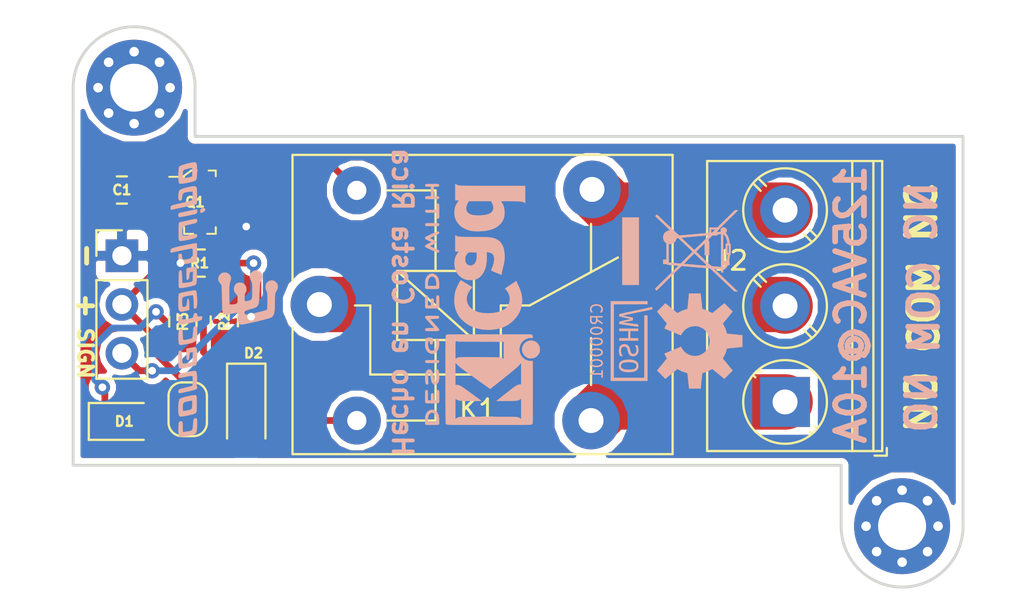
<source format=kicad_pcb>
(kicad_pcb (version 20171130) (host pcbnew 5.0.2+dfsg1-1)

  (general
    (thickness 1.6)
    (drawings 19)
    (tracks 67)
    (zones 0)
    (modules 18)
    (nets 11)
  )

  (page A4)
  (layers
    (0 F.Cu signal)
    (31 B.Cu signal)
    (32 B.Adhes user)
    (33 F.Adhes user)
    (34 B.Paste user)
    (35 F.Paste user)
    (36 B.SilkS user)
    (37 F.SilkS user)
    (38 B.Mask user)
    (39 F.Mask user)
    (40 Dwgs.User user)
    (41 Cmts.User user)
    (42 Eco1.User user)
    (43 Eco2.User user)
    (44 Edge.Cuts user)
    (45 Margin user)
    (46 B.CrtYd user)
    (47 F.CrtYd user)
    (48 B.Fab user)
    (49 F.Fab user)
  )

  (setup
    (last_trace_width 0.35)
    (trace_clearance 0.2)
    (zone_clearance 0.308)
    (zone_45_only no)
    (trace_min 0.2)
    (segment_width 0.2)
    (edge_width 0.15)
    (via_size 0.8)
    (via_drill 0.4)
    (via_min_size 0.4)
    (via_min_drill 0.3)
    (uvia_size 0.3)
    (uvia_drill 0.1)
    (uvias_allowed no)
    (uvia_min_size 0.2)
    (uvia_min_drill 0.1)
    (pcb_text_width 0.3)
    (pcb_text_size 1.5 1.5)
    (mod_edge_width 0.15)
    (mod_text_size 1 1)
    (mod_text_width 0.15)
    (pad_size 2.4 2.4)
    (pad_drill 1.2)
    (pad_to_mask_clearance 0.051)
    (solder_mask_min_width 0.25)
    (aux_axis_origin 0 0)
    (visible_elements FFFFFF7F)
    (pcbplotparams
      (layerselection 0x010fc_ffffffff)
      (usegerberextensions false)
      (usegerberattributes false)
      (usegerberadvancedattributes false)
      (creategerberjobfile false)
      (excludeedgelayer true)
      (linewidth 0.100000)
      (plotframeref false)
      (viasonmask false)
      (mode 1)
      (useauxorigin false)
      (hpglpennumber 1)
      (hpglpenspeed 20)
      (hpglpendiameter 15.000000)
      (psnegative false)
      (psa4output false)
      (plotreference true)
      (plotvalue true)
      (plotinvisibletext false)
      (padsonsilk false)
      (subtractmaskfromsilk false)
      (outputformat 1)
      (mirror false)
      (drillshape 1)
      (scaleselection 1)
      (outputdirectory ""))
  )

  (net 0 "")
  (net 1 "Net-(C1-Pad1)")
  (net 2 GND)
  (net 3 "Net-(D1-Pad1)")
  (net 4 "Net-(D1-Pad2)")
  (net 5 "Net-(D2-Pad2)")
  (net 6 "Net-(J1-Pad3)")
  (net 7 "Net-(Q1-Pad1)")
  (net 8 NC)
  (net 9 COM)
  (net 10 NO)

  (net_class Default "This is the default net class."
    (clearance 0.2)
    (trace_width 0.35)
    (via_dia 0.8)
    (via_drill 0.4)
    (uvia_dia 0.3)
    (uvia_drill 0.1)
    (add_net GND)
    (add_net "Net-(C1-Pad1)")
    (add_net "Net-(D1-Pad1)")
    (add_net "Net-(D1-Pad2)")
    (add_net "Net-(D2-Pad2)")
    (add_net "Net-(J1-Pad3)")
    (add_net "Net-(Q1-Pad1)")
  )

  (net_class pwr ""
    (clearance 0.4)
    (trace_width 2.88774)
    (via_dia 0.8)
    (via_drill 0.4)
    (uvia_dia 0.3)
    (uvia_drill 0.1)
    (add_net COM)
    (add_net NC)
    (add_net NO)
  )

  (module MountingHole:MountingHole_2.5mm_Pad_Via (layer F.Cu) (tedit 5F17A25E) (tstamp 5F18BFFA)
    (at 120.523 74.93)
    (descr "Mounting Hole 2.5mm")
    (tags "mounting hole 2.5mm")
    (attr virtual)
    (fp_text reference REF** (at 0 -3.5) (layer F.SilkS) hide
      (effects (font (size 1 1) (thickness 0.15)))
    )
    (fp_text value MountingHole_2.5mm_Pad_Via (at 0 3.5) (layer F.Fab) hide
      (effects (font (size 1 1) (thickness 0.15)))
    )
    (fp_text user %R (at 0.3 0) (layer F.Fab)
      (effects (font (size 1 1) (thickness 0.15)))
    )
    (fp_circle (center 0 0) (end 2.5 0) (layer Cmts.User) (width 0.15))
    (fp_circle (center 0 0) (end 2.75 0) (layer F.CrtYd) (width 0.05))
    (pad 1 thru_hole circle (at 0 0) (size 5 5) (drill 2.5) (layers *.Cu *.Mask))
    (pad 1 thru_hole circle (at 1.875 0) (size 0.8 0.8) (drill 0.5) (layers *.Cu *.Mask))
    (pad 1 thru_hole circle (at 1.325825 1.325825) (size 0.8 0.8) (drill 0.5) (layers *.Cu *.Mask))
    (pad 1 thru_hole circle (at 0 1.875) (size 0.8 0.8) (drill 0.5) (layers *.Cu *.Mask))
    (pad 1 thru_hole circle (at -1.325825 1.325825) (size 0.8 0.8) (drill 0.5) (layers *.Cu *.Mask))
    (pad 1 thru_hole circle (at -1.875 0) (size 0.8 0.8) (drill 0.5) (layers *.Cu *.Mask))
    (pad 1 thru_hole circle (at -1.325825 -1.325825) (size 0.8 0.8) (drill 0.5) (layers *.Cu *.Mask))
    (pad 1 thru_hole circle (at 0 -1.875) (size 0.8 0.8) (drill 0.5) (layers *.Cu *.Mask))
    (pad 1 thru_hole circle (at 1.325825 -1.325825) (size 0.8 0.8) (drill 0.5) (layers *.Cu *.Mask))
  )

  (module Connector_PinHeader_2.54mm:PinHeader_1x03_P2.54mm_Vertical (layer F.Cu) (tedit 5F15E0F0) (tstamp 5F172A6E)
    (at 119.888 83.693)
    (descr "Through hole straight pin header, 1x03, 2.54mm pitch, single row")
    (tags "Through hole pin header THT 1x03 2.54mm single row")
    (path /5F15E765)
    (fp_text reference J1 (at 0 -2.33) (layer F.SilkS) hide
      (effects (font (size 1 1) (thickness 0.15)))
    )
    (fp_text value Conn_01x03 (at 0 7.41) (layer F.Fab) hide
      (effects (font (size 1 1) (thickness 0.15)))
    )
    (fp_line (start -0.635 -1.27) (end 1.27 -1.27) (layer F.Fab) (width 0.1))
    (fp_line (start 1.27 -1.27) (end 1.27 6.35) (layer F.Fab) (width 0.1))
    (fp_line (start 1.27 6.35) (end -1.27 6.35) (layer F.Fab) (width 0.1))
    (fp_line (start -1.27 6.35) (end -1.27 -0.635) (layer F.Fab) (width 0.1))
    (fp_line (start -1.27 -0.635) (end -0.635 -1.27) (layer F.Fab) (width 0.1))
    (fp_line (start -1.33 6.41) (end 1.33 6.41) (layer F.SilkS) (width 0.12))
    (fp_line (start -1.33 1.27) (end -1.33 6.41) (layer F.SilkS) (width 0.12))
    (fp_line (start 1.33 1.27) (end 1.33 6.41) (layer F.SilkS) (width 0.12))
    (fp_line (start -1.33 1.27) (end 1.33 1.27) (layer F.SilkS) (width 0.12))
    (fp_line (start -1.33 0) (end -1.33 -1.33) (layer F.SilkS) (width 0.12))
    (fp_line (start -1.33 -1.33) (end 0 -1.33) (layer F.SilkS) (width 0.12))
    (fp_line (start -1.8 -1.8) (end -1.8 6.85) (layer F.CrtYd) (width 0.05))
    (fp_line (start -1.8 6.85) (end 1.8 6.85) (layer F.CrtYd) (width 0.05))
    (fp_line (start 1.8 6.85) (end 1.8 -1.8) (layer F.CrtYd) (width 0.05))
    (fp_line (start 1.8 -1.8) (end -1.8 -1.8) (layer F.CrtYd) (width 0.05))
    (fp_text user %R (at 0 2.54 90) (layer F.Fab)
      (effects (font (size 1 1) (thickness 0.15)))
    )
    (pad 1 thru_hole rect (at 0 0) (size 1.7 1.7) (drill 1) (layers *.Cu *.Mask)
      (net 2 GND))
    (pad 2 thru_hole oval (at 0 2.54) (size 1.7 1.7) (drill 1) (layers *.Cu *.Mask)
      (net 1 "Net-(C1-Pad1)"))
    (pad 3 thru_hole oval (at 0 5.08) (size 1.7 1.7) (drill 1) (layers *.Cu *.Mask)
      (net 6 "Net-(J1-Pad3)"))
    (model ${KISYS3DMOD}/Connector_PinHeader_2.54mm.3dshapes/PinHeader_1x03_P2.54mm_Vertical.wrl
      (at (xyz 0 0 0))
      (scale (xyz 1 1 1))
      (rotate (xyz 0 0 0))
    )
  )

  (module Custom:ce_logo40x40 (layer B.Cu) (tedit 0) (tstamp 5F17645E)
    (at 125.222 85.979 90)
    (fp_text reference G*** (at 0 0 90) (layer B.SilkS) hide
      (effects (font (size 1.524 1.524) (thickness 0.3)) (justify mirror))
    )
    (fp_text value LOGO (at 0.75 0 90) (layer B.SilkS) hide
      (effects (font (size 1.524 1.524) (thickness 0.3)) (justify mirror))
    )
    (fp_poly (pts (xy 0.725395 2.785556) (xy 0.803943 2.764297) (xy 0.874175 2.724701) (xy 0.9323 2.667555)
      (xy 0.955881 2.632222) (xy 0.99039 2.549592) (xy 1.000941 2.465444) (xy 0.987603 2.381085)
      (xy 0.950444 2.297824) (xy 0.937455 2.277355) (xy 0.884816 2.217289) (xy 0.819714 2.176161)
      (xy 0.740316 2.15311) (xy 0.65919 2.147091) (xy 0.606311 2.148378) (xy 0.567517 2.153553)
      (xy 0.532753 2.164953) (xy 0.491964 2.184915) (xy 0.488487 2.186766) (xy 0.437236 2.209937)
      (xy 0.381049 2.22908) (xy 0.343344 2.237914) (xy 0.307695 2.241652) (xy 0.253625 2.244623)
      (xy 0.184838 2.246844) (xy 0.105035 2.248334) (xy 0.01792 2.249109) (xy -0.072805 2.249187)
      (xy -0.163437 2.248587) (xy -0.250273 2.247325) (xy -0.329611 2.24542) (xy -0.397747 2.242889)
      (xy -0.450981 2.23975) (xy -0.485607 2.236021) (xy -0.494864 2.233913) (xy -0.509782 2.227694)
      (xy -0.522718 2.218726) (xy -0.534595 2.204534) (xy -0.546332 2.182645) (xy -0.558854 2.150583)
      (xy -0.57308 2.105875) (xy -0.589932 2.046046) (xy -0.610333 1.968622) (xy -0.635204 1.871129)
      (xy -0.646183 1.827651) (xy -0.686149 1.665775) (xy -0.718818 1.525811) (xy -0.744362 1.406659)
      (xy -0.762954 1.307225) (xy -0.774766 1.226409) (xy -0.77997 1.163115) (xy -0.778739 1.116245)
      (xy -0.771245 1.084702) (xy -0.764635 1.073631) (xy -0.737126 1.05639) (xy -0.696666 1.048388)
      (xy -0.653204 1.051059) (xy -0.637608 1.055297) (xy -0.616224 1.067485) (xy -0.59591 1.090133)
      (xy -0.575552 1.12568) (xy -0.554038 1.176565) (xy -0.530258 1.245227) (xy -0.503097 1.334103)
      (xy -0.490428 1.378) (xy -0.461779 1.475354) (xy -0.436609 1.552304) (xy -0.413226 1.612074)
      (xy -0.389937 1.65789) (xy -0.365052 1.69298) (xy -0.336879 1.720567) (xy -0.303724 1.74388)
      (xy -0.29617 1.748417) (xy -0.261273 1.766456) (xy -0.221924 1.781306) (xy -0.175144 1.793414)
      (xy -0.117956 1.803229) (xy -0.047381 1.811198) (xy 0.039559 1.817769) (xy 0.145841 1.823391)
      (xy 0.223762 1.826634) (xy 0.391326 1.833522) (xy 0.536151 1.840388) (xy 0.657992 1.847215)
      (xy 0.756604 1.853987) (xy 0.831743 1.860688) (xy 0.883165 1.8673) (xy 0.909566 1.873384)
      (xy 0.937226 1.887608) (xy 0.973591 1.910936) (xy 0.996597 1.927601) (xy 1.066928 1.96765)
      (xy 1.142517 1.987298) (xy 1.219895 1.988193) (xy 1.295596 1.971981) (xy 1.366153 1.940308)
      (xy 1.4281 1.89482) (xy 1.47797 1.837164) (xy 1.512296 1.768987) (xy 1.527611 1.691934)
      (xy 1.528088 1.675191) (xy 1.518654 1.599779) (xy 1.489364 1.528046) (xy 1.438653 1.456776)
      (xy 1.403698 1.419229) (xy 1.346767 1.368702) (xy 1.292812 1.336408) (xy 1.237735 1.321988)
      (xy 1.177442 1.325081) (xy 1.107836 1.345327) (xy 1.024822 1.382366) (xy 1.018782 1.385388)
      (xy 0.96787 1.408922) (xy 0.916664 1.427603) (xy 0.861816 1.441836) (xy 0.799975 1.452026)
      (xy 0.727791 1.458578) (xy 0.641915 1.461898) (xy 0.538998 1.462389) (xy 0.41569 1.460457)
      (xy 0.400718 1.460113) (xy 0.293261 1.457123) (xy 0.207222 1.453369) (xy 0.139827 1.448274)
      (xy 0.088303 1.44126) (xy 0.049878 1.43175) (xy 0.021779 1.419165) (xy 0.001234 1.402929)
      (xy -0.014531 1.382462) (xy -0.020447 1.37237) (xy -0.046295 1.313665) (xy -0.067572 1.243695)
      (xy -0.081239 1.173987) (xy -0.084667 1.128789) (xy -0.082764 1.099295) (xy -0.074849 1.078161)
      (xy -0.05761 1.064191) (xy -0.027736 1.056186) (xy 0.018086 1.052951) (xy 0.083167 1.053286)
      (xy 0.121242 1.054334) (xy 0.185259 1.056571) (xy 0.23135 1.059498) (xy 0.265771 1.064453)
      (xy 0.294779 1.072775) (xy 0.324631 1.085803) (xy 0.361581 1.104876) (xy 0.364397 1.106367)
      (xy 0.412839 1.13072) (xy 0.450294 1.144992) (xy 0.486363 1.151807) (xy 0.530647 1.153784)
      (xy 0.538238 1.153825) (xy 0.628168 1.143407) (xy 0.710406 1.113189) (xy 0.781199 1.065449)
      (xy 0.836797 1.002467) (xy 0.861746 0.957314) (xy 0.877245 0.903156) (xy 0.884107 0.836146)
      (xy 0.882268 0.76605) (xy 0.871663 0.702636) (xy 0.863585 0.677801) (xy 0.828272 0.619957)
      (xy 0.774594 0.570202) (xy 0.70781 0.531421) (xy 0.63318 0.506497) (xy 0.555963 0.498315)
      (xy 0.537882 0.499144) (xy 0.45599 0.51502) (xy 0.379598 0.550678) (xy 0.304468 0.608141)
      (xy 0.299101 0.613075) (xy 0.257894 0.648667) (xy 0.220005 0.673353) (xy 0.179425 0.689045)
      (xy 0.130144 0.697661) (xy 0.066153 0.701113) (xy 0.021555 0.701505) (xy -0.061358 0.699218)
      (xy -0.124911 0.69049) (xy -0.171962 0.672484) (xy -0.205367 0.642362) (xy -0.227983 0.597288)
      (xy -0.242666 0.534423) (xy -0.252274 0.450931) (xy -0.254129 0.427675) (xy -0.257923 0.371476)
      (xy -0.260265 0.324394) (xy -0.260961 0.291493) (xy -0.259899 0.27795) (xy -0.246492 0.275043)
      (xy -0.212019 0.272279) (xy -0.159602 0.269697) (xy -0.092366 0.267336) (xy -0.013433 0.265236)
      (xy 0.074071 0.263437) (xy 0.167025 0.261978) (xy 0.262304 0.260898) (xy 0.356785 0.260237)
      (xy 0.447344 0.260035) (xy 0.530857 0.260331) (xy 0.604202 0.261165) (xy 0.664254 0.262576)
      (xy 0.70789 0.264603) (xy 0.719667 0.265558) (xy 0.842795 0.285241) (xy 0.943428 0.313839)
      (xy 1.009442 0.334178) (xy 1.069082 0.34687) (xy 1.106714 0.350258) (xy 1.185679 0.338573)
      (xy 1.258863 0.305212) (xy 1.32249 0.252606) (xy 1.372782 0.183185) (xy 1.376194 0.176829)
      (xy 1.393651 0.139254) (xy 1.403578 0.1037) (xy 1.407923 0.060649) (xy 1.408692 0.018143)
      (xy 1.405415 -0.050144) (xy 1.39316 -0.103648) (xy 1.368455 -0.150956) (xy 1.327825 -0.200652)
      (xy 1.314434 -0.214806) (xy 1.252692 -0.263663) (xy 1.179948 -0.296867) (xy 1.102665 -0.31258)
      (xy 1.027304 -0.308964) (xy 1.003826 -0.303175) (xy 0.924673 -0.267673) (xy 0.847769 -0.210937)
      (xy 0.84226 -0.205939) (xy 0.80419 -0.176601) (xy 0.763117 -0.153282) (xy 0.743857 -0.145814)
      (xy 0.718412 -0.141892) (xy 0.669527 -0.138007) (xy 0.59795 -0.134191) (xy 0.504434 -0.130473)
      (xy 0.389726 -0.126884) (xy 0.254577 -0.123452) (xy 0.108857 -0.120384) (xy -0.011751 -0.117868)
      (xy -0.128006 -0.115079) (xy -0.237052 -0.112114) (xy -0.336032 -0.109064) (xy -0.422091 -0.106023)
      (xy -0.492372 -0.103086) (xy -0.544019 -0.100345) (xy -0.573119 -0.098022) (xy -0.640155 -0.086799)
      (xy -0.688628 -0.069264) (xy -0.723931 -0.042466) (xy -0.751457 -0.003454) (xy -0.753791 0.00086)
      (xy -0.767044 0.045408) (xy -0.771022 0.110169) (xy -0.765835 0.193058) (xy -0.751593 0.29199)
      (xy -0.733817 0.381) (xy -0.714451 0.471432) (xy -0.69909 0.54923) (xy -0.688142 0.611951)
      (xy -0.68202 0.657151) (xy -0.681133 0.682388) (xy -0.6825 0.686531) (xy -0.695988 0.68917)
      (xy -0.729868 0.6928) (xy -0.780375 0.697105) (xy -0.843746 0.701767) (xy -0.916218 0.706471)
      (xy -0.928029 0.707183) (xy -1.025636 0.713732) (xy -1.102099 0.720882) (xy -1.160464 0.729456)
      (xy -1.203777 0.740277) (xy -1.235083 0.754167) (xy -1.257429 0.771949) (xy -1.273859 0.794446)
      (xy -1.27779 0.801655) (xy -1.286456 0.822359) (xy -1.292306 0.847046) (xy -1.295055 0.877466)
      (xy -1.294419 0.915371) (xy -1.290111 0.962512) (xy -1.281846 1.020639) (xy -1.26934 1.091503)
      (xy -1.252307 1.176856) (xy -1.230461 1.278448) (xy -1.203518 1.39803) (xy -1.171193 1.537353)
      (xy -1.133199 1.698168) (xy -1.128595 1.717524) (xy -1.086949 1.89028) (xy -1.049805 2.039623)
      (xy -1.017068 2.165887) (xy -0.988648 2.26941) (xy -0.96445 2.350527) (xy -0.944384 2.409575)
      (xy -0.928356 2.446889) (xy -0.927369 2.448721) (xy -0.881282 2.50819) (xy -0.816327 2.555635)
      (xy -0.73578 2.58877) (xy -0.721078 2.592739) (xy -0.657242 2.605007) (xy -0.571715 2.615495)
      (xy -0.466941 2.624047) (xy -0.345364 2.630507) (xy -0.209428 2.634719) (xy -0.061579 2.636525)
      (xy -0.034913 2.636583) (xy 0.070425 2.637018) (xy 0.155332 2.638626) (xy 0.223563 2.642103)
      (xy 0.278873 2.648142) (xy 0.325017 2.657439) (xy 0.365748 2.670688) (xy 0.404823 2.688585)
      (xy 0.445996 2.711823) (xy 0.477762 2.731442) (xy 0.558514 2.769915) (xy 0.642323 2.787691)
      (xy 0.725395 2.785556)) (layer B.SilkS) (width 0.01))
    (fp_poly (pts (xy 4.71781 -0.998004) (xy 4.75286 -1.014537) (xy 4.772226 -1.046793) (xy 4.777619 -1.092019)
      (xy 4.77091 -1.153291) (xy 4.749305 -1.198161) (xy 4.710584 -1.228868) (xy 4.652528 -1.24765)
      (xy 4.617984 -1.252988) (xy 4.576888 -1.256064) (xy 4.552191 -1.252434) (xy 4.536765 -1.241026)
      (xy 4.536523 -1.240737) (xy 4.527073 -1.223259) (xy 4.527517 -1.199732) (xy 4.535095 -1.16983)
      (xy 4.563954 -1.096297) (xy 4.600729 -1.04174) (xy 4.64388 -1.007607) (xy 4.691869 -0.995347)
      (xy 4.71781 -0.998004)) (layer B.SilkS) (width 0.01))
    (fp_poly (pts (xy 4.159573 -1.419325) (xy 4.191956 -1.433021) (xy 4.207116 -1.457958) (xy 4.209143 -1.477138)
      (xy 4.206718 -1.49529) (xy 4.1999 -1.533189) (xy 4.189374 -1.587602) (xy 4.175823 -1.655298)
      (xy 4.159932 -1.733046) (xy 4.142387 -1.817612) (xy 4.12387 -1.905767) (xy 4.105066 -1.994277)
      (xy 4.086661 -2.07991) (xy 4.069338 -2.159436) (xy 4.053782 -2.229622) (xy 4.040677 -2.287236)
      (xy 4.030708 -2.329047) (xy 4.024559 -2.351823) (xy 4.023229 -2.354993) (xy 4.006007 -2.360479)
      (xy 3.967991 -2.365511) (xy 3.912575 -2.370029) (xy 3.843152 -2.373976) (xy 3.763116 -2.377292)
      (xy 3.675859 -2.379919) (xy 3.584776 -2.381797) (xy 3.49326 -2.382869) (xy 3.404704 -2.383075)
      (xy 3.322501 -2.382358) (xy 3.250046 -2.380657) (xy 3.190732 -2.377915) (xy 3.147951 -2.374072)
      (xy 3.128869 -2.370466) (xy 3.089713 -2.354184) (xy 3.068564 -2.330714) (xy 3.060636 -2.293318)
      (xy 3.060095 -2.273626) (xy 3.063175 -2.223051) (xy 3.071761 -2.154312) (xy 3.084875 -2.072049)
      (xy 3.101536 -1.980903) (xy 3.120766 -1.885513) (xy 3.141586 -1.790521) (xy 3.163015 -1.700566)
      (xy 3.184076 -1.620289) (xy 3.203788 -1.55433) (xy 3.221173 -1.50733) (xy 3.222375 -1.504655)
      (xy 3.250044 -1.45586) (xy 3.278321 -1.429755) (xy 3.284 -1.427184) (xy 3.327307 -1.416762)
      (xy 3.367335 -1.417273) (xy 3.395135 -1.428521) (xy 3.396343 -1.429657) (xy 3.406226 -1.450387)
      (xy 3.409944 -1.48767) (xy 3.407385 -1.542933) (xy 3.398441 -1.617605) (xy 3.383002 -1.713114)
      (xy 3.368524 -1.79181) (xy 3.348499 -1.902863) (xy 3.335069 -1.992405) (xy 3.328123 -2.062169)
      (xy 3.327551 -2.113885) (xy 3.333242 -2.149286) (xy 3.344478 -2.169512) (xy 3.376139 -2.186454)
      (xy 3.429453 -2.196563) (xy 3.502817 -2.199665) (xy 3.588912 -2.196017) (xy 3.656268 -2.189754)
      (xy 3.711259 -2.18021) (xy 3.755864 -2.164913) (xy 3.792061 -2.14139) (xy 3.82183 -2.10717)
      (xy 3.847152 -2.059779) (xy 3.870004 -1.996746) (xy 3.892367 -1.915599) (xy 3.91622 -1.813864)
      (xy 3.924393 -1.777004) (xy 3.947359 -1.674532) (xy 3.96696 -1.593354) (xy 3.984436 -1.531016)
      (xy 4.001025 -1.485064) (xy 4.017968 -1.453043) (xy 4.036503 -1.432499) (xy 4.057871 -1.420977)
      (xy 4.083309 -1.416025) (xy 4.107128 -1.415143) (xy 4.159573 -1.419325)) (layer B.SilkS) (width 0.01))
    (fp_poly (pts (xy 1.406857 -1.431251) (xy 1.491252 -1.433006) (xy 1.564971 -1.43637) (xy 1.624144 -1.441414)
      (xy 1.664897 -1.448208) (xy 1.674322 -1.451098) (xy 1.708969 -1.464271) (xy 1.701693 -1.563683)
      (xy 1.693389 -1.640549) (xy 1.678463 -1.73738) (xy 1.657439 -1.85103) (xy 1.638221 -1.944309)
      (xy 1.635819 -1.953202) (xy 1.630895 -1.95991) (xy 1.620393 -1.964741) (xy 1.601259 -1.968003)
      (xy 1.570438 -1.970005) (xy 1.524874 -1.971053) (xy 1.461513 -1.971457) (xy 1.377299 -1.971524)
      (xy 1.368336 -1.971524) (xy 1.266964 -1.971068) (xy 1.187346 -1.96942) (xy 1.127058 -1.966164)
      (xy 1.083676 -1.96088) (xy 1.054777 -1.95315) (xy 1.037936 -1.942558) (xy 1.030729 -1.928683)
      (xy 1.030452 -1.913247) (xy 1.040367 -1.886247) (xy 1.064634 -1.864573) (xy 1.105662 -1.84723)
      (xy 1.165858 -1.833223) (xy 1.247632 -1.821559) (xy 1.254326 -1.820793) (xy 1.312256 -1.813757)
      (xy 1.362658 -1.806715) (xy 1.3999 -1.800514) (xy 1.417838 -1.796224) (xy 1.434241 -1.778663)
      (xy 1.44537 -1.746413) (xy 1.445867 -1.74357) (xy 1.452736 -1.702862) (xy 1.459374 -1.665696)
      (xy 1.459539 -1.664814) (xy 1.466019 -1.630246) (xy 1.231938 -1.635565) (xy 1.157887 -1.637701)
      (xy 1.09119 -1.640479) (xy 1.035995 -1.643656) (xy 0.99645 -1.646993) (xy 0.976701 -1.650248)
      (xy 0.976243 -1.650432) (xy 0.949304 -1.675002) (xy 0.926036 -1.722988) (xy 0.906567 -1.793876)
      (xy 0.891028 -1.887153) (xy 0.879549 -2.002303) (xy 0.876686 -2.04481) (xy 0.868245 -2.184621)
      (xy 1.15688 -2.196947) (xy 1.260245 -2.201756) (xy 1.341975 -2.206724) (xy 1.404622 -2.212401)
      (xy 1.45074 -2.219336) (xy 1.482879 -2.228079) (xy 1.503594 -2.23918) (xy 1.515435 -2.253188)
      (xy 1.520956 -2.270653) (xy 1.521633 -2.275497) (xy 1.515602 -2.311467) (xy 1.487669 -2.339572)
      (xy 1.441949 -2.35917) (xy 1.419352 -2.362539) (xy 1.376516 -2.365817) (xy 1.317286 -2.368924)
      (xy 1.245505 -2.371784) (xy 1.165018 -2.374316) (xy 1.079669 -2.376444) (xy 0.993301 -2.37809)
      (xy 0.909761 -2.379174) (xy 0.83289 -2.379618) (xy 0.766534 -2.379345) (xy 0.714537 -2.378276)
      (xy 0.680744 -2.376333) (xy 0.671286 -2.374856) (xy 0.639334 -2.362621) (xy 0.619191 -2.34407)
      (xy 0.608881 -2.314499) (xy 0.606429 -2.269199) (xy 0.608371 -2.224966) (xy 0.614693 -2.162189)
      (xy 0.626097 -2.084673) (xy 0.641552 -1.997091) (xy 0.660023 -1.904117) (xy 0.680479 -1.810426)
      (xy 0.701885 -1.720691) (xy 0.723209 -1.639586) (xy 0.743417 -1.571786) (xy 0.761478 -1.521965)
      (xy 0.765941 -1.512015) (xy 0.787936 -1.483873) (xy 0.811994 -1.466726) (xy 0.842409 -1.458133)
      (xy 0.893122 -1.450587) (xy 0.960262 -1.44416) (xy 1.039958 -1.438921) (xy 1.128337 -1.43494)
      (xy 1.221528 -1.432288) (xy 1.315658 -1.431035) (xy 1.406857 -1.431251)) (layer B.SilkS) (width 0.01))
    (fp_poly (pts (xy 6.768011 -1.419879) (xy 6.853574 -1.421721) (xy 6.931 -1.425213) (xy 6.995949 -1.430357)
      (xy 7.044084 -1.437158) (xy 7.065162 -1.442792) (xy 7.112505 -1.463896) (xy 7.141547 -1.486707)
      (xy 7.155774 -1.517225) (xy 7.158674 -1.56145) (xy 7.156216 -1.599494) (xy 7.146012 -1.67749)
      (xy 7.128205 -1.772183) (xy 7.104109 -1.877786) (xy 7.075038 -1.98851) (xy 7.04434 -2.092124)
      (xy 7.017117 -2.176078) (xy 6.994185 -2.239676) (xy 6.97396 -2.28603) (xy 6.954858 -2.318251)
      (xy 6.935295 -2.339451) (xy 6.913686 -2.352739) (xy 6.911063 -2.353874) (xy 6.87307 -2.364372)
      (xy 6.815156 -2.373508) (xy 6.741563 -2.381107) (xy 6.656529 -2.386997) (xy 6.564297 -2.391004)
      (xy 6.469105 -2.392955) (xy 6.375196 -2.392676) (xy 6.286809 -2.389995) (xy 6.208185 -2.384737)
      (xy 6.192762 -2.383232) (xy 6.128132 -2.373532) (xy 6.083666 -2.357735) (xy 6.056554 -2.33216)
      (xy 6.04399 -2.293122) (xy 6.043165 -2.236938) (xy 6.047264 -2.192354) (xy 6.058851 -2.104823)
      (xy 6.066293 -2.058823) (xy 6.340349 -2.058823) (xy 6.343512 -2.101478) (xy 6.349574 -2.126768)
      (xy 6.361082 -2.141515) (xy 6.37419 -2.149446) (xy 6.403642 -2.157395) (xy 6.450378 -2.162544)
      (xy 6.50766 -2.164926) (xy 6.568748 -2.164571) (xy 6.626902 -2.161511) (xy 6.675384 -2.155776)
      (xy 6.706257 -2.147915) (xy 6.739953 -2.127822) (xy 6.765793 -2.102442) (xy 6.766824 -2.100925)
      (xy 6.777894 -2.07641) (xy 6.792322 -2.033721) (xy 6.808644 -1.978388) (xy 6.825393 -1.91594)
      (xy 6.841101 -1.851908) (xy 6.854303 -1.791822) (xy 6.863533 -1.741211) (xy 6.865089 -1.730376)
      (xy 6.873212 -1.669143) (xy 6.421973 -1.669143) (xy 6.409268 -1.702405) (xy 6.391026 -1.75845)
      (xy 6.373632 -1.826403) (xy 6.358521 -1.898843) (xy 6.347126 -1.968352) (xy 6.340884 -2.02751)
      (xy 6.340349 -2.058823) (xy 6.066293 -2.058823) (xy 6.074121 -2.010446) (xy 6.092118 -1.913545)
      (xy 6.111889 -1.818441) (xy 6.132479 -1.729454) (xy 6.152934 -1.650907) (xy 6.1723 -1.58712)
      (xy 6.189622 -1.542413) (xy 6.19176 -1.538058) (xy 6.211225 -1.503742) (xy 6.231659 -1.480749)
      (xy 6.259681 -1.464433) (xy 6.30191 -1.450144) (xy 6.326688 -1.443304) (xy 6.369973 -1.435311)
      (xy 6.43115 -1.428949) (xy 6.50588 -1.424222) (xy 6.589826 -1.421133) (xy 6.678649 -1.419684)
      (xy 6.768011 -1.419879)) (layer B.SilkS) (width 0.01))
    (fp_poly (pts (xy 4.647672 -1.41731) (xy 4.679962 -1.422207) (xy 4.692231 -1.426536) (xy 4.696141 -1.432419)
      (xy 4.697675 -1.445185) (xy 4.696484 -1.466963) (xy 4.692215 -1.499883) (xy 4.684517 -1.546073)
      (xy 4.67304 -1.607664) (xy 4.657431 -1.686785) (xy 4.637341 -1.785565) (xy 4.615977 -1.888994)
      (xy 4.594726 -1.990684) (xy 4.574668 -2.085299) (xy 4.556396 -2.170133) (xy 4.540509 -2.242476)
      (xy 4.527599 -2.299621) (xy 4.518265 -2.338861) (xy 4.5131 -2.357488) (xy 4.512744 -2.358296)
      (xy 4.489894 -2.377599) (xy 4.448946 -2.389478) (xy 4.408714 -2.392446) (xy 4.371171 -2.389618)
      (xy 4.343335 -2.384305) (xy 4.316118 -2.370984) (xy 4.302824 -2.358063) (xy 4.302113 -2.341582)
      (xy 4.30613 -2.304417) (xy 4.314323 -2.249491) (xy 4.32614 -2.179727) (xy 4.341032 -2.098049)
      (xy 4.358447 -2.007379) (xy 4.377835 -1.910641) (xy 4.398644 -1.810759) (xy 4.420323 -1.710655)
      (xy 4.442322 -1.613253) (xy 4.446877 -1.593647) (xy 4.464677 -1.524211) (xy 4.482388 -1.475287)
      (xy 4.503123 -1.443409) (xy 4.529991 -1.42511) (xy 4.566104 -1.416923) (xy 4.606893 -1.415328)
      (xy 4.647672 -1.41731)) (layer B.SilkS) (width 0.01))
    (fp_poly (pts (xy -0.000656 -1.417413) (xy 0.097119 -1.421252) (xy 0.192241 -1.427232) (xy 0.28026 -1.435249)
      (xy 0.356729 -1.445198) (xy 0.396156 -1.452242) (xy 0.4399 -1.464611) (xy 0.466615 -1.483159)
      (xy 0.479218 -1.512748) (xy 0.48063 -1.55824) (xy 0.478029 -1.58867) (xy 0.470434 -1.646466)
      (xy 0.458287 -1.722466) (xy 0.442634 -1.811338) (xy 0.424522 -1.907752) (xy 0.404998 -2.006378)
      (xy 0.385109 -2.101885) (xy 0.3659 -2.188942) (xy 0.348418 -2.262219) (xy 0.338151 -2.3011)
      (xy 0.330221 -2.325101) (xy 0.319593 -2.344182) (xy 0.303599 -2.358937) (xy 0.279569 -2.369963)
      (xy 0.244833 -2.377855) (xy 0.196721 -2.38321) (xy 0.132563 -2.386622) (xy 0.04969 -2.388687)
      (xy -0.054568 -2.390003) (xy -0.060476 -2.39006) (xy -0.149154 -2.390523) (xy -0.233998 -2.390236)
      (xy -0.310684 -2.38927) (xy -0.374891 -2.387696) (xy -0.422296 -2.385583) (xy -0.443344 -2.3838)
      (xy -0.514719 -2.371189) (xy -0.565454 -2.352958) (xy -0.598735 -2.327691) (xy -0.61138 -2.309087)
      (xy -0.62129 -2.285482) (xy -0.626515 -2.259102) (xy -0.62671 -2.226185) (xy -0.621528 -2.18297)
      (xy -0.610626 -2.125694) (xy -0.593657 -2.050594) (xy -0.583928 -2.009889) (xy -0.538903 -1.82352)
      (xy -0.284571 -1.82945) (xy -0.182874 -1.832473) (xy -0.103058 -1.836517) (xy -0.042821 -1.841982)
      (xy 0.000138 -1.849265) (xy 0.02812 -1.858765) (xy 0.043429 -1.870882) (xy 0.048364 -1.886013)
      (xy 0.048381 -1.887102) (xy 0.041977 -1.903224) (xy 0.021159 -1.916402) (xy -0.016481 -1.927321)
      (xy -0.073352 -1.936666) (xy -0.151862 -1.945123) (xy -0.157238 -1.94561) (xy -0.213792 -1.951818)
      (xy -0.264394 -1.959397) (xy -0.302209 -1.967218) (xy -0.316844 -1.971965) (xy -0.345326 -1.996237)
      (xy -0.369007 -2.036522) (xy -0.383925 -2.084659) (xy -0.387048 -2.116633) (xy -0.383436 -2.143734)
      (xy -0.37068 -2.164124) (xy -0.345896 -2.17882) (xy -0.306199 -2.188836) (xy -0.248707 -2.195186)
      (xy -0.170535 -2.198885) (xy -0.151884 -2.199404) (xy -0.065996 -2.200594) (xy -0.000678 -2.198806)
      (xy 0.047575 -2.193442) (xy 0.082265 -2.183904) (xy 0.106897 -2.169593) (xy 0.123152 -2.152418)
      (xy 0.137614 -2.123963) (xy 0.154231 -2.07687) (xy 0.171715 -2.016449) (xy 0.188776 -1.948005)
      (xy 0.204125 -1.876848) (xy 0.216472 -1.808283) (xy 0.224528 -1.747618) (xy 0.226152 -1.728409)
      (xy 0.233155 -1.624389) (xy 0.180078 -1.615691) (xy 0.152515 -1.612705) (xy 0.105113 -1.609221)
      (xy 0.042211 -1.605489) (xy -0.031851 -1.601756) (xy -0.112734 -1.59827) (xy -0.146636 -1.596979)
      (xy -0.247086 -1.592792) (xy -0.325666 -1.588202) (xy -0.384696 -1.582856) (xy -0.426495 -1.5764)
      (xy -0.453383 -1.568479) (xy -0.46768 -1.55874) (xy -0.471714 -1.547376) (xy -0.467369 -1.528989)
      (xy -0.456691 -1.499461) (xy -0.4545 -1.494118) (xy -0.439984 -1.467921) (xy -0.418499 -1.450689)
      (xy -0.382262 -1.436635) (xy -0.373685 -1.43403) (xy -0.329351 -1.425581) (xy -0.265434 -1.4198)
      (xy -0.18638 -1.416582) (xy -0.096639 -1.415821) (xy -0.000656 -1.417413)) (layer B.SilkS) (width 0.01))
    (fp_poly (pts (xy -0.896011 -1.155107) (xy -0.880083 -1.172087) (xy -0.87345 -1.204444) (xy -0.873887 -1.255588)
      (xy -0.876063 -1.289304) (xy -0.879562 -1.345431) (xy -0.87842 -1.381759) (xy -0.870035 -1.402593)
      (xy -0.851803 -1.412238) (xy -0.821122 -1.414998) (xy -0.799988 -1.415143) (xy -0.749055 -1.422825)
      (xy -0.71659 -1.446033) (xy -0.702306 -1.485013) (xy -0.701524 -1.499617) (xy -0.710254 -1.542956)
      (xy -0.737453 -1.574271) (xy -0.78464 -1.594786) (xy -0.830254 -1.603358) (xy -0.881318 -1.613466)
      (xy -0.918207 -1.631753) (xy -0.944992 -1.662468) (xy -0.96574 -1.70986) (xy -0.980005 -1.75977)
      (xy -0.994782 -1.825201) (xy -1.007974 -1.896474) (xy -1.018985 -1.96866) (xy -1.027217 -2.036831)
      (xy -1.032075 -2.09606) (xy -1.032961 -2.141417) (xy -1.029394 -2.167678) (xy -1.018369 -2.186676)
      (xy -0.99895 -2.197305) (xy -0.963781 -2.203241) (xy -0.956843 -2.20394) (xy -0.905197 -2.213143)
      (xy -0.873997 -2.230122) (xy -0.860153 -2.257059) (xy -0.858762 -2.273277) (xy -0.870225 -2.310209)
      (xy -0.902091 -2.342955) (xy -0.950576 -2.367709) (xy -0.953688 -2.368776) (xy -1.000999 -2.37987)
      (xy -1.059177 -2.386926) (xy -1.118209 -2.389309) (xy -1.168078 -2.38638) (xy -1.183871 -2.383416)
      (xy -1.241838 -2.363187) (xy -1.276509 -2.337611) (xy -1.286692 -2.31811) (xy -1.288517 -2.289428)
      (xy -1.285176 -2.239241) (xy -1.276976 -2.169609) (xy -1.264221 -2.082589) (xy -1.247218 -1.98024)
      (xy -1.22627 -1.864622) (xy -1.201684 -1.737794) (xy -1.197619 -1.717524) (xy -1.171254 -1.588375)
      (xy -1.148263 -1.480977) (xy -1.127795 -1.393262) (xy -1.108994 -1.323164) (xy -1.091008 -1.268617)
      (xy -1.072981 -1.227551) (xy -1.054059 -1.197902) (xy -1.03339 -1.177601) (xy -1.010119 -1.164581)
      (xy -0.983391 -1.156777) (xy -0.964658 -1.153643) (xy -0.92346 -1.150095) (xy -0.896011 -1.155107)) (layer B.SilkS) (width 0.01))
    (fp_poly (pts (xy -1.515779 -1.417191) (xy -1.467947 -1.420586) (xy -1.433888 -1.426141) (xy -1.411004 -1.434121)
      (xy -1.396697 -1.444796) (xy -1.389298 -1.456278) (xy -1.382601 -1.495203) (xy -1.391068 -1.538182)
      (xy -1.411474 -1.57561) (xy -1.436245 -1.596098) (xy -1.458888 -1.602021) (xy -1.501054 -1.608809)
      (xy -1.558122 -1.61588) (xy -1.625467 -1.622651) (xy -1.687286 -1.627732) (xy -1.782368 -1.635026)
      (xy -1.856241 -1.641574) (xy -1.911848 -1.647994) (xy -1.952133 -1.654903) (xy -1.980037 -1.662917)
      (xy -1.998505 -1.672655) (xy -2.01048 -1.684734) (xy -2.017619 -1.697028) (xy -2.032302 -1.73533)
      (xy -2.048789 -1.790661) (xy -2.065454 -1.856104) (xy -2.08067 -1.924743) (xy -2.092812 -1.98966)
      (xy -2.100252 -2.043938) (xy -2.100904 -2.051258) (xy -2.103829 -2.096686) (xy -2.102918 -2.123835)
      (xy -2.097215 -2.138446) (xy -2.085761 -2.146259) (xy -2.085006 -2.14658) (xy -2.06616 -2.150015)
      (xy -2.027323 -2.153869) (xy -1.972682 -2.15784) (xy -1.906425 -2.161625) (xy -1.832742 -2.164922)
      (xy -1.829714 -2.165039) (xy -1.736948 -2.169198) (xy -1.665658 -2.174156) (xy -1.613129 -2.180646)
      (xy -1.576649 -2.1894) (xy -1.553501 -2.201153) (xy -1.540973 -2.216636) (xy -1.536349 -2.236584)
      (xy -1.536095 -2.244334) (xy -1.545398 -2.299819) (xy -1.571495 -2.342762) (xy -1.611665 -2.368908)
      (xy -1.616772 -2.37056) (xy -1.647832 -2.376052) (xy -1.69813 -2.380778) (xy -1.762722 -2.384622)
      (xy -1.836665 -2.387464) (xy -1.915015 -2.389189) (xy -1.992828 -2.389679) (xy -2.065161 -2.388817)
      (xy -2.127069 -2.386486) (xy -2.165048 -2.383561) (xy -2.238746 -2.37496) (xy -2.291526 -2.365181)
      (xy -2.326595 -2.351259) (xy -2.347159 -2.330232) (xy -2.356424 -2.299135) (xy -2.357596 -2.255004)
      (xy -2.35485 -2.208141) (xy -2.349199 -2.156904) (xy -2.338898 -2.089252) (xy -2.325051 -2.010583)
      (xy -2.308761 -1.926293) (xy -2.291133 -1.84178) (xy -2.27327 -1.762441) (xy -2.256278 -1.693673)
      (xy -2.241259 -1.640874) (xy -2.235153 -1.622994) (xy -2.195181 -1.545467) (xy -2.140473 -1.484803)
      (xy -2.080381 -1.446723) (xy -2.059647 -1.438284) (xy -2.036777 -1.431835) (xy -2.008047 -1.427024)
      (xy -1.969732 -1.4235) (xy -1.918107 -1.420913) (xy -1.849447 -1.418911) (xy -1.767898 -1.417283)
      (xy -1.663156 -1.415807) (xy -1.579983 -1.415687) (xy -1.515779 -1.417191)) (layer B.SilkS) (width 0.01))
    (fp_poly (pts (xy -2.852847 -1.418231) (xy -2.770278 -1.420373) (xy -2.695335 -1.423982) (xy -2.632747 -1.428957)
      (xy -2.587247 -1.4352) (xy -2.572477 -1.438736) (xy -2.519527 -1.463567) (xy -2.488474 -1.498594)
      (xy -2.479184 -1.539119) (xy -2.481391 -1.564144) (xy -2.487707 -1.607853) (xy -2.497313 -1.665247)
      (xy -2.509389 -1.731327) (xy -2.517858 -1.774976) (xy -2.556872 -1.971524) (xy -2.800924 -1.971524)
      (xy -2.897085 -1.971226) (xy -2.972032 -1.970085) (xy -3.028735 -1.96773) (xy -3.070166 -1.963791)
      (xy -3.099295 -1.957896) (xy -3.119094 -1.949674) (xy -3.132534 -1.938755) (xy -3.139808 -1.929219)
      (xy -3.151081 -1.899814) (xy -3.14254 -1.875075) (xy -3.113308 -1.854569) (xy -3.062513 -1.837867)
      (xy -2.989278 -1.824536) (xy -2.909259 -1.815582) (xy -2.843077 -1.808471) (xy -2.79821 -1.800779)
      (xy -2.771782 -1.791902) (xy -2.762776 -1.784745) (xy -2.755033 -1.765494) (xy -2.747158 -1.733039)
      (xy -2.740542 -1.695728) (xy -2.736575 -1.66191) (xy -2.736647 -1.639933) (xy -2.738067 -1.636377)
      (xy -2.750937 -1.635529) (xy -2.783595 -1.635892) (xy -2.831681 -1.637263) (xy -2.890835 -1.639438)
      (xy -2.956696 -1.642214) (xy -3.024905 -1.645386) (xy -3.0911 -1.648753) (xy -3.150921 -1.65211)
      (xy -3.200008 -1.655254) (xy -3.234001 -1.657981) (xy -3.248538 -1.660087) (xy -3.248715 -1.660207)
      (xy -3.253002 -1.673258) (xy -3.261222 -1.705514) (xy -3.272302 -1.752517) (xy -3.285166 -1.809805)
      (xy -3.289029 -1.827484) (xy -3.309525 -1.924213) (xy -3.324166 -2.000317) (xy -3.333032 -2.058625)
      (xy -3.336202 -2.101964) (xy -3.333753 -2.133161) (xy -3.325765 -2.155044) (xy -3.312316 -2.170439)
      (xy -3.298833 -2.179353) (xy -3.274994 -2.185605) (xy -3.227449 -2.191224) (xy -3.156678 -2.196174)
      (xy -3.063157 -2.200418) (xy -3.005667 -2.202333) (xy -2.906842 -2.205754) (xy -2.829491 -2.209749)
      (xy -2.770898 -2.214851) (xy -2.728345 -2.221593) (xy -2.699115 -2.230506) (xy -2.680493 -2.242122)
      (xy -2.669761 -2.256976) (xy -2.665639 -2.268974) (xy -2.662586 -2.311106) (xy -2.679633 -2.344357)
      (xy -2.700061 -2.362525) (xy -2.711728 -2.370212) (xy -2.725651 -2.376167) (xy -2.74496 -2.38065)
      (xy -2.772784 -2.383919) (xy -2.812255 -2.386233) (xy -2.8665 -2.387851) (xy -2.938652 -2.389032)
      (xy -3.031838 -2.390036) (xy -3.03268 -2.390044) (xy -3.122107 -2.390466) (xy -3.209531 -2.39009)
      (xy -3.290093 -2.388997) (xy -3.358935 -2.387267) (xy -3.411198 -2.384979) (xy -3.431577 -2.383468)
      (xy -3.500119 -2.374187) (xy -3.547505 -2.360472) (xy -3.576603 -2.340704) (xy -3.590284 -2.313261)
      (xy -3.592286 -2.29273) (xy -3.589516 -2.24936) (xy -3.581772 -2.188682) (xy -3.569899 -2.114627)
      (xy -3.554741 -2.031129) (xy -3.537146 -1.94212) (xy -3.517959 -1.85153) (xy -3.498026 -1.763293)
      (xy -3.478192 -1.681341) (xy -3.459303 -1.609606) (xy -3.442205 -1.552019) (xy -3.427743 -1.512514)
      (xy -3.422053 -1.501238) (xy -3.407108 -1.481725) (xy -3.386627 -1.46651) (xy -3.35698 -1.454536)
      (xy -3.314536 -1.444745) (xy -3.255663 -1.43608) (xy -3.176732 -1.427483) (xy -3.164753 -1.42631)
      (xy -3.098993 -1.421595) (xy -3.021935 -1.418743) (xy -2.938309 -1.417655) (xy -2.852847 -1.418231)) (layer B.SilkS) (width 0.01))
    (fp_poly (pts (xy -4.542932 -1.424675) (xy -4.512502 -1.432186) (xy -4.474346 -1.441199) (xy -4.439669 -1.446583)
      (xy -4.403286 -1.44824) (xy -4.36001 -1.446073) (xy -4.304653 -1.439984) (xy -4.232031 -1.429876)
      (xy -4.209143 -1.426498) (xy -4.152525 -1.419719) (xy -4.097501 -1.417255) (xy -4.035689 -1.419068)
      (xy -3.958709 -1.425121) (xy -3.955843 -1.42539) (xy -3.872046 -1.434752) (xy -3.809565 -1.445669)
      (xy -3.765529 -1.459338) (xy -3.737069 -1.476958) (xy -3.721311 -1.499727) (xy -3.715614 -1.525655)
      (xy -3.716314 -1.559145) (xy -3.721743 -1.61135) (xy -3.731159 -1.678512) (xy -3.743823 -1.756872)
      (xy -3.758992 -1.842673) (xy -3.775928 -1.932155) (xy -3.793888 -2.021562) (xy -3.812133 -2.107135)
      (xy -3.829923 -2.185115) (xy -3.846516 -2.251745) (xy -3.861171 -2.303267) (xy -3.873149 -2.335922)
      (xy -3.876499 -2.342088) (xy -3.905751 -2.367986) (xy -3.949242 -2.385615) (xy -3.997578 -2.391888)
      (xy -4.02124 -2.389688) (xy -4.04848 -2.383376) (xy -4.067246 -2.374002) (xy -4.078037 -2.358096)
      (xy -4.081355 -2.332189) (xy -4.077698 -2.292812) (xy -4.067567 -2.236497) (xy -4.053207 -2.167906)
      (xy -4.027766 -2.046401) (xy -4.008129 -1.945872) (xy -3.993899 -1.863914) (xy -3.984677 -1.798121)
      (xy -3.980068 -1.746087) (xy -3.97935 -1.720778) (xy -3.98049 -1.683258) (xy -3.985885 -1.663049)
      (xy -3.998456 -1.653312) (xy -4.009627 -1.649905) (xy -4.032179 -1.647421) (xy -4.072649 -1.645962)
      (xy -4.126467 -1.64543) (xy -4.189067 -1.64573) (xy -4.255879 -1.646763) (xy -4.322337 -1.648431)
      (xy -4.383872 -1.650638) (xy -4.435917 -1.653286) (xy -4.473903 -1.656278) (xy -4.493263 -1.659516)
      (xy -4.494562 -1.660245) (xy -4.499592 -1.673976) (xy -4.50924 -1.708189) (xy -4.522717 -1.759786)
      (xy -4.539234 -1.825672) (xy -4.558003 -1.90275) (xy -4.578235 -1.987921) (xy -4.580797 -1.99885)
      (xy -4.605602 -2.103971) (xy -4.626257 -2.187935) (xy -4.643926 -2.253187) (xy -4.659771 -2.30217)
      (xy -4.674958 -2.337326) (xy -4.690649 -2.3611) (xy -4.708009 -2.375935) (xy -4.728202 -2.384274)
      (xy -4.752391 -2.38856) (xy -4.767124 -2.390015) (xy -4.806697 -2.390298) (xy -4.840335 -2.385344)
      (xy -4.847167 -2.383031) (xy -4.866752 -2.368104) (xy -4.873999 -2.34091) (xy -4.874381 -2.32818)
      (xy -4.8716 -2.301375) (xy -4.863815 -2.254848) (xy -4.851865 -2.192355) (xy -4.836591 -2.117648)
      (xy -4.818832 -2.034481) (xy -4.799426 -1.946607) (xy -4.779212 -1.857781) (xy -4.759031 -1.771756)
      (xy -4.739722 -1.692286) (xy -4.722123 -1.623123) (xy -4.707074 -1.568022) (xy -4.69729 -1.536155)
      (xy -4.675647 -1.47778) (xy -4.654337 -1.440228) (xy -4.628413 -1.420716) (xy -4.592927 -1.416459)
      (xy -4.542932 -1.424675)) (layer B.SilkS) (width 0.01))
    (fp_poly (pts (xy -5.411136 -1.43409) (xy -5.325178 -1.434694) (xy -5.24501 -1.435895) (xy -5.174914 -1.437691)
      (xy -5.11917 -1.440082) (xy -5.082061 -1.443065) (xy -5.079896 -1.443347) (xy -5.030607 -1.451305)
      (xy -5.000751 -1.46216) (xy -4.985688 -1.481173) (xy -4.980775 -1.513605) (xy -4.981105 -1.555328)
      (xy -4.986385 -1.621004) (xy -4.998322 -1.703894) (xy -5.015627 -1.798409) (xy -5.037006 -1.898959)
      (xy -5.06117 -1.999955) (xy -5.086826 -2.095807) (xy -5.112685 -2.180925) (xy -5.137454 -2.24972)
      (xy -5.146243 -2.270267) (xy -5.164605 -2.307018) (xy -5.182679 -2.328549) (xy -5.208858 -2.34222)
      (xy -5.239312 -2.351875) (xy -5.311903 -2.369199) (xy -5.395061 -2.381574) (xy -5.492509 -2.389347)
      (xy -5.607974 -2.392859) (xy -5.684762 -2.393081) (xy -5.75346 -2.392453) (xy -5.814991 -2.391382)
      (xy -5.864697 -2.389986) (xy -5.897922 -2.388388) (xy -5.908524 -2.387287) (xy -5.980823 -2.37255)
      (xy -6.0324 -2.358924) (xy -6.066271 -2.342859) (xy -6.085451 -2.320806) (xy -6.092957 -2.289216)
      (xy -6.091805 -2.244539) (xy -6.085009 -2.183227) (xy -6.084621 -2.180036) (xy -6.076719 -2.12383)
      (xy -5.803988 -2.12383) (xy -5.797976 -2.14749) (xy -5.781534 -2.160158) (xy -5.752562 -2.165111)
      (xy -5.708964 -2.165627) (xy -5.64864 -2.164984) (xy -5.645452 -2.16498) (xy -5.581393 -2.164051)
      (xy -5.522306 -2.161565) (xy -5.474389 -2.157888) (xy -5.443837 -2.153389) (xy -5.441959 -2.152903)
      (xy -5.408384 -2.13988) (xy -5.380681 -2.119419) (xy -5.357426 -2.088608) (xy -5.33719 -2.044534)
      (xy -5.318548 -1.984286) (xy -5.300074 -1.904951) (xy -5.286162 -1.834838) (xy -5.276073 -1.779877)
      (xy -5.26797 -1.732547) (xy -5.262805 -1.69862) (xy -5.261429 -1.685077) (xy -5.263866 -1.677887)
      (xy -5.273443 -1.672992) (xy -5.29356 -1.670151) (xy -5.327614 -1.669123) (xy -5.379004 -1.669667)
      (xy -5.451129 -1.671542) (xy -5.451929 -1.671566) (xy -5.542166 -1.674901) (xy -5.611551 -1.680823)
      (xy -5.663418 -1.6922) (xy -5.701104 -1.711903) (xy -5.727944 -1.742799) (xy -5.747275 -1.787759)
      (xy -5.762431 -1.849651) (xy -5.776749 -1.931346) (xy -5.780415 -1.954114) (xy -5.793109 -2.03042)
      (xy -5.801666 -2.085899) (xy -5.803988 -2.12383) (xy -6.076719 -2.12383) (xy -6.073002 -2.097397)
      (xy -6.057237 -2.003532) (xy -6.038618 -1.904812) (xy -6.018441 -1.807612) (xy -5.997999 -1.718305)
      (xy -5.978587 -1.643265) (xy -5.969199 -1.611586) (xy -5.943511 -1.543827) (xy -5.914054 -1.496416)
      (xy -5.877167 -1.46551) (xy -5.829189 -1.447266) (xy -5.808681 -1.44309) (xy -5.777903 -1.440079)
      (xy -5.727225 -1.437675) (xy -5.660927 -1.435876) (xy -5.583292 -1.43468) (xy -5.498601 -1.434085)
      (xy -5.411136 -1.43409)) (layer B.SilkS) (width 0.01))
    (fp_poly (pts (xy -6.307934 -1.416878) (xy -6.263769 -1.420016) (xy -6.232668 -1.425459) (xy -6.211855 -1.433519)
      (xy -6.198555 -1.444507) (xy -6.19028 -1.458093) (xy -6.183315 -1.49838) (xy -6.192648 -1.541726)
      (xy -6.214981 -1.5786) (xy -6.238008 -1.596147) (xy -6.260841 -1.602074) (xy -6.303445 -1.608727)
      (xy -6.361435 -1.61558) (xy -6.430425 -1.622105) (xy -6.495422 -1.627068) (xy -6.590061 -1.634124)
      (xy -6.663662 -1.641471) (xy -6.719367 -1.650086) (xy -6.760319 -1.660947) (xy -6.789662 -1.675031)
      (xy -6.810536 -1.693316) (xy -6.826086 -1.716779) (xy -6.833502 -1.732234) (xy -6.844251 -1.765155)
      (xy -6.855985 -1.815014) (xy -6.867192 -1.874688) (xy -6.875354 -1.92919) (xy -6.883379 -1.99047)
      (xy -6.890833 -2.04715) (xy -6.896834 -2.092554) (xy -6.900276 -2.118321) (xy -6.906229 -2.162308)
      (xy -6.654559 -2.166858) (xy -6.567765 -2.16868) (xy -6.501766 -2.170797) (xy -6.453168 -2.173517)
      (xy -6.418576 -2.177149) (xy -6.394594 -2.182003) (xy -6.377828 -2.188386) (xy -6.370397 -2.192697)
      (xy -6.346387 -2.221127) (xy -6.338925 -2.25908) (xy -6.346466 -2.300018) (xy -6.367468 -2.337403)
      (xy -6.400389 -2.364696) (xy -6.412199 -2.369881) (xy -6.440009 -2.375476) (xy -6.487275 -2.380329)
      (xy -6.549269 -2.384323) (xy -6.621264 -2.38734) (xy -6.698534 -2.389265) (xy -6.776351 -2.389981)
      (xy -6.849988 -2.389369) (xy -6.914719 -2.387315) (xy -6.965816 -2.3837) (xy -6.966857 -2.38359)
      (xy -7.035083 -2.375654) (xy -7.083146 -2.367868) (xy -7.115031 -2.358959) (xy -7.134725 -2.347657)
      (xy -7.146213 -2.332691) (xy -7.149415 -2.325364) (xy -7.154252 -2.293925) (xy -7.153717 -2.243004)
      (xy -7.148493 -2.17654) (xy -7.139261 -2.098472) (xy -7.126704 -2.012738) (xy -7.111505 -1.923278)
      (xy -7.094345 -1.834031) (xy -7.075907 -1.748935) (xy -7.056873 -1.671928) (xy -7.037926 -1.606951)
      (xy -7.019748 -1.557942) (xy -7.014583 -1.547014) (xy -6.993245 -1.513029) (xy -6.965639 -1.485579)
      (xy -6.929142 -1.463943) (xy -6.881128 -1.447398) (xy -6.81897 -1.43522) (xy -6.740044 -1.426687)
      (xy -6.641723 -1.421077) (xy -6.546571 -1.41819) (xy -6.44656 -1.416276) (xy -6.367939 -1.415735)
      (xy -6.307934 -1.416878)) (layer B.SilkS) (width 0.01))
    (fp_poly (pts (xy 5.516368 -1.42159) (xy 5.618416 -1.423148) (xy 5.700719 -1.426404) (xy 5.765498 -1.4319)
      (xy 5.814971 -1.440175) (xy 5.851357 -1.45177) (xy 5.876877 -1.467224) (xy 5.893748 -1.487078)
      (xy 5.904191 -1.511872) (xy 5.910424 -1.542146) (xy 5.911172 -1.547478) (xy 5.912262 -1.596552)
      (xy 5.905924 -1.663759) (xy 5.893234 -1.74459) (xy 5.875268 -1.834532) (xy 5.853104 -1.929074)
      (xy 5.827817 -2.023703) (xy 5.800486 -2.11391) (xy 5.772187 -2.195182) (xy 5.743997 -2.263008)
      (xy 5.73685 -2.277819) (xy 5.707126 -2.324044) (xy 5.67286 -2.350554) (xy 5.668116 -2.352678)
      (xy 5.624042 -2.365908) (xy 5.563006 -2.377331) (xy 5.492215 -2.386148) (xy 5.418874 -2.391558)
      (xy 5.350192 -2.392763) (xy 5.318544 -2.391451) (xy 5.250807 -2.383576) (xy 5.20435 -2.369918)
      (xy 5.176675 -2.349141) (xy 5.165283 -2.319907) (xy 5.164667 -2.309116) (xy 5.168249 -2.272813)
      (xy 5.181112 -2.245768) (xy 5.20643 -2.226158) (xy 5.247376 -2.212159) (xy 5.307125 -2.201948)
      (xy 5.361349 -2.196123) (xy 5.431046 -2.186515) (xy 5.486653 -2.170307) (xy 5.529995 -2.144894)
      (xy 5.562896 -2.107672) (xy 5.58718 -2.056039) (xy 5.604672 -1.987389) (xy 5.617196 -1.899119)
      (xy 5.624241 -1.820911) (xy 5.628193 -1.761984) (xy 5.630505 -1.712136) (xy 5.631032 -1.67612)
      (xy 5.629629 -1.658688) (xy 5.629214 -1.657941) (xy 5.613776 -1.654134) (xy 5.579138 -1.651094)
      (xy 5.530281 -1.648852) (xy 5.472184 -1.647436) (xy 5.409827 -1.646876) (xy 5.34819 -1.647201)
      (xy 5.292253 -1.648441) (xy 5.246995 -1.650624) (xy 5.217396 -1.653781) (xy 5.210646 -1.655474)
      (xy 5.197138 -1.663809) (xy 5.184026 -1.679433) (xy 5.170657 -1.704401) (xy 5.15638 -1.740762)
      (xy 5.14054 -1.790571) (xy 5.122485 -1.85588) (xy 5.101562 -1.93874) (xy 5.077119 -2.041204)
      (xy 5.048566 -2.165048) (xy 5.017505 -2.300443) (xy 4.990904 -2.414149) (xy 4.968164 -2.508132)
      (xy 4.948691 -2.584359) (xy 4.931885 -2.644797) (xy 4.917152 -2.691412) (xy 4.903894 -2.726171)
      (xy 4.891514 -2.751042) (xy 4.879416 -2.76799) (xy 4.867002 -2.778983) (xy 4.861197 -2.782487)
      (xy 4.830951 -2.792238) (xy 4.788528 -2.798988) (xy 4.7457 -2.801465) (xy 4.714241 -2.7984)
      (xy 4.714119 -2.798365) (xy 4.700277 -2.788204) (xy 4.6941 -2.766015) (xy 4.695621 -2.728867)
      (xy 4.704876 -2.673834) (xy 4.716203 -2.622111) (xy 4.724153 -2.586755) (xy 4.736325 -2.531203)
      (xy 4.751971 -2.458932) (xy 4.770345 -2.373421) (xy 4.790698 -2.278148) (xy 4.812283 -2.176592)
      (xy 4.831356 -2.086429) (xy 4.859995 -1.950748) (xy 4.884129 -1.836744) (xy 4.904282 -1.742428)
      (xy 4.920974 -1.665813) (xy 4.934727 -1.604913) (xy 4.946063 -1.55774) (xy 4.955503 -1.522307)
      (xy 4.963569 -1.496627) (xy 4.970781 -1.478712) (xy 4.977663 -1.466577) (xy 4.984734 -1.458232)
      (xy 4.992517 -1.451693) (xy 4.999262 -1.446683) (xy 5.009931 -1.439389) (xy 5.022036 -1.433637)
      (xy 5.038393 -1.429243) (xy 5.06182 -1.426026) (xy 5.095133 -1.423803) (xy 5.141151 -1.42239)
      (xy 5.202691 -1.421606) (xy 5.282569 -1.421267) (xy 5.383603 -1.421191) (xy 5.392357 -1.42119)
      (xy 5.516368 -1.42159)) (layer B.SilkS) (width 0.01))
    (fp_poly (pts (xy 2.608032 -1.42165) (xy 2.693798 -1.422521) (xy 2.769725 -1.423903) (xy 2.832429 -1.425716)
      (xy 2.878527 -1.427875) (xy 2.904637 -1.430299) (xy 2.907569 -1.430916) (xy 2.92644 -1.43714)
      (xy 2.936283 -1.44658) (xy 2.939115 -1.465467) (xy 2.936953 -1.500033) (xy 2.935397 -1.516909)
      (xy 2.93045 -1.554274) (xy 2.920944 -1.611828) (xy 2.907562 -1.686144) (xy 2.890988 -1.773794)
      (xy 2.871904 -1.871352) (xy 2.850993 -1.97539) (xy 2.828939 -2.082482) (xy 2.806425 -2.189201)
      (xy 2.784133 -2.292118) (xy 2.762747 -2.387809) (xy 2.755582 -2.419048) (xy 2.730749 -2.523266)
      (xy 2.709204 -2.606033) (xy 2.690117 -2.669733) (xy 2.672658 -2.716753) (xy 2.655997 -2.749478)
      (xy 2.639305 -2.770294) (xy 2.631231 -2.776631) (xy 2.602728 -2.788294) (xy 2.562057 -2.797301)
      (xy 2.51906 -2.802296) (xy 2.483581 -2.801924) (xy 2.470452 -2.798771) (xy 2.459326 -2.784781)
      (xy 2.456373 -2.755096) (xy 2.461738 -2.707727) (xy 2.475567 -2.640684) (xy 2.484816 -2.602668)
      (xy 2.497335 -2.550153) (xy 2.513392 -2.478575) (xy 2.532021 -2.392636) (xy 2.552255 -2.297041)
      (xy 2.573126 -2.196493) (xy 2.593669 -2.095695) (xy 2.612916 -1.999351) (xy 2.6299 -1.912165)
      (xy 2.643655 -1.83884) (xy 2.653213 -1.78408) (xy 2.653704 -1.781041) (xy 2.661334 -1.725981)
      (xy 2.663117 -1.689855) (xy 2.659139 -1.668145) (xy 2.655968 -1.662504) (xy 2.634912 -1.650714)
      (xy 2.594873 -1.642379) (xy 2.540791 -1.637363) (xy 2.477604 -1.635532) (xy 2.410253 -1.636748)
      (xy 2.343677 -1.640876) (xy 2.282815 -1.647779) (xy 2.232607 -1.657323) (xy 2.197993 -1.66937)
      (xy 2.189051 -1.675359) (xy 2.174457 -1.698091) (xy 2.157376 -1.739473) (xy 2.139202 -1.794281)
      (xy 2.121324 -1.857288) (xy 2.105135 -1.923267) (xy 2.092026 -1.986992) (xy 2.083389 -2.043238)
      (xy 2.080591 -2.08273) (xy 2.091534 -2.134091) (xy 2.108341 -2.159919) (xy 2.119147 -2.171853)
      (xy 2.130547 -2.180854) (xy 2.146304 -2.187747) (xy 2.170182 -2.193359) (xy 2.205947 -2.198516)
      (xy 2.257362 -2.204044) (xy 2.328191 -2.21077) (xy 2.348636 -2.212667) (xy 2.372223 -2.225522)
      (xy 2.38766 -2.254077) (xy 2.393941 -2.290924) (xy 2.390062 -2.328653) (xy 2.375018 -2.359853)
      (xy 2.369392 -2.365768) (xy 2.357513 -2.374567) (xy 2.341831 -2.380754) (xy 2.318326 -2.384738)
      (xy 2.282982 -2.386924) (xy 2.231779 -2.387719) (xy 2.1607 -2.38753) (xy 2.154701 -2.387489)
      (xy 2.055276 -2.38561) (xy 1.977561 -2.380624) (xy 1.919141 -2.371181) (xy 1.877598 -2.355933)
      (xy 1.850518 -2.333532) (xy 1.835484 -2.302628) (xy 1.83008 -2.261872) (xy 1.83189 -2.209915)
      (xy 1.832095 -2.207381) (xy 1.837824 -2.159111) (xy 1.848123 -2.092865) (xy 1.861902 -2.014183)
      (xy 1.87807 -1.928608) (xy 1.895538 -1.841681) (xy 1.913214 -1.758944) (xy 1.930009 -1.68594)
      (xy 1.944831 -1.62821) (xy 1.948679 -1.614868) (xy 1.963637 -1.567619) (xy 1.979169 -1.528764)
      (xy 1.997681 -1.497484) (xy 2.021581 -1.472956) (xy 2.053274 -1.45436) (xy 2.095167 -1.440874)
      (xy 2.149668 -1.431678) (xy 2.219183 -1.42595) (xy 2.306118 -1.42287) (xy 2.41288 -1.421615)
      (xy 2.515809 -1.421374) (xy 2.608032 -1.42165)) (layer B.SilkS) (width 0.01))
  )

  (module Capacitor_SMD:C_0805_2012Metric_Pad1.15x1.40mm_HandSolder (layer F.Cu) (tedit 5F179CC7) (tstamp 5F17E4B5)
    (at 119.888 80.264 180)
    (descr "Capacitor SMD 0805 (2012 Metric), square (rectangular) end terminal, IPC_7351 nominal with elongated pad for handsoldering. (Body size source: https://docs.google.com/spreadsheets/d/1BsfQQcO9C6DZCsRaXUlFlo91Tg2WpOkGARC1WS5S8t0/edit?usp=sharing), generated with kicad-footprint-generator")
    (tags "capacitor handsolder")
    (path /5F15E146)
    (attr smd)
    (fp_text reference C1 (at 0 0 180) (layer F.SilkS)
      (effects (font (size 0.5 0.5) (thickness 0.125)))
    )
    (fp_text value C (at 0 1.65 270) (layer F.Fab) hide
      (effects (font (size 1 1) (thickness 0.15)))
    )
    (fp_line (start -1 0.6) (end -1 -0.6) (layer F.Fab) (width 0.1))
    (fp_line (start -1 -0.6) (end 1 -0.6) (layer F.Fab) (width 0.1))
    (fp_line (start 1 -0.6) (end 1 0.6) (layer F.Fab) (width 0.1))
    (fp_line (start 1 0.6) (end -1 0.6) (layer F.Fab) (width 0.1))
    (fp_line (start -0.261252 -0.71) (end 0.261252 -0.71) (layer F.SilkS) (width 0.12))
    (fp_line (start -0.261252 0.71) (end 0.261252 0.71) (layer F.SilkS) (width 0.12))
    (fp_line (start -1.85 0.95) (end -1.85 -0.95) (layer F.CrtYd) (width 0.05))
    (fp_line (start -1.85 -0.95) (end 1.85 -0.95) (layer F.CrtYd) (width 0.05))
    (fp_line (start 1.85 -0.95) (end 1.85 0.95) (layer F.CrtYd) (width 0.05))
    (fp_line (start 1.85 0.95) (end -1.85 0.95) (layer F.CrtYd) (width 0.05))
    (fp_text user %R (at 0 0 180) (layer F.Fab)
      (effects (font (size 0.5 0.5) (thickness 0.08)))
    )
    (pad 1 smd roundrect (at -1.025 0 180) (size 1.15 1.4) (layers F.Cu F.Paste F.Mask) (roundrect_rratio 0.217391)
      (net 1 "Net-(C1-Pad1)"))
    (pad 2 smd roundrect (at 1.025 0 180) (size 1.15 1.4) (layers F.Cu F.Paste F.Mask) (roundrect_rratio 0.217391)
      (net 2 GND))
    (model ${KISYS3DMOD}/Capacitor_SMD.3dshapes/C_0805_2012Metric.wrl
      (at (xyz 0 0 0))
      (scale (xyz 1 1 1))
      (rotate (xyz 0 0 0))
    )
  )

  (module LED_SMD:LED_0805_2012Metric_Pad1.15x1.40mm_HandSolder (layer F.Cu) (tedit 5F1795EE) (tstamp 5F1708AD)
    (at 120.024 92.329)
    (descr "LED SMD 0805 (2012 Metric), square (rectangular) end terminal, IPC_7351 nominal, (Body size source: https://docs.google.com/spreadsheets/d/1BsfQQcO9C6DZCsRaXUlFlo91Tg2WpOkGARC1WS5S8t0/edit?usp=sharing), generated with kicad-footprint-generator")
    (tags "LED handsolder")
    (path /5F15DF01)
    (attr smd)
    (fp_text reference D1 (at -0.009 0) (layer F.SilkS)
      (effects (font (size 0.5 0.5) (thickness 0.125)))
    )
    (fp_text value LED (at 0 1.65) (layer F.Fab) hide
      (effects (font (size 1 1) (thickness 0.15)))
    )
    (fp_line (start 1 -0.6) (end -0.7 -0.6) (layer F.Fab) (width 0.1))
    (fp_line (start -0.7 -0.6) (end -1 -0.3) (layer F.Fab) (width 0.1))
    (fp_line (start -1 -0.3) (end -1 0.6) (layer F.Fab) (width 0.1))
    (fp_line (start -1 0.6) (end 1 0.6) (layer F.Fab) (width 0.1))
    (fp_line (start 1 0.6) (end 1 -0.6) (layer F.Fab) (width 0.1))
    (fp_line (start 1 -0.96) (end -1.86 -0.96) (layer F.SilkS) (width 0.12))
    (fp_line (start -1.86 -0.96) (end -1.86 0.96) (layer F.SilkS) (width 0.12))
    (fp_line (start -1.86 0.96) (end 1 0.96) (layer F.SilkS) (width 0.12))
    (fp_line (start -1.85 0.95) (end -1.85 -0.95) (layer F.CrtYd) (width 0.05))
    (fp_line (start -1.85 -0.95) (end 1.85 -0.95) (layer F.CrtYd) (width 0.05))
    (fp_line (start 1.85 -0.95) (end 1.85 0.95) (layer F.CrtYd) (width 0.05))
    (fp_line (start 1.85 0.95) (end -1.85 0.95) (layer F.CrtYd) (width 0.05))
    (fp_text user %R (at 0 0 -180) (layer F.Fab)
      (effects (font (size 0.5 0.5) (thickness 0.08)))
    )
    (pad 1 smd roundrect (at -1.025 0) (size 1.15 1.4) (layers F.Cu F.Paste F.Mask) (roundrect_rratio 0.217391)
      (net 3 "Net-(D1-Pad1)"))
    (pad 2 smd roundrect (at 1.025 0) (size 1.15 1.4) (layers F.Cu F.Paste F.Mask) (roundrect_rratio 0.217391)
      (net 4 "Net-(D1-Pad2)"))
    (model ${KISYS3DMOD}/LED_SMD.3dshapes/LED_0805_2012Metric.wrl
      (at (xyz 0 0 0))
      (scale (xyz 1 1 1))
      (rotate (xyz 0 0 0))
    )
  )

  (module Jumper:SolderJumper-2_P1.3mm_Bridged2Bar_RoundedPad1.0x1.5mm (layer F.Cu) (tedit 5F1795B6) (tstamp 5F17090E)
    (at 123.317 91.694 270)
    (descr "SMD Solder Jumper, 1x1.5mm, rounded Pads, 0.3mm gap, bridged with 2 copper strips")
    (tags "solder jumper open")
    (path /5F1606A0)
    (attr virtual)
    (fp_text reference JP1 (at 0 -1.8 270) (layer F.SilkS) hide
      (effects (font (size 1 1) (thickness 0.15)))
    )
    (fp_text value SolderJumper_2_Bridged (at 0 1.9 270) (layer F.Fab) hide
      (effects (font (size 1 1) (thickness 0.15)))
    )
    (fp_arc (start 0.7 -0.3) (end 1.4 -0.3) (angle -90) (layer F.SilkS) (width 0.12))
    (fp_arc (start 0.7 0.3) (end 0.7 1) (angle -90) (layer F.SilkS) (width 0.12))
    (fp_arc (start -0.7 0.3) (end -1.4 0.3) (angle -90) (layer F.SilkS) (width 0.12))
    (fp_arc (start -0.7 -0.3) (end -0.7 -1) (angle -90) (layer F.SilkS) (width 0.12))
    (fp_line (start -1.4 0.3) (end -1.4 -0.3) (layer F.SilkS) (width 0.12))
    (fp_line (start 0.7 1) (end -0.7 1) (layer F.SilkS) (width 0.12))
    (fp_line (start 1.4 -0.3) (end 1.4 0.3) (layer F.SilkS) (width 0.12))
    (fp_line (start -0.7 -1) (end 0.7 -1) (layer F.SilkS) (width 0.12))
    (fp_line (start -1.65 -1.25) (end 1.65 -1.25) (layer F.CrtYd) (width 0.05))
    (fp_line (start -1.65 -1.25) (end -1.65 1.25) (layer F.CrtYd) (width 0.05))
    (fp_line (start 1.65 1.25) (end 1.65 -1.25) (layer F.CrtYd) (width 0.05))
    (fp_line (start 1.65 1.25) (end -1.65 1.25) (layer F.CrtYd) (width 0.05))
    (fp_poly (pts (xy -0.25 0.2) (xy 0.25 0.2) (xy 0.25 0.6) (xy -0.25 0.6)) (layer F.Cu) (width 0))
    (fp_poly (pts (xy -0.25 -0.6) (xy 0.25 -0.6) (xy 0.25 -0.2) (xy -0.25 -0.2)) (layer F.Cu) (width 0))
    (pad 2 smd custom (at 0.65 0 270) (size 1 0.5) (layers F.Cu F.Mask)
      (net 4 "Net-(D1-Pad2)") (zone_connect 2)
      (options (clearance outline) (anchor rect))
      (primitives
        (gr_circle (center 0 0.25) (end 0.5 0.25) (width 0))
        (gr_circle (center 0 -0.25) (end 0.5 -0.25) (width 0))
        (gr_poly (pts
           (xy -0.5 0.75) (xy -0.5 -0.75) (xy 0 -0.75) (xy 0 0.75)) (width 0))
      ))
    (pad 1 smd custom (at -0.65 0 270) (size 1 0.5) (layers F.Cu F.Mask)
      (net 1 "Net-(C1-Pad1)") (zone_connect 2)
      (options (clearance outline) (anchor rect))
      (primitives
        (gr_circle (center 0 0.25) (end 0.5 0.25) (width 0))
        (gr_circle (center 0 -0.25) (end 0.5 -0.25) (width 0))
        (gr_poly (pts
           (xy 0.5 0.75) (xy 0.5 -0.75) (xy 0 -0.75) (xy 0 0.75)) (width 0))
      ))
  )

  (module Resistor_SMD:R_0805_2012Metric_Pad1.15x1.40mm_HandSolder (layer F.Cu) (tedit 5F179679) (tstamp 5F17273B)
    (at 123.943 84.074 180)
    (descr "Resistor SMD 0805 (2012 Metric), square (rectangular) end terminal, IPC_7351 nominal with elongated pad for handsoldering. (Body size source: https://docs.google.com/spreadsheets/d/1BsfQQcO9C6DZCsRaXUlFlo91Tg2WpOkGARC1WS5S8t0/edit?usp=sharing), generated with kicad-footprint-generator")
    (tags "resistor handsolder")
    (path /5F15DE66)
    (attr smd)
    (fp_text reference R1 (at 0.009 0 180) (layer F.SilkS)
      (effects (font (size 0.5 0.5) (thickness 0.125)))
    )
    (fp_text value R (at 0 1.65 180) (layer F.Fab) hide
      (effects (font (size 1 1) (thickness 0.15)))
    )
    (fp_line (start -1 0.6) (end -1 -0.6) (layer F.Fab) (width 0.1))
    (fp_line (start -1 -0.6) (end 1 -0.6) (layer F.Fab) (width 0.1))
    (fp_line (start 1 -0.6) (end 1 0.6) (layer F.Fab) (width 0.1))
    (fp_line (start 1 0.6) (end -1 0.6) (layer F.Fab) (width 0.1))
    (fp_line (start -0.261252 -0.71) (end 0.261252 -0.71) (layer F.SilkS) (width 0.12))
    (fp_line (start -0.261252 0.71) (end 0.261252 0.71) (layer F.SilkS) (width 0.12))
    (fp_line (start -1.85 0.95) (end -1.85 -0.95) (layer F.CrtYd) (width 0.05))
    (fp_line (start -1.85 -0.95) (end 1.85 -0.95) (layer F.CrtYd) (width 0.05))
    (fp_line (start 1.85 -0.95) (end 1.85 0.95) (layer F.CrtYd) (width 0.05))
    (fp_line (start 1.85 0.95) (end -1.85 0.95) (layer F.CrtYd) (width 0.05))
    (fp_text user %R (at 0 0 180) (layer F.Fab)
      (effects (font (size 0.5 0.5) (thickness 0.08)))
    )
    (pad 1 smd roundrect (at -1.025 0 180) (size 1.15 1.4) (layers F.Cu F.Paste F.Mask) (roundrect_rratio 0.217391)
      (net 6 "Net-(J1-Pad3)"))
    (pad 2 smd roundrect (at 1.025 0 180) (size 1.15 1.4) (layers F.Cu F.Paste F.Mask) (roundrect_rratio 0.217391)
      (net 2 GND))
    (model ${KISYS3DMOD}/Resistor_SMD.3dshapes/R_0805_2012Metric.wrl
      (at (xyz 0 0 0))
      (scale (xyz 1 1 1))
      (rotate (xyz 0 0 0))
    )
  )

  (module Resistor_SMD:R_0805_2012Metric_Pad1.15x1.40mm_HandSolder (layer F.Cu) (tedit 5F17963E) (tstamp 5F17095B)
    (at 125.222 87.113 90)
    (descr "Resistor SMD 0805 (2012 Metric), square (rectangular) end terminal, IPC_7351 nominal with elongated pad for handsoldering. (Body size source: https://docs.google.com/spreadsheets/d/1BsfQQcO9C6DZCsRaXUlFlo91Tg2WpOkGARC1WS5S8t0/edit?usp=sharing), generated with kicad-footprint-generator")
    (tags "resistor handsolder")
    (path /5F15DDD1)
    (attr smd)
    (fp_text reference R2 (at 0 0 90) (layer F.SilkS)
      (effects (font (size 0.5 0.5) (thickness 0.125)))
    )
    (fp_text value R (at 0 1.65 90) (layer F.Fab) hide
      (effects (font (size 1 1) (thickness 0.15)))
    )
    (fp_text user %R (at 0 0 90) (layer F.Fab)
      (effects (font (size 0.5 0.5) (thickness 0.08)))
    )
    (fp_line (start 1.85 0.95) (end -1.85 0.95) (layer F.CrtYd) (width 0.05))
    (fp_line (start 1.85 -0.95) (end 1.85 0.95) (layer F.CrtYd) (width 0.05))
    (fp_line (start -1.85 -0.95) (end 1.85 -0.95) (layer F.CrtYd) (width 0.05))
    (fp_line (start -1.85 0.95) (end -1.85 -0.95) (layer F.CrtYd) (width 0.05))
    (fp_line (start -0.261252 0.71) (end 0.261252 0.71) (layer F.SilkS) (width 0.12))
    (fp_line (start -0.261252 -0.71) (end 0.261252 -0.71) (layer F.SilkS) (width 0.12))
    (fp_line (start 1 0.6) (end -1 0.6) (layer F.Fab) (width 0.1))
    (fp_line (start 1 -0.6) (end 1 0.6) (layer F.Fab) (width 0.1))
    (fp_line (start -1 -0.6) (end 1 -0.6) (layer F.Fab) (width 0.1))
    (fp_line (start -1 0.6) (end -1 -0.6) (layer F.Fab) (width 0.1))
    (pad 2 smd roundrect (at 1.025 0 90) (size 1.15 1.4) (layers F.Cu F.Paste F.Mask) (roundrect_rratio 0.217391)
      (net 6 "Net-(J1-Pad3)"))
    (pad 1 smd roundrect (at -1.025 0 90) (size 1.15 1.4) (layers F.Cu F.Paste F.Mask) (roundrect_rratio 0.217391)
      (net 7 "Net-(Q1-Pad1)"))
    (model ${KISYS3DMOD}/Resistor_SMD.3dshapes/R_0805_2012Metric.wrl
      (at (xyz 0 0 0))
      (scale (xyz 1 1 1))
      (rotate (xyz 0 0 0))
    )
  )

  (module Resistor_SMD:R_0805_2012Metric_Pad1.15x1.40mm_HandSolder (layer F.Cu) (tedit 5F1795DC) (tstamp 5F17096C)
    (at 123.063 87.122 90)
    (descr "Resistor SMD 0805 (2012 Metric), square (rectangular) end terminal, IPC_7351 nominal with elongated pad for handsoldering. (Body size source: https://docs.google.com/spreadsheets/d/1BsfQQcO9C6DZCsRaXUlFlo91Tg2WpOkGARC1WS5S8t0/edit?usp=sharing), generated with kicad-footprint-generator")
    (tags "resistor handsolder")
    (path /5F15DD05)
    (attr smd)
    (fp_text reference R3 (at -0.009 0 90) (layer F.SilkS)
      (effects (font (size 0.5 0.5) (thickness 0.125)))
    )
    (fp_text value R (at 0 1.65 90) (layer F.Fab) hide
      (effects (font (size 1 1) (thickness 0.15)))
    )
    (fp_line (start -1 0.6) (end -1 -0.6) (layer F.Fab) (width 0.1))
    (fp_line (start -1 -0.6) (end 1 -0.6) (layer F.Fab) (width 0.1))
    (fp_line (start 1 -0.6) (end 1 0.6) (layer F.Fab) (width 0.1))
    (fp_line (start 1 0.6) (end -1 0.6) (layer F.Fab) (width 0.1))
    (fp_line (start -0.261252 -0.71) (end 0.261252 -0.71) (layer F.SilkS) (width 0.12))
    (fp_line (start -0.261252 0.71) (end 0.261252 0.71) (layer F.SilkS) (width 0.12))
    (fp_line (start -1.85 0.95) (end -1.85 -0.95) (layer F.CrtYd) (width 0.05))
    (fp_line (start -1.85 -0.95) (end 1.85 -0.95) (layer F.CrtYd) (width 0.05))
    (fp_line (start 1.85 -0.95) (end 1.85 0.95) (layer F.CrtYd) (width 0.05))
    (fp_line (start 1.85 0.95) (end -1.85 0.95) (layer F.CrtYd) (width 0.05))
    (fp_text user %R (at 0 0 90) (layer F.Fab)
      (effects (font (size 0.5 0.5) (thickness 0.08)))
    )
    (pad 1 smd roundrect (at -1.025 0 90) (size 1.15 1.4) (layers F.Cu F.Paste F.Mask) (roundrect_rratio 0.217391)
      (net 3 "Net-(D1-Pad1)"))
    (pad 2 smd roundrect (at 1.025 0 90) (size 1.15 1.4) (layers F.Cu F.Paste F.Mask) (roundrect_rratio 0.217391)
      (net 5 "Net-(D2-Pad2)"))
    (model ${KISYS3DMOD}/Resistor_SMD.3dshapes/R_0805_2012Metric.wrl
      (at (xyz 0 0 0))
      (scale (xyz 1 1 1))
      (rotate (xyz 0 0 0))
    )
  )

  (module digikey-footprints:SOT-23-3 (layer F.Cu) (tedit 5F179686) (tstamp 5F17D71B)
    (at 123.952 80.899)
    (path /5F16FC5A)
    (attr smd)
    (fp_text reference Q1 (at -0.254 0) (layer F.SilkS)
      (effects (font (size 0.5 0.5) (thickness 0.125)))
    )
    (fp_text value MMSS8050-H-TP (at 1.05 0.127) (layer F.Fab) hide
      (effects (font (size 1 1) (thickness 0.15)))
    )
    (fp_line (start -1.825 -1.95) (end 1.825 -1.95) (layer F.CrtYd) (width 0.05))
    (fp_line (start -1.825 -1.95) (end -1.825 1.95) (layer F.CrtYd) (width 0.05))
    (fp_line (start 1.825 1.95) (end -1.825 1.95) (layer F.CrtYd) (width 0.05))
    (fp_line (start 1.825 -1.95) (end 1.825 1.95) (layer F.CrtYd) (width 0.05))
    (fp_line (start -0.175 -1.65) (end -0.45 -1.65) (layer F.SilkS) (width 0.1))
    (fp_line (start -0.45 -1.65) (end -0.825 -1.375) (layer F.SilkS) (width 0.1))
    (fp_line (start -0.825 -1.375) (end -0.825 -1.325) (layer F.SilkS) (width 0.1))
    (fp_line (start -0.825 -1.325) (end -1.6 -1.325) (layer F.SilkS) (width 0.1))
    (fp_line (start -0.7 -1.325) (end -0.7 1.525) (layer F.Fab) (width 0.1))
    (fp_line (start -0.425 -1.525) (end 0.7 -1.525) (layer F.Fab) (width 0.1))
    (fp_line (start -0.425 -1.525) (end -0.7 -1.325) (layer F.Fab) (width 0.1))
    (fp_line (start -0.35 1.65) (end -0.825 1.65) (layer F.SilkS) (width 0.1))
    (fp_line (start -0.825 1.65) (end -0.825 1.3) (layer F.SilkS) (width 0.1))
    (fp_line (start 0.825 1.425) (end 0.825 1.3) (layer F.SilkS) (width 0.1))
    (fp_line (start 0.825 1.35) (end 0.825 1.65) (layer F.SilkS) (width 0.1))
    (fp_line (start 0.825 1.65) (end 0.375 1.65) (layer F.SilkS) (width 0.1))
    (fp_line (start 0.45 -1.65) (end 0.825 -1.65) (layer F.SilkS) (width 0.1))
    (fp_line (start 0.825 -1.65) (end 0.825 -1.35) (layer F.SilkS) (width 0.1))
    (fp_text user %R (at -0.125 0.15) (layer F.Fab)
      (effects (font (size 0.25 0.25) (thickness 0.05)))
    )
    (fp_line (start -0.7 1.52) (end 0.7 1.52) (layer F.Fab) (width 0.1))
    (fp_line (start 0.7 1.52) (end 0.7 -1.52) (layer F.Fab) (width 0.1))
    (pad 3 smd rect (at 1.05 0) (size 1.3 0.6) (layers F.Cu F.Paste F.Mask)
      (net 5 "Net-(D2-Pad2)") (solder_mask_margin 0.07))
    (pad 2 smd rect (at -1.05 0.95) (size 1.3 0.6) (layers F.Cu F.Paste F.Mask)
      (net 2 GND) (solder_mask_margin 0.07))
    (pad 1 smd rect (at -1.05 -0.95) (size 1.3 0.6) (layers F.Cu F.Paste F.Mask)
      (net 7 "Net-(Q1-Pad1)") (solder_mask_margin 0.07))
  )

  (module Diode_SMD:D_SOD-123 (layer F.Cu) (tedit 5F179618) (tstamp 5F172269)
    (at 126.365 91.568 270)
    (descr SOD-123)
    (tags SOD-123)
    (path /5F15DC55)
    (attr smd)
    (fp_text reference D2 (at -2.795 -0.381) (layer F.SilkS)
      (effects (font (size 0.5 0.5) (thickness 0.125)))
    )
    (fp_text value 1N4148 (at -1.397 2.54 270) (layer F.Fab) hide
      (effects (font (size 1 1) (thickness 0.15)))
    )
    (fp_text user %R (at 0 -2 270) (layer F.Fab) hide
      (effects (font (size 1 1) (thickness 0.15)))
    )
    (fp_line (start -2.25 -1) (end -2.25 1) (layer F.SilkS) (width 0.12))
    (fp_line (start 0.25 0) (end 0.75 0) (layer F.Fab) (width 0.1))
    (fp_line (start 0.25 0.4) (end -0.35 0) (layer F.Fab) (width 0.1))
    (fp_line (start 0.25 -0.4) (end 0.25 0.4) (layer F.Fab) (width 0.1))
    (fp_line (start -0.35 0) (end 0.25 -0.4) (layer F.Fab) (width 0.1))
    (fp_line (start -0.35 0) (end -0.35 0.55) (layer F.Fab) (width 0.1))
    (fp_line (start -0.35 0) (end -0.35 -0.55) (layer F.Fab) (width 0.1))
    (fp_line (start -0.75 0) (end -0.35 0) (layer F.Fab) (width 0.1))
    (fp_line (start -1.4 0.9) (end -1.4 -0.9) (layer F.Fab) (width 0.1))
    (fp_line (start 1.4 0.9) (end -1.4 0.9) (layer F.Fab) (width 0.1))
    (fp_line (start 1.4 -0.9) (end 1.4 0.9) (layer F.Fab) (width 0.1))
    (fp_line (start -1.4 -0.9) (end 1.4 -0.9) (layer F.Fab) (width 0.1))
    (fp_line (start -2.35 -1.15) (end 2.35 -1.15) (layer F.CrtYd) (width 0.05))
    (fp_line (start 2.35 -1.15) (end 2.35 1.15) (layer F.CrtYd) (width 0.05))
    (fp_line (start 2.35 1.15) (end -2.35 1.15) (layer F.CrtYd) (width 0.05))
    (fp_line (start -2.35 -1.15) (end -2.35 1.15) (layer F.CrtYd) (width 0.05))
    (fp_line (start -2.25 1) (end 1.65 1) (layer F.SilkS) (width 0.12))
    (fp_line (start -2.25 -1) (end 1.65 -1) (layer F.SilkS) (width 0.12))
    (pad 1 smd rect (at -1.65 0 270) (size 0.9 1.2) (layers F.Cu F.Paste F.Mask)
      (net 1 "Net-(C1-Pad1)"))
    (pad 2 smd rect (at 1.65 0 270) (size 0.9 1.2) (layers F.Cu F.Paste F.Mask)
      (net 5 "Net-(D2-Pad2)"))
    (model ${KISYS3DMOD}/Diode_SMD.3dshapes/D_SOD-123.wrl
      (at (xyz 0 0 0))
      (scale (xyz 1 1 1))
      (rotate (xyz 0 0 0))
    )
  )

  (module Relay_THT:Relay_SPDT_SANYOU_SRD_Series_Form_C (layer F.Cu) (tedit 5F179567) (tstamp 5F17AB0B)
    (at 130.175 86.233)
    (descr "relay Sanyou SRD series Form C http://www.sanyourelay.ca/public/products/pdf/SRD.pdf")
    (tags "relay Sanyu SRD form C")
    (path /5F179D65)
    (fp_text reference K1 (at 8.255 5.461) (layer F.SilkS)
      (effects (font (size 1 1) (thickness 0.15)))
    )
    (fp_text value SANYOU_SRD_Form_C (at 8.128 -11.43) (layer F.Fab) hide
      (effects (font (size 1 1) (thickness 0.15)))
    )
    (fp_line (start -1.4 1.2) (end -1.4 7.8) (layer F.SilkS) (width 0.12))
    (fp_line (start -1.4 -7.8) (end -1.4 -1.2) (layer F.SilkS) (width 0.12))
    (fp_line (start -1.4 -7.8) (end 18.4 -7.8) (layer F.SilkS) (width 0.12))
    (fp_line (start 18.4 -7.8) (end 18.4 7.8) (layer F.SilkS) (width 0.12))
    (fp_line (start 18.4 7.8) (end -1.4 7.8) (layer F.SilkS) (width 0.12))
    (fp_text user 1 (at 0 -2.3) (layer F.Fab)
      (effects (font (size 1 1) (thickness 0.15)))
    )
    (fp_line (start -1.3 -7.7) (end 18.3 -7.7) (layer F.Fab) (width 0.12))
    (fp_line (start 18.3 -7.7) (end 18.3 7.7) (layer F.Fab) (width 0.12))
    (fp_line (start 18.3 7.7) (end -1.3 7.7) (layer F.Fab) (width 0.12))
    (fp_line (start -1.3 7.7) (end -1.3 -7.7) (layer F.Fab) (width 0.12))
    (fp_text user %R (at 7.1 0.025) (layer F.Fab)
      (effects (font (size 1 1) (thickness 0.15)))
    )
    (fp_line (start 18.55 -7.95) (end -1.55 -7.95) (layer F.CrtYd) (width 0.05))
    (fp_line (start -1.55 7.95) (end -1.55 -7.95) (layer F.CrtYd) (width 0.05))
    (fp_line (start 18.55 -7.95) (end 18.55 7.95) (layer F.CrtYd) (width 0.05))
    (fp_line (start -1.55 7.95) (end 18.55 7.95) (layer F.CrtYd) (width 0.05))
    (fp_line (start 14.15 4.2) (end 14.15 1.75) (layer F.SilkS) (width 0.12))
    (fp_line (start 14.15 -4.2) (end 14.15 -1.7) (layer F.SilkS) (width 0.12))
    (fp_line (start 3.55 6.05) (end 6.05 6.05) (layer F.SilkS) (width 0.12))
    (fp_line (start 2.65 0.05) (end 1.85 0.05) (layer F.SilkS) (width 0.12))
    (fp_line (start 6.05 -5.95) (end 3.55 -5.95) (layer F.SilkS) (width 0.12))
    (fp_line (start 9.45 0.05) (end 10.95 0.05) (layer F.SilkS) (width 0.12))
    (fp_line (start 10.95 0.05) (end 15.55 -2.45) (layer F.SilkS) (width 0.12))
    (fp_line (start 9.45 3.65) (end 2.65 3.65) (layer F.SilkS) (width 0.12))
    (fp_line (start 9.45 0.05) (end 9.45 3.65) (layer F.SilkS) (width 0.12))
    (fp_line (start 2.65 0.05) (end 2.65 3.65) (layer F.SilkS) (width 0.12))
    (fp_line (start 6.05 -5.95) (end 6.05 -1.75) (layer F.SilkS) (width 0.12))
    (fp_line (start 6.05 1.85) (end 6.05 6.05) (layer F.SilkS) (width 0.12))
    (fp_line (start 8.05 1.85) (end 4.05 -1.75) (layer F.SilkS) (width 0.12))
    (fp_line (start 4.05 1.85) (end 4.05 -1.75) (layer F.SilkS) (width 0.12))
    (fp_line (start 4.05 -1.75) (end 8.05 -1.75) (layer F.SilkS) (width 0.12))
    (fp_line (start 8.05 -1.75) (end 8.05 1.85) (layer F.SilkS) (width 0.12))
    (fp_line (start 8.05 1.85) (end 4.05 1.85) (layer F.SilkS) (width 0.12))
    (pad 2 thru_hole circle (at 1.95 6.05 90) (size 2.5 2.5) (drill 1) (layers *.Cu *.Mask)
      (net 5 "Net-(D2-Pad2)"))
    (pad 3 thru_hole circle (at 14.15 6.05 90) (size 3 3) (drill 1.3) (layers *.Cu *.Mask)
      (net 10 NO))
    (pad 4 thru_hole circle (at 14.2 -6 90) (size 3 3) (drill 1.3) (layers *.Cu *.Mask)
      (net 8 NC))
    (pad 5 thru_hole circle (at 1.95 -5.95 90) (size 2.5 2.5) (drill 1) (layers *.Cu *.Mask)
      (net 1 "Net-(C1-Pad1)"))
    (pad 1 thru_hole circle (at 0 0 90) (size 3 3) (drill 1.3) (layers *.Cu *.Mask)
      (net 9 COM))
    (model ${KISYS3DMOD}/Relay_THT.3dshapes/Relay_SPDT_SANYOU_SRD_Series_Form_C.wrl
      (at (xyz 0 0 0))
      (scale (xyz 1 1 1))
      (rotate (xyz 0 0 0))
    )
  )

  (module TerminalBlock_Phoenix:TerminalBlock_Phoenix_PT-1,5-3-5.0-H_1x03_P5.00mm_Horizontal (layer F.Cu) (tedit 5F179939) (tstamp 5F17DC8D)
    (at 154.432 91.313 90)
    (descr "Terminal Block Phoenix PT-1,5-3-5.0-H, 3 pins, pitch 5mm, size 15x9mm^2, drill diamater 1.3mm, pad diameter 2.6mm, see http://www.mouser.com/ds/2/324/ItemDetail_1935161-922578.pdf, script-generated using https://github.com/pointhi/kicad-footprint-generator/scripts/TerminalBlock_Phoenix")
    (tags "THT Terminal Block Phoenix PT-1,5-3-5.0-H pitch 5mm size 15x9mm^2 drill 1.3mm pad 2.6mm")
    (path /5F17009C)
    (fp_text reference J2 (at 7.366 -2.794 180) (layer F.SilkS)
      (effects (font (size 1 1) (thickness 0.15)))
    )
    (fp_text value Screw_Terminal_01x03 (at 5 6.06 90) (layer F.Fab) hide
      (effects (font (size 1 1) (thickness 0.15)))
    )
    (fp_circle (center 0 0) (end 2 0) (layer F.Fab) (width 0.1))
    (fp_circle (center 0 0) (end 2.18 0) (layer F.SilkS) (width 0.12))
    (fp_circle (center 5 0) (end 7 0) (layer F.Fab) (width 0.1))
    (fp_circle (center 5 0) (end 7.18 0) (layer F.SilkS) (width 0.12))
    (fp_circle (center 10 0) (end 12 0) (layer F.Fab) (width 0.1))
    (fp_circle (center 10 0) (end 12.18 0) (layer F.SilkS) (width 0.12))
    (fp_line (start -2.5 -4) (end 12.5 -4) (layer F.Fab) (width 0.1))
    (fp_line (start 12.5 -4) (end 12.5 5) (layer F.Fab) (width 0.1))
    (fp_line (start 12.5 5) (end -2.1 5) (layer F.Fab) (width 0.1))
    (fp_line (start -2.1 5) (end -2.5 4.6) (layer F.Fab) (width 0.1))
    (fp_line (start -2.5 4.6) (end -2.5 -4) (layer F.Fab) (width 0.1))
    (fp_line (start -2.5 4.6) (end 12.5 4.6) (layer F.Fab) (width 0.1))
    (fp_line (start -2.56 4.6) (end 12.56 4.6) (layer F.SilkS) (width 0.12))
    (fp_line (start -2.5 3.5) (end 12.5 3.5) (layer F.Fab) (width 0.1))
    (fp_line (start -2.56 3.5) (end 12.56 3.5) (layer F.SilkS) (width 0.12))
    (fp_line (start -2.56 -4.06) (end 12.56 -4.06) (layer F.SilkS) (width 0.12))
    (fp_line (start -2.56 5.06) (end 12.56 5.06) (layer F.SilkS) (width 0.12))
    (fp_line (start -2.56 -4.06) (end -2.56 5.06) (layer F.SilkS) (width 0.12))
    (fp_line (start 12.56 -4.06) (end 12.56 5.06) (layer F.SilkS) (width 0.12))
    (fp_line (start 1.517 -1.273) (end -1.273 1.517) (layer F.Fab) (width 0.1))
    (fp_line (start 1.273 -1.517) (end -1.517 1.273) (layer F.Fab) (width 0.1))
    (fp_line (start 1.654 -1.388) (end 1.547 -1.281) (layer F.SilkS) (width 0.12))
    (fp_line (start -1.282 1.547) (end -1.388 1.654) (layer F.SilkS) (width 0.12))
    (fp_line (start 1.388 -1.654) (end 1.281 -1.547) (layer F.SilkS) (width 0.12))
    (fp_line (start -1.548 1.281) (end -1.654 1.388) (layer F.SilkS) (width 0.12))
    (fp_line (start 6.517 -1.273) (end 3.728 1.517) (layer F.Fab) (width 0.1))
    (fp_line (start 6.273 -1.517) (end 3.484 1.273) (layer F.Fab) (width 0.1))
    (fp_line (start 6.654 -1.388) (end 6.259 -0.992) (layer F.SilkS) (width 0.12))
    (fp_line (start 3.993 1.274) (end 3.613 1.654) (layer F.SilkS) (width 0.12))
    (fp_line (start 6.388 -1.654) (end 6.008 -1.274) (layer F.SilkS) (width 0.12))
    (fp_line (start 3.742 0.992) (end 3.347 1.388) (layer F.SilkS) (width 0.12))
    (fp_line (start 11.517 -1.273) (end 8.728 1.517) (layer F.Fab) (width 0.1))
    (fp_line (start 11.273 -1.517) (end 8.484 1.273) (layer F.Fab) (width 0.1))
    (fp_line (start 11.654 -1.388) (end 11.259 -0.992) (layer F.SilkS) (width 0.12))
    (fp_line (start 8.993 1.274) (end 8.613 1.654) (layer F.SilkS) (width 0.12))
    (fp_line (start 11.388 -1.654) (end 11.008 -1.274) (layer F.SilkS) (width 0.12))
    (fp_line (start 8.742 0.992) (end 8.347 1.388) (layer F.SilkS) (width 0.12))
    (fp_line (start -2.8 4.66) (end -2.8 5.3) (layer F.SilkS) (width 0.12))
    (fp_line (start -2.8 5.3) (end -2.4 5.3) (layer F.SilkS) (width 0.12))
    (fp_line (start -3 -4.5) (end -3 5.5) (layer F.CrtYd) (width 0.05))
    (fp_line (start -3 5.5) (end 13 5.5) (layer F.CrtYd) (width 0.05))
    (fp_line (start 13 5.5) (end 13 -4.5) (layer F.CrtYd) (width 0.05))
    (fp_line (start 13 -4.5) (end -3 -4.5) (layer F.CrtYd) (width 0.05))
    (fp_text user %R (at 5 2.9 90) (layer F.Fab)
      (effects (font (size 1 1) (thickness 0.15)))
    )
    (pad 1 thru_hole rect (at 0 0 90) (size 2.6 2.6) (drill 1.3) (layers *.Cu *.Mask)
      (net 10 NO))
    (pad 2 thru_hole circle (at 5 0 90) (size 2.6 2.6) (drill 1.3) (layers *.Cu *.Mask)
      (net 9 COM))
    (pad 3 thru_hole circle (at 10 0 90) (size 2.6 2.6) (drill 1.3) (layers *.Cu *.Mask)
      (net 8 NC))
    (model ${KISYS3DMOD}/TerminalBlock_Phoenix.3dshapes/TerminalBlock_Phoenix_PT-1,5-3-5.0-H_1x03_P5.00mm_Horizontal.wrl
      (at (xyz 0 0 0))
      (scale (xyz 1 1 1))
      (rotate (xyz 0 0 0))
    )
    (model ${KISYS3DMOD}/TerminalBlock_Phoenix.3dshapes/TerminalBlock_Phoenix_MKDS-1,5-3-5.08_1x03_P5.08mm_Horizontal.step
      (at (xyz 0 0 0))
      (scale (xyz 1 1 1))
      (rotate (xyz 0 0 0))
    )
  )

  (module MountingHole:MountingHole_2.5mm_Pad_Via (layer F.Cu) (tedit 5F17A25E) (tstamp 5F18BD5D)
    (at 160.528 97.79)
    (descr "Mounting Hole 2.5mm")
    (tags "mounting hole 2.5mm")
    (attr virtual)
    (fp_text reference REF** (at 0 -3.5) (layer F.SilkS) hide
      (effects (font (size 1 1) (thickness 0.15)))
    )
    (fp_text value MountingHole_2.5mm_Pad_Via (at 0 3.5) (layer F.Fab) hide
      (effects (font (size 1 1) (thickness 0.15)))
    )
    (fp_circle (center 0 0) (end 2.75 0) (layer F.CrtYd) (width 0.05))
    (fp_circle (center 0 0) (end 2.5 0) (layer Cmts.User) (width 0.15))
    (fp_text user %R (at 0.3 0) (layer F.Fab)
      (effects (font (size 1 1) (thickness 0.15)))
    )
    (pad 1 thru_hole circle (at 1.325825 -1.325825) (size 0.8 0.8) (drill 0.5) (layers *.Cu *.Mask))
    (pad 1 thru_hole circle (at 0 -1.875) (size 0.8 0.8) (drill 0.5) (layers *.Cu *.Mask))
    (pad 1 thru_hole circle (at -1.325825 -1.325825) (size 0.8 0.8) (drill 0.5) (layers *.Cu *.Mask))
    (pad 1 thru_hole circle (at -1.875 0) (size 0.8 0.8) (drill 0.5) (layers *.Cu *.Mask))
    (pad 1 thru_hole circle (at -1.325825 1.325825) (size 0.8 0.8) (drill 0.5) (layers *.Cu *.Mask))
    (pad 1 thru_hole circle (at 0 1.875) (size 0.8 0.8) (drill 0.5) (layers *.Cu *.Mask))
    (pad 1 thru_hole circle (at 1.325825 1.325825) (size 0.8 0.8) (drill 0.5) (layers *.Cu *.Mask))
    (pad 1 thru_hole circle (at 1.875 0) (size 0.8 0.8) (drill 0.5) (layers *.Cu *.Mask))
    (pad 1 thru_hole circle (at 0 0) (size 5 5) (drill 2.5) (layers *.Cu *.Mask))
  )

  (module Symbol:KiCad-Logo2_5mm_SilkScreen (layer B.Cu) (tedit 0) (tstamp 5F1B1F40)
    (at 138.684 86.233 90)
    (descr "KiCad Logo")
    (tags "Logo KiCad")
    (attr virtual)
    (fp_text reference REF** (at 0 5.08 90) (layer B.SilkS) hide
      (effects (font (size 1 1) (thickness 0.15)) (justify mirror))
    )
    (fp_text value KiCad-Logo2_5mm_SilkScreen (at 0 -5.08 90) (layer B.Fab) hide
      (effects (font (size 1 1) (thickness 0.15)) (justify mirror))
    )
    (fp_poly (pts (xy 6.228823 -2.274533) (xy 6.260202 -2.296776) (xy 6.287911 -2.324485) (xy 6.287911 -2.63392)
      (xy 6.287838 -2.725799) (xy 6.287495 -2.79784) (xy 6.286692 -2.85278) (xy 6.285241 -2.89336)
      (xy 6.282952 -2.922317) (xy 6.279636 -2.942391) (xy 6.275105 -2.956321) (xy 6.269169 -2.966845)
      (xy 6.264514 -2.9731) (xy 6.233783 -2.997673) (xy 6.198496 -3.000341) (xy 6.166245 -2.985271)
      (xy 6.155588 -2.976374) (xy 6.148464 -2.964557) (xy 6.144167 -2.945526) (xy 6.141991 -2.914992)
      (xy 6.141228 -2.868662) (xy 6.141155 -2.832871) (xy 6.141155 -2.698045) (xy 5.644444 -2.698045)
      (xy 5.644444 -2.8207) (xy 5.643931 -2.876787) (xy 5.641876 -2.915333) (xy 5.637508 -2.941361)
      (xy 5.630056 -2.959897) (xy 5.621047 -2.9731) (xy 5.590144 -2.997604) (xy 5.555196 -3.000506)
      (xy 5.521738 -2.983089) (xy 5.512604 -2.973959) (xy 5.506152 -2.961855) (xy 5.501897 -2.943001)
      (xy 5.499352 -2.91362) (xy 5.498029 -2.869937) (xy 5.497443 -2.808175) (xy 5.497375 -2.794)
      (xy 5.496891 -2.677631) (xy 5.496641 -2.581727) (xy 5.496723 -2.504177) (xy 5.497231 -2.442869)
      (xy 5.498262 -2.39569) (xy 5.499913 -2.36053) (xy 5.502279 -2.335276) (xy 5.505457 -2.317817)
      (xy 5.509544 -2.306041) (xy 5.514634 -2.297835) (xy 5.520266 -2.291645) (xy 5.552128 -2.271844)
      (xy 5.585357 -2.274533) (xy 5.616735 -2.296776) (xy 5.629433 -2.311126) (xy 5.637526 -2.326978)
      (xy 5.642042 -2.349554) (xy 5.644006 -2.384078) (xy 5.644444 -2.435776) (xy 5.644444 -2.551289)
      (xy 6.141155 -2.551289) (xy 6.141155 -2.432756) (xy 6.141662 -2.378148) (xy 6.143698 -2.341275)
      (xy 6.148035 -2.317307) (xy 6.155447 -2.301415) (xy 6.163733 -2.291645) (xy 6.195594 -2.271844)
      (xy 6.228823 -2.274533)) (layer B.SilkS) (width 0.01))
    (fp_poly (pts (xy 4.963065 -2.269163) (xy 5.041772 -2.269542) (xy 5.102863 -2.270333) (xy 5.148817 -2.27167)
      (xy 5.182114 -2.273683) (xy 5.205236 -2.276506) (xy 5.220662 -2.280269) (xy 5.230871 -2.285105)
      (xy 5.235813 -2.288822) (xy 5.261457 -2.321358) (xy 5.264559 -2.355138) (xy 5.248711 -2.385826)
      (xy 5.238348 -2.398089) (xy 5.227196 -2.40645) (xy 5.211035 -2.411657) (xy 5.185642 -2.414457)
      (xy 5.146798 -2.415596) (xy 5.09028 -2.415821) (xy 5.07918 -2.415822) (xy 4.933244 -2.415822)
      (xy 4.933244 -2.686756) (xy 4.933148 -2.772154) (xy 4.932711 -2.837864) (xy 4.931712 -2.886774)
      (xy 4.929928 -2.921773) (xy 4.927137 -2.945749) (xy 4.923117 -2.961593) (xy 4.917645 -2.972191)
      (xy 4.910666 -2.980267) (xy 4.877734 -3.000112) (xy 4.843354 -2.998548) (xy 4.812176 -2.975906)
      (xy 4.809886 -2.9731) (xy 4.802429 -2.962492) (xy 4.796747 -2.950081) (xy 4.792601 -2.93285)
      (xy 4.78975 -2.907784) (xy 4.787954 -2.871867) (xy 4.786972 -2.822083) (xy 4.786564 -2.755417)
      (xy 4.786489 -2.679589) (xy 4.786489 -2.415822) (xy 4.647127 -2.415822) (xy 4.587322 -2.415418)
      (xy 4.545918 -2.41384) (xy 4.518748 -2.410547) (xy 4.501646 -2.404992) (xy 4.490443 -2.396631)
      (xy 4.489083 -2.395178) (xy 4.472725 -2.361939) (xy 4.474172 -2.324362) (xy 4.492978 -2.291645)
      (xy 4.50025 -2.285298) (xy 4.509627 -2.280266) (xy 4.523609 -2.276396) (xy 4.544696 -2.273537)
      (xy 4.575389 -2.271535) (xy 4.618189 -2.270239) (xy 4.675595 -2.269498) (xy 4.75011 -2.269158)
      (xy 4.844233 -2.269068) (xy 4.86426 -2.269067) (xy 4.963065 -2.269163)) (layer B.SilkS) (width 0.01))
    (fp_poly (pts (xy 4.188614 -2.275877) (xy 4.212327 -2.290647) (xy 4.238978 -2.312227) (xy 4.238978 -2.633773)
      (xy 4.238893 -2.72783) (xy 4.238529 -2.801932) (xy 4.237724 -2.858704) (xy 4.236313 -2.900768)
      (xy 4.234133 -2.930748) (xy 4.231021 -2.951267) (xy 4.226814 -2.964949) (xy 4.221348 -2.974416)
      (xy 4.217472 -2.979082) (xy 4.186034 -2.999575) (xy 4.150233 -2.998739) (xy 4.118873 -2.981264)
      (xy 4.092222 -2.959684) (xy 4.092222 -2.312227) (xy 4.118873 -2.290647) (xy 4.144594 -2.274949)
      (xy 4.1656 -2.269067) (xy 4.188614 -2.275877)) (layer B.SilkS) (width 0.01))
    (fp_poly (pts (xy 3.744665 -2.271034) (xy 3.764255 -2.278035) (xy 3.76501 -2.278377) (xy 3.791613 -2.298678)
      (xy 3.80627 -2.319561) (xy 3.809138 -2.329352) (xy 3.808996 -2.342361) (xy 3.804961 -2.360895)
      (xy 3.796146 -2.387257) (xy 3.781669 -2.423752) (xy 3.760645 -2.472687) (xy 3.732188 -2.536365)
      (xy 3.695415 -2.617093) (xy 3.675175 -2.661216) (xy 3.638625 -2.739985) (xy 3.604315 -2.812423)
      (xy 3.573552 -2.87588) (xy 3.547648 -2.927708) (xy 3.52791 -2.965259) (xy 3.51565 -2.985884)
      (xy 3.513224 -2.988733) (xy 3.482183 -3.001302) (xy 3.447121 -2.999619) (xy 3.419 -2.984332)
      (xy 3.417854 -2.983089) (xy 3.406668 -2.966154) (xy 3.387904 -2.93317) (xy 3.363875 -2.88838)
      (xy 3.336897 -2.836032) (xy 3.327201 -2.816742) (xy 3.254014 -2.67015) (xy 3.17424 -2.829393)
      (xy 3.145767 -2.884415) (xy 3.11935 -2.932132) (xy 3.097148 -2.968893) (xy 3.081319 -2.991044)
      (xy 3.075954 -2.995741) (xy 3.034257 -3.002102) (xy 2.999849 -2.988733) (xy 2.989728 -2.974446)
      (xy 2.972214 -2.942692) (xy 2.948735 -2.896597) (xy 2.92072 -2.839285) (xy 2.889599 -2.77388)
      (xy 2.856799 -2.703507) (xy 2.82375 -2.631291) (xy 2.791881 -2.560355) (xy 2.762619 -2.493825)
      (xy 2.737395 -2.434826) (xy 2.717636 -2.386481) (xy 2.704772 -2.351915) (xy 2.700231 -2.334253)
      (xy 2.700277 -2.333613) (xy 2.711326 -2.311388) (xy 2.73341 -2.288753) (xy 2.73471 -2.287768)
      (xy 2.761853 -2.272425) (xy 2.786958 -2.272574) (xy 2.796368 -2.275466) (xy 2.807834 -2.281718)
      (xy 2.82001 -2.294014) (xy 2.834357 -2.314908) (xy 2.852336 -2.346949) (xy 2.875407 -2.392688)
      (xy 2.90503 -2.454677) (xy 2.931745 -2.511898) (xy 2.96248 -2.578226) (xy 2.990021 -2.637874)
      (xy 3.012938 -2.687725) (xy 3.029798 -2.724664) (xy 3.039173 -2.745573) (xy 3.04054 -2.748845)
      (xy 3.046689 -2.743497) (xy 3.060822 -2.721109) (xy 3.081057 -2.684946) (xy 3.105515 -2.638277)
      (xy 3.115248 -2.619022) (xy 3.148217 -2.554004) (xy 3.173643 -2.506654) (xy 3.193612 -2.474219)
      (xy 3.21021 -2.453946) (xy 3.225524 -2.443082) (xy 3.24164 -2.438875) (xy 3.252143 -2.4384)
      (xy 3.27067 -2.440042) (xy 3.286904 -2.446831) (xy 3.303035 -2.461566) (xy 3.321251 -2.487044)
      (xy 3.343739 -2.526061) (xy 3.372689 -2.581414) (xy 3.388662 -2.612903) (xy 3.41457 -2.663087)
      (xy 3.437167 -2.704704) (xy 3.454458 -2.734242) (xy 3.46445 -2.748189) (xy 3.465809 -2.74877)
      (xy 3.472261 -2.737793) (xy 3.486708 -2.70929) (xy 3.507703 -2.666244) (xy 3.533797 -2.611638)
      (xy 3.563546 -2.548454) (xy 3.57818 -2.517071) (xy 3.61625 -2.436078) (xy 3.646905 -2.373756)
      (xy 3.671737 -2.328071) (xy 3.692337 -2.296989) (xy 3.710298 -2.278478) (xy 3.72721 -2.270504)
      (xy 3.744665 -2.271034)) (layer B.SilkS) (width 0.01))
    (fp_poly (pts (xy 1.018309 -2.269275) (xy 1.147288 -2.273636) (xy 1.256991 -2.286861) (xy 1.349226 -2.309741)
      (xy 1.425802 -2.34307) (xy 1.488527 -2.387638) (xy 1.539212 -2.444236) (xy 1.579663 -2.513658)
      (xy 1.580459 -2.515351) (xy 1.604601 -2.577483) (xy 1.613203 -2.632509) (xy 1.606231 -2.687887)
      (xy 1.583654 -2.751073) (xy 1.579372 -2.760689) (xy 1.550172 -2.816966) (xy 1.517356 -2.860451)
      (xy 1.475002 -2.897417) (xy 1.41719 -2.934135) (xy 1.413831 -2.936052) (xy 1.363504 -2.960227)
      (xy 1.306621 -2.978282) (xy 1.239527 -2.990839) (xy 1.158565 -2.998522) (xy 1.060082 -3.001953)
      (xy 1.025286 -3.002251) (xy 0.859594 -3.002845) (xy 0.836197 -2.9731) (xy 0.829257 -2.963319)
      (xy 0.823842 -2.951897) (xy 0.819765 -2.936095) (xy 0.816837 -2.913175) (xy 0.814867 -2.880396)
      (xy 0.814225 -2.856089) (xy 0.970844 -2.856089) (xy 1.064726 -2.856089) (xy 1.119664 -2.854483)
      (xy 1.17606 -2.850255) (xy 1.222345 -2.844292) (xy 1.225139 -2.84379) (xy 1.307348 -2.821736)
      (xy 1.371114 -2.7886) (xy 1.418452 -2.742847) (xy 1.451382 -2.682939) (xy 1.457108 -2.667061)
      (xy 1.462721 -2.642333) (xy 1.460291 -2.617902) (xy 1.448467 -2.5854) (xy 1.44134 -2.569434)
      (xy 1.418 -2.527006) (xy 1.38988 -2.49724) (xy 1.35894 -2.476511) (xy 1.296966 -2.449537)
      (xy 1.217651 -2.429998) (xy 1.125253 -2.418746) (xy 1.058333 -2.41627) (xy 0.970844 -2.415822)
      (xy 0.970844 -2.856089) (xy 0.814225 -2.856089) (xy 0.813668 -2.835021) (xy 0.81305 -2.774311)
      (xy 0.812825 -2.695526) (xy 0.8128 -2.63392) (xy 0.8128 -2.324485) (xy 0.840509 -2.296776)
      (xy 0.852806 -2.285544) (xy 0.866103 -2.277853) (xy 0.884672 -2.27304) (xy 0.912786 -2.270446)
      (xy 0.954717 -2.26941) (xy 1.014737 -2.26927) (xy 1.018309 -2.269275)) (layer B.SilkS) (width 0.01))
    (fp_poly (pts (xy 0.230343 -2.26926) (xy 0.306701 -2.270174) (xy 0.365217 -2.272311) (xy 0.408255 -2.276175)
      (xy 0.438183 -2.282267) (xy 0.457368 -2.29109) (xy 0.468176 -2.303146) (xy 0.472973 -2.318939)
      (xy 0.474127 -2.33897) (xy 0.474133 -2.341335) (xy 0.473131 -2.363992) (xy 0.468396 -2.381503)
      (xy 0.457333 -2.394574) (xy 0.437348 -2.403913) (xy 0.405846 -2.410227) (xy 0.360232 -2.414222)
      (xy 0.297913 -2.416606) (xy 0.216293 -2.418086) (xy 0.191277 -2.418414) (xy -0.0508 -2.421467)
      (xy -0.054186 -2.486378) (xy -0.057571 -2.551289) (xy 0.110576 -2.551289) (xy 0.176266 -2.551531)
      (xy 0.223172 -2.552556) (xy 0.255083 -2.554811) (xy 0.275791 -2.558742) (xy 0.289084 -2.564798)
      (xy 0.298755 -2.573424) (xy 0.298817 -2.573493) (xy 0.316356 -2.607112) (xy 0.315722 -2.643448)
      (xy 0.297314 -2.674423) (xy 0.293671 -2.677607) (xy 0.280741 -2.685812) (xy 0.263024 -2.691521)
      (xy 0.23657 -2.695162) (xy 0.197432 -2.697167) (xy 0.141662 -2.697964) (xy 0.105994 -2.698045)
      (xy -0.056445 -2.698045) (xy -0.056445 -2.856089) (xy 0.190161 -2.856089) (xy 0.27158 -2.856231)
      (xy 0.33341 -2.856814) (xy 0.378637 -2.858068) (xy 0.410248 -2.860227) (xy 0.431231 -2.863523)
      (xy 0.444573 -2.868189) (xy 0.453261 -2.874457) (xy 0.45545 -2.876733) (xy 0.471614 -2.90828)
      (xy 0.472797 -2.944168) (xy 0.459536 -2.975285) (xy 0.449043 -2.985271) (xy 0.438129 -2.990769)
      (xy 0.421217 -2.995022) (xy 0.395633 -2.99818) (xy 0.358701 -3.000392) (xy 0.307746 -3.001806)
      (xy 0.240094 -3.002572) (xy 0.153069 -3.002838) (xy 0.133394 -3.002845) (xy 0.044911 -3.002787)
      (xy -0.023773 -3.002467) (xy -0.075436 -3.001667) (xy -0.112855 -3.000167) (xy -0.13881 -2.997749)
      (xy -0.156078 -2.994194) (xy -0.167438 -2.989282) (xy -0.175668 -2.982795) (xy -0.180183 -2.978138)
      (xy -0.186979 -2.969889) (xy -0.192288 -2.959669) (xy -0.196294 -2.9448) (xy -0.199179 -2.922602)
      (xy -0.201126 -2.890393) (xy -0.202319 -2.845496) (xy -0.202939 -2.785228) (xy -0.203171 -2.706911)
      (xy -0.2032 -2.640994) (xy -0.203129 -2.548628) (xy -0.202792 -2.476117) (xy -0.202002 -2.420737)
      (xy -0.200574 -2.379765) (xy -0.198321 -2.350478) (xy -0.195057 -2.330153) (xy -0.190596 -2.316066)
      (xy -0.184752 -2.305495) (xy -0.179803 -2.298811) (xy -0.156406 -2.269067) (xy 0.133774 -2.269067)
      (xy 0.230343 -2.26926)) (layer B.SilkS) (width 0.01))
    (fp_poly (pts (xy -1.300114 -2.273448) (xy -1.276548 -2.287273) (xy -1.245735 -2.309881) (xy -1.206078 -2.342338)
      (xy -1.15598 -2.385708) (xy -1.093843 -2.441058) (xy -1.018072 -2.509451) (xy -0.931334 -2.588084)
      (xy -0.750711 -2.751878) (xy -0.745067 -2.532029) (xy -0.743029 -2.456351) (xy -0.741063 -2.399994)
      (xy -0.738734 -2.359706) (xy -0.735606 -2.332235) (xy -0.731245 -2.314329) (xy -0.725216 -2.302737)
      (xy -0.717084 -2.294208) (xy -0.712772 -2.290623) (xy -0.678241 -2.27167) (xy -0.645383 -2.274441)
      (xy -0.619318 -2.290633) (xy -0.592667 -2.312199) (xy -0.589352 -2.627151) (xy -0.588435 -2.719779)
      (xy -0.587968 -2.792544) (xy -0.588113 -2.848161) (xy -0.589032 -2.889342) (xy -0.590887 -2.918803)
      (xy -0.593839 -2.939255) (xy -0.59805 -2.953413) (xy -0.603682 -2.963991) (xy -0.609927 -2.972474)
      (xy -0.623439 -2.988207) (xy -0.636883 -2.998636) (xy -0.652124 -3.002639) (xy -0.671026 -2.999094)
      (xy -0.695455 -2.986879) (xy -0.727273 -2.964871) (xy -0.768348 -2.931949) (xy -0.820542 -2.886991)
      (xy -0.885722 -2.828875) (xy -0.959556 -2.762099) (xy -1.224845 -2.521458) (xy -1.230489 -2.740589)
      (xy -1.232531 -2.816128) (xy -1.234502 -2.872354) (xy -1.236839 -2.912524) (xy -1.239981 -2.939896)
      (xy -1.244364 -2.957728) (xy -1.250424 -2.969279) (xy -1.2586 -2.977807) (xy -1.262784 -2.981282)
      (xy -1.299765 -3.000372) (xy -1.334708 -2.997493) (xy -1.365136 -2.9731) (xy -1.372097 -2.963286)
      (xy -1.377523 -2.951826) (xy -1.381603 -2.935968) (xy -1.384529 -2.912963) (xy -1.386492 -2.880062)
      (xy -1.387683 -2.834516) (xy -1.388292 -2.773573) (xy -1.388511 -2.694486) (xy -1.388534 -2.635956)
      (xy -1.38846 -2.544407) (xy -1.388113 -2.472687) (xy -1.387301 -2.418045) (xy -1.385833 -2.377732)
      (xy -1.383519 -2.348998) (xy -1.380167 -2.329093) (xy -1.375588 -2.315268) (xy -1.369589 -2.304772)
      (xy -1.365136 -2.298811) (xy -1.35385 -2.284691) (xy -1.343301 -2.274029) (xy -1.331893 -2.267892)
      (xy -1.31803 -2.267343) (xy -1.300114 -2.273448)) (layer B.SilkS) (width 0.01))
    (fp_poly (pts (xy -1.950081 -2.274599) (xy -1.881565 -2.286095) (xy -1.828943 -2.303967) (xy -1.794708 -2.327499)
      (xy -1.785379 -2.340924) (xy -1.775893 -2.372148) (xy -1.782277 -2.400395) (xy -1.80243 -2.427182)
      (xy -1.833745 -2.439713) (xy -1.879183 -2.438696) (xy -1.914326 -2.431906) (xy -1.992419 -2.418971)
      (xy -2.072226 -2.417742) (xy -2.161555 -2.428241) (xy -2.186229 -2.43269) (xy -2.269291 -2.456108)
      (xy -2.334273 -2.490945) (xy -2.380461 -2.536604) (xy -2.407145 -2.592494) (xy -2.412663 -2.621388)
      (xy -2.409051 -2.680012) (xy -2.385729 -2.731879) (xy -2.344824 -2.775978) (xy -2.288459 -2.811299)
      (xy -2.21876 -2.836829) (xy -2.137852 -2.851559) (xy -2.04786 -2.854478) (xy -1.95091 -2.844575)
      (xy -1.945436 -2.843641) (xy -1.906875 -2.836459) (xy -1.885494 -2.829521) (xy -1.876227 -2.819227)
      (xy -1.874006 -2.801976) (xy -1.873956 -2.792841) (xy -1.873956 -2.754489) (xy -1.942431 -2.754489)
      (xy -2.0029 -2.750347) (xy -2.044165 -2.737147) (xy -2.068175 -2.71373) (xy -2.076877 -2.678936)
      (xy -2.076983 -2.674394) (xy -2.071892 -2.644654) (xy -2.054433 -2.623419) (xy -2.021939 -2.609366)
      (xy -1.971743 -2.601173) (xy -1.923123 -2.598161) (xy -1.852456 -2.596433) (xy -1.801198 -2.59907)
      (xy -1.766239 -2.6088) (xy -1.74447 -2.628353) (xy -1.73278 -2.660456) (xy -1.72806 -2.707838)
      (xy -1.7272 -2.770071) (xy -1.728609 -2.839535) (xy -1.732848 -2.886786) (xy -1.739936 -2.912012)
      (xy -1.741311 -2.913988) (xy -1.780228 -2.945508) (xy -1.837286 -2.97047) (xy -1.908869 -2.98834)
      (xy -1.991358 -2.998586) (xy -2.081139 -3.000673) (xy -2.174592 -2.994068) (xy -2.229556 -2.985956)
      (xy -2.315766 -2.961554) (xy -2.395892 -2.921662) (xy -2.462977 -2.869887) (xy -2.473173 -2.859539)
      (xy -2.506302 -2.816035) (xy -2.536194 -2.762118) (xy -2.559357 -2.705592) (xy -2.572298 -2.654259)
      (xy -2.573858 -2.634544) (xy -2.567218 -2.593419) (xy -2.549568 -2.542252) (xy -2.524297 -2.488394)
      (xy -2.494789 -2.439195) (xy -2.468719 -2.406334) (xy -2.407765 -2.357452) (xy -2.328969 -2.318545)
      (xy -2.235157 -2.290494) (xy -2.12915 -2.274179) (xy -2.032 -2.270192) (xy -1.950081 -2.274599)) (layer B.SilkS) (width 0.01))
    (fp_poly (pts (xy -2.923822 -2.291645) (xy -2.917242 -2.299218) (xy -2.912079 -2.308987) (xy -2.908164 -2.323571)
      (xy -2.905324 -2.345585) (xy -2.903387 -2.377648) (xy -2.902183 -2.422375) (xy -2.901539 -2.482385)
      (xy -2.901284 -2.560294) (xy -2.901245 -2.635956) (xy -2.901314 -2.729802) (xy -2.901638 -2.803689)
      (xy -2.902386 -2.860232) (xy -2.903732 -2.902049) (xy -2.905846 -2.931757) (xy -2.9089 -2.951973)
      (xy -2.913066 -2.965314) (xy -2.918516 -2.974398) (xy -2.923822 -2.980267) (xy -2.956826 -2.999947)
      (xy -2.991991 -2.998181) (xy -3.023455 -2.976717) (xy -3.030684 -2.968337) (xy -3.036334 -2.958614)
      (xy -3.040599 -2.944861) (xy -3.043673 -2.924389) (xy -3.045752 -2.894512) (xy -3.04703 -2.852541)
      (xy -3.047701 -2.795789) (xy -3.047959 -2.721567) (xy -3.048 -2.637537) (xy -3.048 -2.324485)
      (xy -3.020291 -2.296776) (xy -2.986137 -2.273463) (xy -2.953006 -2.272623) (xy -2.923822 -2.291645)) (layer B.SilkS) (width 0.01))
    (fp_poly (pts (xy -3.691703 -2.270351) (xy -3.616888 -2.275581) (xy -3.547306 -2.28375) (xy -3.487002 -2.29455)
      (xy -3.44002 -2.307673) (xy -3.410406 -2.322813) (xy -3.40586 -2.327269) (xy -3.390054 -2.36185)
      (xy -3.394847 -2.397351) (xy -3.419364 -2.427725) (xy -3.420534 -2.428596) (xy -3.434954 -2.437954)
      (xy -3.450008 -2.442876) (xy -3.471005 -2.443473) (xy -3.503257 -2.439861) (xy -3.552073 -2.432154)
      (xy -3.556 -2.431505) (xy -3.628739 -2.422569) (xy -3.707217 -2.418161) (xy -3.785927 -2.418119)
      (xy -3.859361 -2.422279) (xy -3.922011 -2.430479) (xy -3.96837 -2.442557) (xy -3.971416 -2.443771)
      (xy -4.005048 -2.462615) (xy -4.016864 -2.481685) (xy -4.007614 -2.500439) (xy -3.978047 -2.518337)
      (xy -3.928911 -2.534837) (xy -3.860957 -2.549396) (xy -3.815645 -2.556406) (xy -3.721456 -2.569889)
      (xy -3.646544 -2.582214) (xy -3.587717 -2.594449) (xy -3.541785 -2.607661) (xy -3.505555 -2.622917)
      (xy -3.475838 -2.641285) (xy -3.449442 -2.663831) (xy -3.42823 -2.685971) (xy -3.403065 -2.716819)
      (xy -3.390681 -2.743345) (xy -3.386808 -2.776026) (xy -3.386667 -2.787995) (xy -3.389576 -2.827712)
      (xy -3.401202 -2.857259) (xy -3.421323 -2.883486) (xy -3.462216 -2.923576) (xy -3.507817 -2.954149)
      (xy -3.561513 -2.976203) (xy -3.626692 -2.990735) (xy -3.706744 -2.998741) (xy -3.805057 -3.001218)
      (xy -3.821289 -3.001177) (xy -3.886849 -2.999818) (xy -3.951866 -2.99673) (xy -4.009252 -2.992356)
      (xy -4.051922 -2.98714) (xy -4.055372 -2.986541) (xy -4.097796 -2.976491) (xy -4.13378 -2.963796)
      (xy -4.15415 -2.95219) (xy -4.173107 -2.921572) (xy -4.174427 -2.885918) (xy -4.158085 -2.854144)
      (xy -4.154429 -2.850551) (xy -4.139315 -2.839876) (xy -4.120415 -2.835276) (xy -4.091162 -2.836059)
      (xy -4.055651 -2.840127) (xy -4.01597 -2.843762) (xy -3.960345 -2.846828) (xy -3.895406 -2.849053)
      (xy -3.827785 -2.850164) (xy -3.81 -2.850237) (xy -3.742128 -2.849964) (xy -3.692454 -2.848646)
      (xy -3.65661 -2.845827) (xy -3.630224 -2.84105) (xy -3.608926 -2.833857) (xy -3.596126 -2.827867)
      (xy -3.568 -2.811233) (xy -3.550068 -2.796168) (xy -3.547447 -2.791897) (xy -3.552976 -2.774263)
      (xy -3.57926 -2.757192) (xy -3.624478 -2.741458) (xy -3.686808 -2.727838) (xy -3.705171 -2.724804)
      (xy -3.80109 -2.709738) (xy -3.877641 -2.697146) (xy -3.93778 -2.686111) (xy -3.98446 -2.67572)
      (xy -4.020637 -2.665056) (xy -4.049265 -2.653205) (xy -4.073298 -2.639251) (xy -4.095692 -2.622281)
      (xy -4.119402 -2.601378) (xy -4.12738 -2.594049) (xy -4.155353 -2.566699) (xy -4.17016 -2.545029)
      (xy -4.175952 -2.520232) (xy -4.176889 -2.488983) (xy -4.166575 -2.427705) (xy -4.135752 -2.37564)
      (xy -4.084595 -2.332958) (xy -4.013283 -2.299825) (xy -3.9624 -2.284964) (xy -3.9071 -2.275366)
      (xy -3.840853 -2.269936) (xy -3.767706 -2.268367) (xy -3.691703 -2.270351)) (layer B.SilkS) (width 0.01))
    (fp_poly (pts (xy -4.712794 -2.269146) (xy -4.643386 -2.269518) (xy -4.590997 -2.270385) (xy -4.552847 -2.271946)
      (xy -4.526159 -2.274403) (xy -4.508153 -2.277957) (xy -4.496049 -2.28281) (xy -4.487069 -2.289161)
      (xy -4.483818 -2.292084) (xy -4.464043 -2.323142) (xy -4.460482 -2.358828) (xy -4.473491 -2.39051)
      (xy -4.479506 -2.396913) (xy -4.489235 -2.403121) (xy -4.504901 -2.40791) (xy -4.529408 -2.411514)
      (xy -4.565661 -2.414164) (xy -4.616565 -2.416095) (xy -4.685026 -2.417539) (xy -4.747617 -2.418418)
      (xy -4.995334 -2.421467) (xy -4.998719 -2.486378) (xy -5.002105 -2.551289) (xy -4.833958 -2.551289)
      (xy -4.760959 -2.551919) (xy -4.707517 -2.554553) (xy -4.670628 -2.560309) (xy -4.647288 -2.570304)
      (xy -4.634494 -2.585656) (xy -4.629242 -2.607482) (xy -4.628445 -2.627738) (xy -4.630923 -2.652592)
      (xy -4.640277 -2.670906) (xy -4.659383 -2.683637) (xy -4.691118 -2.691741) (xy -4.738359 -2.696176)
      (xy -4.803983 -2.697899) (xy -4.839801 -2.698045) (xy -5.000978 -2.698045) (xy -5.000978 -2.856089)
      (xy -4.752622 -2.856089) (xy -4.671213 -2.856202) (xy -4.609342 -2.856712) (xy -4.563968 -2.85787)
      (xy -4.532054 -2.85993) (xy -4.510559 -2.863146) (xy -4.496443 -2.867772) (xy -4.486668 -2.874059)
      (xy -4.481689 -2.878667) (xy -4.46461 -2.90556) (xy -4.459111 -2.929467) (xy -4.466963 -2.958667)
      (xy -4.481689 -2.980267) (xy -4.489546 -2.987066) (xy -4.499688 -2.992346) (xy -4.514844 -2.996298)
      (xy -4.537741 -2.999113) (xy -4.571109 -3.000982) (xy -4.617675 -3.002098) (xy -4.680167 -3.002651)
      (xy -4.761314 -3.002833) (xy -4.803422 -3.002845) (xy -4.893598 -3.002765) (xy -4.963924 -3.002398)
      (xy -5.017129 -3.001552) (xy -5.05594 -3.000036) (xy -5.083087 -2.997659) (xy -5.101298 -2.994229)
      (xy -5.1133 -2.989554) (xy -5.121822 -2.983444) (xy -5.125156 -2.980267) (xy -5.131755 -2.97267)
      (xy -5.136927 -2.96287) (xy -5.140846 -2.948239) (xy -5.143684 -2.926152) (xy -5.145615 -2.893982)
      (xy -5.146812 -2.849103) (xy -5.147448 -2.788889) (xy -5.147697 -2.710713) (xy -5.147734 -2.637923)
      (xy -5.1477 -2.544707) (xy -5.147465 -2.471431) (xy -5.14683 -2.415458) (xy -5.145594 -2.374151)
      (xy -5.143556 -2.344872) (xy -5.140517 -2.324984) (xy -5.136277 -2.31185) (xy -5.130635 -2.302832)
      (xy -5.123391 -2.295293) (xy -5.121606 -2.293612) (xy -5.112945 -2.286172) (xy -5.102882 -2.280409)
      (xy -5.088625 -2.276112) (xy -5.067383 -2.273064) (xy -5.036364 -2.271051) (xy -4.992777 -2.26986)
      (xy -4.933831 -2.269275) (xy -4.856734 -2.269083) (xy -4.802001 -2.269067) (xy -4.712794 -2.269146)) (layer B.SilkS) (width 0.01))
    (fp_poly (pts (xy -6.121371 -2.269066) (xy -6.081889 -2.269467) (xy -5.9662 -2.272259) (xy -5.869311 -2.28055)
      (xy -5.787919 -2.295232) (xy -5.718723 -2.317193) (xy -5.65842 -2.347322) (xy -5.603708 -2.38651)
      (xy -5.584167 -2.403532) (xy -5.55175 -2.443363) (xy -5.52252 -2.497413) (xy -5.499991 -2.557323)
      (xy -5.487679 -2.614739) (xy -5.4864 -2.635956) (xy -5.494417 -2.694769) (xy -5.515899 -2.759013)
      (xy -5.546999 -2.819821) (xy -5.583866 -2.86833) (xy -5.589854 -2.874182) (xy -5.640579 -2.915321)
      (xy -5.696125 -2.947435) (xy -5.759696 -2.971365) (xy -5.834494 -2.987953) (xy -5.923722 -2.998041)
      (xy -6.030582 -3.002469) (xy -6.079528 -3.002845) (xy -6.141762 -3.002545) (xy -6.185528 -3.001292)
      (xy -6.214931 -2.998554) (xy -6.234079 -2.993801) (xy -6.247077 -2.986501) (xy -6.254045 -2.980267)
      (xy -6.260626 -2.972694) (xy -6.265788 -2.962924) (xy -6.269703 -2.94834) (xy -6.272543 -2.926326)
      (xy -6.27448 -2.894264) (xy -6.275684 -2.849536) (xy -6.276328 -2.789526) (xy -6.276583 -2.711617)
      (xy -6.276622 -2.635956) (xy -6.27687 -2.535041) (xy -6.276817 -2.454427) (xy -6.275857 -2.415822)
      (xy -6.129867 -2.415822) (xy -6.129867 -2.856089) (xy -6.036734 -2.856004) (xy -5.980693 -2.854396)
      (xy -5.921999 -2.850256) (xy -5.873028 -2.844464) (xy -5.871538 -2.844226) (xy -5.792392 -2.82509)
      (xy -5.731002 -2.795287) (xy -5.684305 -2.752878) (xy -5.654635 -2.706961) (xy -5.636353 -2.656026)
      (xy -5.637771 -2.6082) (xy -5.658988 -2.556933) (xy -5.700489 -2.503899) (xy -5.757998 -2.4646)
      (xy -5.83275 -2.438331) (xy -5.882708 -2.429035) (xy -5.939416 -2.422507) (xy -5.999519 -2.417782)
      (xy -6.050639 -2.415817) (xy -6.053667 -2.415808) (xy -6.129867 -2.415822) (xy -6.275857 -2.415822)
      (xy -6.27526 -2.391851) (xy -6.270998 -2.345055) (xy -6.26283 -2.311778) (xy -6.249556 -2.289759)
      (xy -6.229974 -2.276739) (xy -6.202883 -2.270457) (xy -6.167082 -2.268653) (xy -6.121371 -2.269066)) (layer B.SilkS) (width 0.01))
    (fp_poly (pts (xy -2.273043 2.973429) (xy -2.176768 2.949191) (xy -2.090184 2.906359) (xy -2.015373 2.846581)
      (xy -1.954418 2.771506) (xy -1.909399 2.68278) (xy -1.883136 2.58647) (xy -1.877286 2.489205)
      (xy -1.89214 2.395346) (xy -1.92584 2.307489) (xy -1.976528 2.22823) (xy -2.042345 2.160164)
      (xy -2.121434 2.105888) (xy -2.211934 2.067998) (xy -2.2632 2.055574) (xy -2.307698 2.048053)
      (xy -2.341999 2.045081) (xy -2.37496 2.046906) (xy -2.415434 2.053775) (xy -2.448531 2.06075)
      (xy -2.541947 2.092259) (xy -2.625619 2.143383) (xy -2.697665 2.212571) (xy -2.7562 2.298272)
      (xy -2.770148 2.325511) (xy -2.786586 2.361878) (xy -2.796894 2.392418) (xy -2.80246 2.42455)
      (xy -2.804669 2.465693) (xy -2.804948 2.511778) (xy -2.800861 2.596135) (xy -2.787446 2.665414)
      (xy -2.762256 2.726039) (xy -2.722846 2.784433) (xy -2.684298 2.828698) (xy -2.612406 2.894516)
      (xy -2.537313 2.939947) (xy -2.454562 2.96715) (xy -2.376928 2.977424) (xy -2.273043 2.973429)) (layer B.SilkS) (width 0.01))
    (fp_poly (pts (xy 6.186507 0.527755) (xy 6.186526 0.293338) (xy 6.186552 0.080397) (xy 6.186625 -0.112168)
      (xy 6.186782 -0.285459) (xy 6.187064 -0.440576) (xy 6.187509 -0.57862) (xy 6.188156 -0.700692)
      (xy 6.189045 -0.807894) (xy 6.190213 -0.901326) (xy 6.191701 -0.98209) (xy 6.193546 -1.051286)
      (xy 6.195789 -1.110015) (xy 6.198469 -1.159379) (xy 6.201623 -1.200478) (xy 6.205292 -1.234413)
      (xy 6.209513 -1.262286) (xy 6.214327 -1.285198) (xy 6.219773 -1.304249) (xy 6.225888 -1.32054)
      (xy 6.232712 -1.335173) (xy 6.240285 -1.349249) (xy 6.248645 -1.363868) (xy 6.253839 -1.372974)
      (xy 6.288104 -1.433689) (xy 5.429955 -1.433689) (xy 5.429955 -1.337733) (xy 5.429224 -1.29437)
      (xy 5.427272 -1.261205) (xy 5.424463 -1.243424) (xy 5.423221 -1.241778) (xy 5.411799 -1.248662)
      (xy 5.389084 -1.266505) (xy 5.366385 -1.285879) (xy 5.3118 -1.326614) (xy 5.242321 -1.367617)
      (xy 5.16527 -1.405123) (xy 5.087965 -1.435364) (xy 5.057113 -1.445012) (xy 4.988616 -1.459578)
      (xy 4.905764 -1.469539) (xy 4.816371 -1.474583) (xy 4.728248 -1.474396) (xy 4.649207 -1.468666)
      (xy 4.611511 -1.462858) (xy 4.473414 -1.424797) (xy 4.346113 -1.367073) (xy 4.230292 -1.290211)
      (xy 4.126637 -1.194739) (xy 4.035833 -1.081179) (xy 3.969031 -0.970381) (xy 3.914164 -0.853625)
      (xy 3.872163 -0.734276) (xy 3.842167 -0.608283) (xy 3.823311 -0.471594) (xy 3.814732 -0.320158)
      (xy 3.814006 -0.242711) (xy 3.8161 -0.185934) (xy 4.645217 -0.185934) (xy 4.645424 -0.279002)
      (xy 4.648337 -0.366692) (xy 4.654 -0.443772) (xy 4.662455 -0.505009) (xy 4.665038 -0.51735)
      (xy 4.69684 -0.624633) (xy 4.738498 -0.711658) (xy 4.790363 -0.778642) (xy 4.852781 -0.825805)
      (xy 4.9261 -0.853365) (xy 5.010669 -0.861541) (xy 5.106835 -0.850551) (xy 5.170311 -0.834829)
      (xy 5.219454 -0.816639) (xy 5.273583 -0.790791) (xy 5.314244 -0.767089) (xy 5.3848 -0.720721)
      (xy 5.3848 0.42947) (xy 5.317392 0.473038) (xy 5.238867 0.51396) (xy 5.154681 0.540611)
      (xy 5.069557 0.552535) (xy 4.988216 0.549278) (xy 4.91538 0.530385) (xy 4.883426 0.514816)
      (xy 4.825501 0.471819) (xy 4.776544 0.415047) (xy 4.73539 0.342425) (xy 4.700874 0.251879)
      (xy 4.671833 0.141334) (xy 4.670552 0.135467) (xy 4.660381 0.073212) (xy 4.652739 -0.004594)
      (xy 4.64767 -0.09272) (xy 4.645217 -0.185934) (xy 3.8161 -0.185934) (xy 3.821857 -0.029895)
      (xy 3.843802 0.165941) (xy 3.879786 0.344668) (xy 3.929759 0.506155) (xy 3.993668 0.650274)
      (xy 4.071462 0.776894) (xy 4.163089 0.885885) (xy 4.268497 0.977117) (xy 4.313662 1.008068)
      (xy 4.414611 1.064215) (xy 4.517901 1.103826) (xy 4.627989 1.127986) (xy 4.74933 1.137781)
      (xy 4.841836 1.136735) (xy 4.97149 1.125769) (xy 5.084084 1.103954) (xy 5.182875 1.070286)
      (xy 5.271121 1.023764) (xy 5.319986 0.989552) (xy 5.349353 0.967638) (xy 5.371043 0.952667)
      (xy 5.379253 0.948267) (xy 5.380868 0.959096) (xy 5.382159 0.989749) (xy 5.383138 1.037474)
      (xy 5.383817 1.099521) (xy 5.38421 1.173138) (xy 5.38433 1.255573) (xy 5.384188 1.344075)
      (xy 5.383797 1.435893) (xy 5.383171 1.528276) (xy 5.38232 1.618472) (xy 5.38126 1.703729)
      (xy 5.380001 1.781297) (xy 5.378556 1.848424) (xy 5.376938 1.902359) (xy 5.375161 1.94035)
      (xy 5.374669 1.947333) (xy 5.367092 2.017749) (xy 5.355531 2.072898) (xy 5.337792 2.120019)
      (xy 5.311682 2.166353) (xy 5.305415 2.175933) (xy 5.280983 2.212622) (xy 6.186311 2.212622)
      (xy 6.186507 0.527755)) (layer B.SilkS) (width 0.01))
    (fp_poly (pts (xy 2.673574 1.133448) (xy 2.825492 1.113433) (xy 2.960756 1.079798) (xy 3.080239 1.032275)
      (xy 3.184815 0.970595) (xy 3.262424 0.907035) (xy 3.331265 0.832901) (xy 3.385006 0.753129)
      (xy 3.42791 0.660909) (xy 3.443384 0.617839) (xy 3.456244 0.578858) (xy 3.467446 0.542711)
      (xy 3.47712 0.507566) (xy 3.485396 0.47159) (xy 3.492403 0.43295) (xy 3.498272 0.389815)
      (xy 3.503131 0.340351) (xy 3.50711 0.282727) (xy 3.51034 0.215109) (xy 3.512949 0.135666)
      (xy 3.515067 0.042564) (xy 3.516824 -0.066027) (xy 3.518349 -0.191942) (xy 3.519772 -0.337012)
      (xy 3.521025 -0.479778) (xy 3.522351 -0.635968) (xy 3.523556 -0.771239) (xy 3.524766 -0.887246)
      (xy 3.526106 -0.985645) (xy 3.5277 -1.068093) (xy 3.529675 -1.136246) (xy 3.532156 -1.19176)
      (xy 3.535269 -1.236292) (xy 3.539138 -1.271498) (xy 3.543889 -1.299034) (xy 3.549648 -1.320556)
      (xy 3.556539 -1.337722) (xy 3.564689 -1.352186) (xy 3.574223 -1.365606) (xy 3.585266 -1.379638)
      (xy 3.589566 -1.385071) (xy 3.605386 -1.40791) (xy 3.612422 -1.423463) (xy 3.612444 -1.423922)
      (xy 3.601567 -1.426121) (xy 3.570582 -1.428147) (xy 3.521957 -1.429942) (xy 3.458163 -1.431451)
      (xy 3.381669 -1.432616) (xy 3.294944 -1.43338) (xy 3.200457 -1.433686) (xy 3.18955 -1.433689)
      (xy 2.766657 -1.433689) (xy 2.763395 -1.337622) (xy 2.760133 -1.241556) (xy 2.698044 -1.292543)
      (xy 2.600714 -1.360057) (xy 2.490813 -1.414749) (xy 2.404349 -1.444978) (xy 2.335278 -1.459666)
      (xy 2.251925 -1.469659) (xy 2.162159 -1.474646) (xy 2.073845 -1.474313) (xy 1.994851 -1.468351)
      (xy 1.958622 -1.462638) (xy 1.818603 -1.424776) (xy 1.692178 -1.369932) (xy 1.58026 -1.298924)
      (xy 1.483762 -1.212568) (xy 1.4036 -1.111679) (xy 1.340687 -0.997076) (xy 1.296312 -0.870984)
      (xy 1.283978 -0.814401) (xy 1.276368 -0.752202) (xy 1.272739 -0.677363) (xy 1.272245 -0.643467)
      (xy 1.27231 -0.640282) (xy 2.032248 -0.640282) (xy 2.041541 -0.715333) (xy 2.069728 -0.77916)
      (xy 2.118197 -0.834798) (xy 2.123254 -0.839211) (xy 2.171548 -0.874037) (xy 2.223257 -0.89662)
      (xy 2.283989 -0.90854) (xy 2.359352 -0.911383) (xy 2.377459 -0.910978) (xy 2.431278 -0.908325)
      (xy 2.471308 -0.902909) (xy 2.506324 -0.892745) (xy 2.545103 -0.87585) (xy 2.555745 -0.870672)
      (xy 2.616396 -0.834844) (xy 2.663215 -0.792212) (xy 2.675952 -0.776973) (xy 2.720622 -0.720462)
      (xy 2.720622 -0.524586) (xy 2.720086 -0.445939) (xy 2.718396 -0.387988) (xy 2.715428 -0.348875)
      (xy 2.711057 -0.326741) (xy 2.706972 -0.320274) (xy 2.691047 -0.317111) (xy 2.657264 -0.314488)
      (xy 2.61034 -0.312655) (xy 2.554993 -0.311857) (xy 2.546106 -0.311842) (xy 2.42533 -0.317096)
      (xy 2.32266 -0.333263) (xy 2.236106 -0.360961) (xy 2.163681 -0.400808) (xy 2.108751 -0.447758)
      (xy 2.064204 -0.505645) (xy 2.03948 -0.568693) (xy 2.032248 -0.640282) (xy 1.27231 -0.640282)
      (xy 1.274178 -0.549712) (xy 1.282522 -0.470812) (xy 1.298768 -0.39959) (xy 1.324405 -0.328864)
      (xy 1.348401 -0.276493) (xy 1.40702 -0.181196) (xy 1.485117 -0.09317) (xy 1.580315 -0.014017)
      (xy 1.690238 0.05466) (xy 1.81251 0.111259) (xy 1.944755 0.154179) (xy 2.009422 0.169118)
      (xy 2.145604 0.191223) (xy 2.294049 0.205806) (xy 2.445505 0.212187) (xy 2.572064 0.210555)
      (xy 2.73395 0.203776) (xy 2.72653 0.262755) (xy 2.707238 0.361908) (xy 2.676104 0.442628)
      (xy 2.632269 0.505534) (xy 2.574871 0.551244) (xy 2.503048 0.580378) (xy 2.415941 0.593553)
      (xy 2.312686 0.591389) (xy 2.274711 0.587388) (xy 2.13352 0.56222) (xy 1.996707 0.521186)
      (xy 1.902178 0.483185) (xy 1.857018 0.46381) (xy 1.818585 0.44824) (xy 1.792234 0.438595)
      (xy 1.784546 0.436548) (xy 1.774802 0.445626) (xy 1.758083 0.474595) (xy 1.734232 0.523783)
      (xy 1.703093 0.593516) (xy 1.664507 0.684121) (xy 1.65791 0.699911) (xy 1.627853 0.772228)
      (xy 1.600874 0.837575) (xy 1.578136 0.893094) (xy 1.560806 0.935928) (xy 1.550048 0.963219)
      (xy 1.546941 0.972058) (xy 1.55694 0.976813) (xy 1.583217 0.98209) (xy 1.611489 0.985769)
      (xy 1.641646 0.990526) (xy 1.689433 0.999972) (xy 1.750612 1.01318) (xy 1.820946 1.029224)
      (xy 1.896194 1.04718) (xy 1.924755 1.054203) (xy 2.029816 1.079791) (xy 2.11748 1.099853)
      (xy 2.192068 1.115031) (xy 2.257903 1.125965) (xy 2.319307 1.133296) (xy 2.380602 1.137665)
      (xy 2.44611 1.139713) (xy 2.504128 1.140111) (xy 2.673574 1.133448)) (layer B.SilkS) (width 0.01))
    (fp_poly (pts (xy 0.328429 2.050929) (xy 0.48857 2.029755) (xy 0.65251 1.989615) (xy 0.822313 1.930111)
      (xy 1.000043 1.850846) (xy 1.01131 1.845301) (xy 1.069005 1.817275) (xy 1.120552 1.793198)
      (xy 1.162191 1.774751) (xy 1.190162 1.763614) (xy 1.199733 1.761067) (xy 1.21895 1.756059)
      (xy 1.223561 1.751853) (xy 1.218458 1.74142) (xy 1.202418 1.715132) (xy 1.177288 1.675743)
      (xy 1.144914 1.626009) (xy 1.107143 1.568685) (xy 1.065822 1.506524) (xy 1.022798 1.442282)
      (xy 0.979917 1.378715) (xy 0.939026 1.318575) (xy 0.901971 1.26462) (xy 0.8706 1.219603)
      (xy 0.846759 1.186279) (xy 0.832294 1.167403) (xy 0.830309 1.165213) (xy 0.820191 1.169862)
      (xy 0.79785 1.187038) (xy 0.76728 1.21356) (xy 0.751536 1.228036) (xy 0.655047 1.303318)
      (xy 0.548336 1.358759) (xy 0.432832 1.393859) (xy 0.309962 1.40812) (xy 0.240561 1.406949)
      (xy 0.119423 1.389788) (xy 0.010205 1.353906) (xy -0.087418 1.299041) (xy -0.173772 1.22493)
      (xy -0.249185 1.131312) (xy -0.313982 1.017924) (xy -0.351399 0.931333) (xy -0.395252 0.795634)
      (xy -0.427572 0.64815) (xy -0.448443 0.492686) (xy -0.457949 0.333044) (xy -0.456173 0.173027)
      (xy -0.443197 0.016439) (xy -0.419106 -0.132918) (xy -0.383982 -0.27124) (xy -0.337908 -0.394724)
      (xy -0.321627 -0.428978) (xy -0.25338 -0.543064) (xy -0.172921 -0.639557) (xy -0.08143 -0.71767)
      (xy 0.019911 -0.776617) (xy 0.12992 -0.815612) (xy 0.247415 -0.833868) (xy 0.288883 -0.835211)
      (xy 0.410441 -0.82429) (xy 0.530878 -0.791474) (xy 0.648666 -0.737439) (xy 0.762277 -0.662865)
      (xy 0.853685 -0.584539) (xy 0.900215 -0.540008) (xy 1.081483 -0.837271) (xy 1.12658 -0.911433)
      (xy 1.167819 -0.979646) (xy 1.203735 -1.039459) (xy 1.232866 -1.08842) (xy 1.25375 -1.124079)
      (xy 1.264924 -1.143984) (xy 1.266375 -1.147079) (xy 1.258146 -1.156718) (xy 1.232567 -1.173999)
      (xy 1.192873 -1.197283) (xy 1.142297 -1.224934) (xy 1.084074 -1.255315) (xy 1.021437 -1.28679)
      (xy 0.957621 -1.317722) (xy 0.89586 -1.346473) (xy 0.839388 -1.371408) (xy 0.791438 -1.390889)
      (xy 0.767986 -1.399318) (xy 0.634221 -1.437133) (xy 0.496327 -1.462136) (xy 0.348622 -1.47514)
      (xy 0.221833 -1.477468) (xy 0.153878 -1.476373) (xy 0.088277 -1.474275) (xy 0.030847 -1.471434)
      (xy -0.012597 -1.468106) (xy -0.026702 -1.466422) (xy -0.165716 -1.437587) (xy -0.307243 -1.392468)
      (xy -0.444725 -1.33375) (xy -0.571606 -1.26412) (xy -0.649111 -1.211441) (xy -0.776519 -1.103239)
      (xy -0.894822 -0.976671) (xy -1.001828 -0.834866) (xy -1.095348 -0.680951) (xy -1.17319 -0.518053)
      (xy -1.217044 -0.400756) (xy -1.267292 -0.217128) (xy -1.300791 -0.022581) (xy -1.317551 0.178675)
      (xy -1.317584 0.382432) (xy -1.300899 0.584479) (xy -1.267507 0.780608) (xy -1.21742 0.966609)
      (xy -1.213603 0.978197) (xy -1.150719 1.14025) (xy -1.073972 1.288168) (xy -0.980758 1.426135)
      (xy -0.868473 1.558339) (xy -0.824608 1.603601) (xy -0.688466 1.727543) (xy -0.548509 1.830085)
      (xy -0.402589 1.912344) (xy -0.248558 1.975436) (xy -0.084268 2.020477) (xy 0.011289 2.037967)
      (xy 0.170023 2.053534) (xy 0.328429 2.050929)) (layer B.SilkS) (width 0.01))
    (fp_poly (pts (xy -2.9464 2.510946) (xy -2.935535 2.397007) (xy -2.903918 2.289384) (xy -2.853015 2.190385)
      (xy -2.784293 2.102316) (xy -2.699219 2.027484) (xy -2.602232 1.969616) (xy -2.495964 1.929995)
      (xy -2.38895 1.911427) (xy -2.2833 1.912566) (xy -2.181125 1.93207) (xy -2.084534 1.968594)
      (xy -1.995638 2.020795) (xy -1.916546 2.087327) (xy -1.849369 2.166848) (xy -1.796217 2.258013)
      (xy -1.759199 2.359477) (xy -1.740427 2.469898) (xy -1.738489 2.519794) (xy -1.738489 2.607733)
      (xy -1.68656 2.607733) (xy -1.650253 2.604889) (xy -1.623355 2.593089) (xy -1.596249 2.569351)
      (xy -1.557867 2.530969) (xy -1.557867 0.339398) (xy -1.557876 0.077261) (xy -1.557908 -0.163241)
      (xy -1.557972 -0.383048) (xy -1.558076 -0.583101) (xy -1.558227 -0.764344) (xy -1.558434 -0.927716)
      (xy -1.558706 -1.07416) (xy -1.55905 -1.204617) (xy -1.559474 -1.320029) (xy -1.559987 -1.421338)
      (xy -1.560597 -1.509484) (xy -1.561312 -1.58541) (xy -1.56214 -1.650057) (xy -1.563089 -1.704367)
      (xy -1.564167 -1.74928) (xy -1.565383 -1.78574) (xy -1.566745 -1.814687) (xy -1.568261 -1.837063)
      (xy -1.569938 -1.853809) (xy -1.571786 -1.865868) (xy -1.573813 -1.87418) (xy -1.576025 -1.879687)
      (xy -1.577108 -1.881537) (xy -1.581271 -1.888549) (xy -1.584805 -1.894996) (xy -1.588635 -1.9009)
      (xy -1.593682 -1.906286) (xy -1.600871 -1.911178) (xy -1.611123 -1.915598) (xy -1.625364 -1.919572)
      (xy -1.644514 -1.923121) (xy -1.669499 -1.92627) (xy -1.70124 -1.929042) (xy -1.740662 -1.931461)
      (xy -1.788686 -1.933551) (xy -1.846237 -1.935335) (xy -1.914237 -1.936837) (xy -1.99361 -1.93808)
      (xy -2.085279 -1.939089) (xy -2.190166 -1.939885) (xy -2.309196 -1.940494) (xy -2.44329 -1.940939)
      (xy -2.593373 -1.941243) (xy -2.760367 -1.94143) (xy -2.945196 -1.941524) (xy -3.148783 -1.941548)
      (xy -3.37205 -1.941525) (xy -3.615922 -1.94148) (xy -3.881321 -1.941437) (xy -3.919704 -1.941432)
      (xy -4.186682 -1.941389) (xy -4.432002 -1.941318) (xy -4.656583 -1.941213) (xy -4.861345 -1.941066)
      (xy -5.047206 -1.940869) (xy -5.215088 -1.940616) (xy -5.365908 -1.9403) (xy -5.500587 -1.939913)
      (xy -5.620044 -1.939447) (xy -5.725199 -1.938897) (xy -5.816971 -1.938253) (xy -5.896279 -1.937511)
      (xy -5.964043 -1.936661) (xy -6.021182 -1.935697) (xy -6.068617 -1.934611) (xy -6.107266 -1.933397)
      (xy -6.138049 -1.932047) (xy -6.161885 -1.930555) (xy -6.179694 -1.928911) (xy -6.192395 -1.927111)
      (xy -6.200908 -1.925145) (xy -6.205266 -1.923477) (xy -6.213728 -1.919906) (xy -6.221497 -1.91727)
      (xy -6.228602 -1.914634) (xy -6.235073 -1.911062) (xy -6.240939 -1.905621) (xy -6.246229 -1.897375)
      (xy -6.250974 -1.88539) (xy -6.255202 -1.868731) (xy -6.258943 -1.846463) (xy -6.262227 -1.817652)
      (xy -6.265083 -1.781363) (xy -6.26754 -1.736661) (xy -6.269629 -1.682611) (xy -6.271378 -1.618279)
      (xy -6.272817 -1.54273) (xy -6.273976 -1.45503) (xy -6.274883 -1.354243) (xy -6.275569 -1.239434)
      (xy -6.276063 -1.10967) (xy -6.276395 -0.964015) (xy -6.276593 -0.801535) (xy -6.276687 -0.621295)
      (xy -6.276708 -0.42236) (xy -6.276685 -0.203796) (xy -6.276646 0.035332) (xy -6.276622 0.29596)
      (xy -6.276622 0.338111) (xy -6.276636 0.601008) (xy -6.276661 0.842268) (xy -6.276671 1.062835)
      (xy -6.276642 1.263648) (xy -6.276548 1.445651) (xy -6.276362 1.609784) (xy -6.276059 1.756989)
      (xy -6.275614 1.888208) (xy -6.275034 1.998133) (xy -5.972197 1.998133) (xy -5.932407 1.940289)
      (xy -5.921236 1.924521) (xy -5.911166 1.910559) (xy -5.902138 1.897216) (xy -5.894097 1.883307)
      (xy -5.886986 1.867644) (xy -5.880747 1.849042) (xy -5.875325 1.826314) (xy -5.870662 1.798273)
      (xy -5.866701 1.763733) (xy -5.863385 1.721508) (xy -5.860659 1.670411) (xy -5.858464 1.609256)
      (xy -5.856745 1.536856) (xy -5.855444 1.452025) (xy -5.854505 1.353578) (xy -5.85387 1.240326)
      (xy -5.853484 1.111084) (xy -5.853288 0.964666) (xy -5.853227 0.799884) (xy -5.853243 0.615553)
      (xy -5.85328 0.410487) (xy -5.853289 0.287867) (xy -5.853265 0.070918) (xy -5.853231 -0.124642)
      (xy -5.853243 -0.299999) (xy -5.853358 -0.456341) (xy -5.85363 -0.594857) (xy -5.854118 -0.716734)
      (xy -5.854876 -0.82316) (xy -5.855962 -0.915322) (xy -5.857431 -0.994409) (xy -5.85934 -1.061608)
      (xy -5.861744 -1.118107) (xy -5.864701 -1.165093) (xy -5.868266 -1.203755) (xy -5.872495 -1.23528)
      (xy -5.877446 -1.260855) (xy -5.883173 -1.28167) (xy -5.889733 -1.298911) (xy -5.897183 -1.313765)
      (xy -5.905579 -1.327422) (xy -5.914976 -1.341069) (xy -5.925432 -1.355893) (xy -5.931523 -1.364783)
      (xy -5.970296 -1.4224) (xy -5.438732 -1.4224) (xy -5.315483 -1.422365) (xy -5.212987 -1.422215)
      (xy -5.12942 -1.421878) (xy -5.062956 -1.421286) (xy -5.011771 -1.420367) (xy -4.974041 -1.419051)
      (xy -4.94794 -1.417269) (xy -4.931644 -1.414951) (xy -4.923328 -1.412026) (xy -4.921168 -1.408424)
      (xy -4.923339 -1.404075) (xy -4.924535 -1.402645) (xy -4.949685 -1.365573) (xy -4.975583 -1.312772)
      (xy -4.999192 -1.25077) (xy -5.007461 -1.224357) (xy -5.012078 -1.206416) (xy -5.015979 -1.185355)
      (xy -5.019248 -1.159089) (xy -5.021966 -1.125532) (xy -5.024215 -1.082599) (xy -5.026077 -1.028204)
      (xy -5.027636 -0.960262) (xy -5.028972 -0.876688) (xy -5.030169 -0.775395) (xy -5.031308 -0.6543)
      (xy -5.031685 -0.6096) (xy -5.032702 -0.484449) (xy -5.03346 -0.380082) (xy -5.033903 -0.294707)
      (xy -5.03397 -0.226533) (xy -5.033605 -0.173765) (xy -5.032748 -0.134614) (xy -5.031341 -0.107285)
      (xy -5.029325 -0.089986) (xy -5.026643 -0.080926) (xy -5.023236 -0.078312) (xy -5.019044 -0.080351)
      (xy -5.014571 -0.084667) (xy -5.004216 -0.097602) (xy -4.982158 -0.126676) (xy -4.949957 -0.169759)
      (xy -4.909174 -0.224718) (xy -4.86137 -0.289423) (xy -4.808105 -0.361742) (xy -4.75094 -0.439544)
      (xy -4.691437 -0.520698) (xy -4.631155 -0.603072) (xy -4.571655 -0.684536) (xy -4.514498 -0.762957)
      (xy -4.461245 -0.836204) (xy -4.413457 -0.902147) (xy -4.372693 -0.958654) (xy -4.340516 -1.003593)
      (xy -4.318485 -1.034834) (xy -4.313917 -1.041466) (xy -4.290996 -1.078369) (xy -4.264188 -1.126359)
      (xy -4.238789 -1.175897) (xy -4.235568 -1.182577) (xy -4.21389 -1.230772) (xy -4.201304 -1.268334)
      (xy -4.195574 -1.30416) (xy -4.194456 -1.3462) (xy -4.19509 -1.4224) (xy -3.040651 -1.4224)
      (xy -3.131815 -1.328669) (xy -3.178612 -1.278775) (xy -3.228899 -1.222295) (xy -3.274944 -1.168026)
      (xy -3.295369 -1.142673) (xy -3.325807 -1.103128) (xy -3.365862 -1.049916) (xy -3.414361 -0.984667)
      (xy -3.470135 -0.909011) (xy -3.532011 -0.824577) (xy -3.598819 -0.732994) (xy -3.669387 -0.635892)
      (xy -3.742545 -0.534901) (xy -3.817121 -0.43165) (xy -3.891944 -0.327768) (xy -3.965843 -0.224885)
      (xy -4.037646 -0.124631) (xy -4.106184 -0.028636) (xy -4.170284 0.061473) (xy -4.228775 0.144064)
      (xy -4.280486 0.217508) (xy -4.324247 0.280176) (xy -4.358885 0.330439) (xy -4.38323 0.366666)
      (xy -4.396111 0.387229) (xy -4.397869 0.391332) (xy -4.38991 0.402658) (xy -4.369115 0.429838)
      (xy -4.336847 0.471171) (xy -4.29447 0.524956) (xy -4.243347 0.589494) (xy -4.184841 0.663082)
      (xy -4.120314 0.744022) (xy -4.051131 0.830612) (xy -3.978653 0.921152) (xy -3.904246 1.01394)
      (xy -3.844517 1.088298) (xy -2.833511 1.088298) (xy -2.827602 1.075341) (xy -2.813272 1.053092)
      (xy -2.812225 1.051609) (xy -2.793438 1.021456) (xy -2.773791 0.984625) (xy -2.769892 0.976489)
      (xy -2.766356 0.96806) (xy -2.76323 0.957941) (xy -2.760486 0.94474) (xy -2.758092 0.927062)
      (xy -2.756019 0.903516) (xy -2.754235 0.872707) (xy -2.752712 0.833243) (xy -2.751419 0.783731)
      (xy -2.750326 0.722777) (xy -2.749403 0.648989) (xy -2.748619 0.560972) (xy -2.747945 0.457335)
      (xy -2.74735 0.336684) (xy -2.746805 0.197626) (xy -2.746279 0.038768) (xy -2.745745 -0.140089)
      (xy -2.745206 -0.325207) (xy -2.744772 -0.489145) (xy -2.744509 -0.633303) (xy -2.744484 -0.759079)
      (xy -2.744765 -0.867871) (xy -2.745419 -0.961077) (xy -2.746514 -1.040097) (xy -2.748118 -1.106328)
      (xy -2.750297 -1.16117) (xy -2.753119 -1.206021) (xy -2.756651 -1.242278) (xy -2.760961 -1.271341)
      (xy -2.766117 -1.294609) (xy -2.772185 -1.313479) (xy -2.779233 -1.329351) (xy -2.787329 -1.343622)
      (xy -2.79654 -1.357691) (xy -2.80504 -1.370158) (xy -2.822176 -1.396452) (xy -2.832322 -1.414037)
      (xy -2.833511 -1.417257) (xy -2.822604 -1.418334) (xy -2.791411 -1.419335) (xy -2.742223 -1.420235)
      (xy -2.677333 -1.42101) (xy -2.59903 -1.421637) (xy -2.509607 -1.422091) (xy -2.411356 -1.422349)
      (xy -2.342445 -1.4224) (xy -2.237452 -1.42218) (xy -2.14061 -1.421548) (xy -2.054107 -1.420549)
      (xy -1.980132 -1.419227) (xy -1.920874 -1.417626) (xy -1.87852 -1.415791) (xy -1.85526 -1.413765)
      (xy -1.851378 -1.412493) (xy -1.859076 -1.397591) (xy -1.867074 -1.38956) (xy -1.880246 -1.372434)
      (xy -1.897485 -1.342183) (xy -1.909407 -1.317622) (xy -1.936045 -1.258711) (xy -1.93912 -0.081845)
      (xy -1.942195 1.095022) (xy -2.387853 1.095022) (xy -2.48567 1.094858) (xy -2.576064 1.094389)
      (xy -2.65663 1.093653) (xy -2.724962 1.092684) (xy -2.778656 1.09152) (xy -2.815305 1.090197)
      (xy -2.832504 1.088751) (xy -2.833511 1.088298) (xy -3.844517 1.088298) (xy -3.82927 1.107278)
      (xy -3.75509 1.199463) (xy -3.683069 1.288796) (xy -3.614569 1.373576) (xy -3.550955 1.452102)
      (xy -3.493588 1.522674) (xy -3.443833 1.583591) (xy -3.403052 1.633153) (xy -3.385888 1.653822)
      (xy -3.299596 1.754484) (xy -3.222997 1.837741) (xy -3.154183 1.905562) (xy -3.091248 1.959911)
      (xy -3.081867 1.967278) (xy -3.042356 1.997883) (xy -4.174116 1.998133) (xy -4.168827 1.950156)
      (xy -4.17213 1.892812) (xy -4.193661 1.824537) (xy -4.233635 1.744788) (xy -4.278943 1.672505)
      (xy -4.295161 1.64986) (xy -4.323214 1.612304) (xy -4.36143 1.561979) (xy -4.408137 1.501027)
      (xy -4.461661 1.431589) (xy -4.520331 1.355806) (xy -4.582475 1.27582) (xy -4.646421 1.193772)
      (xy -4.710495 1.111804) (xy -4.773027 1.032057) (xy -4.832343 0.956673) (xy -4.886771 0.887793)
      (xy -4.934639 0.827558) (xy -4.974275 0.778111) (xy -5.004006 0.741592) (xy -5.022161 0.720142)
      (xy -5.02522 0.716844) (xy -5.028079 0.724851) (xy -5.030293 0.755145) (xy -5.031857 0.807444)
      (xy -5.032767 0.881469) (xy -5.03302 0.976937) (xy -5.032613 1.093566) (xy -5.031704 1.213555)
      (xy -5.030382 1.345667) (xy -5.028857 1.457406) (xy -5.026881 1.550975) (xy -5.024206 1.628581)
      (xy -5.020582 1.692426) (xy -5.015761 1.744717) (xy -5.009494 1.787656) (xy -5.001532 1.823449)
      (xy -4.991627 1.8543) (xy -4.979531 1.882414) (xy -4.964993 1.909995) (xy -4.950311 1.935034)
      (xy -4.912314 1.998133) (xy -5.972197 1.998133) (xy -6.275034 1.998133) (xy -6.275001 2.004383)
      (xy -6.274195 2.106456) (xy -6.27317 2.195367) (xy -6.2719 2.272059) (xy -6.27036 2.337473)
      (xy -6.268524 2.392551) (xy -6.266367 2.438235) (xy -6.263863 2.475466) (xy -6.260987 2.505187)
      (xy -6.257713 2.528338) (xy -6.254015 2.545861) (xy -6.249869 2.558699) (xy -6.245247 2.567792)
      (xy -6.240126 2.574082) (xy -6.234478 2.578512) (xy -6.228279 2.582022) (xy -6.221504 2.585555)
      (xy -6.215508 2.589124) (xy -6.210275 2.5917) (xy -6.202099 2.594028) (xy -6.189886 2.596122)
      (xy -6.172541 2.597993) (xy -6.148969 2.599653) (xy -6.118077 2.601116) (xy -6.078768 2.602392)
      (xy -6.02995 2.603496) (xy -5.970527 2.604439) (xy -5.899404 2.605233) (xy -5.815488 2.605891)
      (xy -5.717683 2.606425) (xy -5.604894 2.606847) (xy -5.476029 2.607171) (xy -5.329991 2.607408)
      (xy -5.165686 2.60757) (xy -4.98202 2.60767) (xy -4.777897 2.60772) (xy -4.566753 2.607733)
      (xy -2.9464 2.607733) (xy -2.9464 2.510946)) (layer B.SilkS) (width 0.01))
  )

  (module Symbol:WEEE-Logo_4.2x6mm_SilkScreen (layer B.Cu) (tedit 0) (tstamp 5F1B4B0A)
    (at 148.971 83.439 90)
    (descr "Waste Electrical and Electronic Equipment Directive")
    (tags "Logo WEEE")
    (attr virtual)
    (fp_text reference REF** (at 0 0 90) (layer B.SilkS) hide
      (effects (font (size 1 1) (thickness 0.15)) (justify mirror))
    )
    (fp_text value WEEE-Logo_4.2x6mm_SilkScreen (at 0.75 0 90) (layer B.Fab) hide
      (effects (font (size 1 1) (thickness 0.15)) (justify mirror))
    )
    (fp_poly (pts (xy 2.12443 2.935152) (xy 2.123811 2.848069) (xy 1.672086 2.389109) (xy 1.220361 1.930148)
      (xy 1.220032 1.719529) (xy 1.219703 1.508911) (xy 0.94461 1.508911) (xy 0.937522 1.45547)
      (xy 0.934838 1.431112) (xy 0.930313 1.385241) (xy 0.924191 1.320595) (xy 0.916712 1.239909)
      (xy 0.908119 1.145919) (xy 0.898654 1.041363) (xy 0.888558 0.928975) (xy 0.878074 0.811493)
      (xy 0.867444 0.691652) (xy 0.856909 0.572189) (xy 0.846713 0.455841) (xy 0.837095 0.345343)
      (xy 0.8283 0.243431) (xy 0.820568 0.152842) (xy 0.814142 0.076313) (xy 0.809263 0.016579)
      (xy 0.806175 -0.023624) (xy 0.805117 -0.041559) (xy 0.805118 -0.041644) (xy 0.812827 -0.056035)
      (xy 0.835981 -0.085748) (xy 0.874895 -0.131131) (xy 0.929884 -0.192529) (xy 1.001264 -0.270288)
      (xy 1.089349 -0.364754) (xy 1.194454 -0.476272) (xy 1.316895 -0.605188) (xy 1.35131 -0.641287)
      (xy 1.897137 -1.213416) (xy 1.808881 -1.301436) (xy 1.737485 -1.223758) (xy 1.711366 -1.195686)
      (xy 1.670566 -1.152274) (xy 1.617777 -1.096366) (xy 1.555691 -1.030808) (xy 1.487 -0.958441)
      (xy 1.414396 -0.882112) (xy 1.37096 -0.836524) (xy 1.289416 -0.751119) (xy 1.223504 -0.68271)
      (xy 1.171544 -0.630053) (xy 1.131855 -0.591905) (xy 1.102757 -0.56702) (xy 1.082569 -0.554156)
      (xy 1.06961 -0.552068) (xy 1.0622 -0.559513) (xy 1.058658 -0.575246) (xy 1.057303 -0.598023)
      (xy 1.057121 -0.604239) (xy 1.047703 -0.647061) (xy 1.024497 -0.698819) (xy 0.992136 -0.751328)
      (xy 0.955252 -0.796403) (xy 0.940493 -0.810328) (xy 0.864767 -0.859047) (xy 0.776308 -0.886306)
      (xy 0.6981 -0.892773) (xy 0.609468 -0.880576) (xy 0.527612 -0.844813) (xy 0.455164 -0.786722)
      (xy 0.441797 -0.772262) (xy 0.392918 -0.716733) (xy -0.452674 -0.716733) (xy -0.452674 -0.892773)
      (xy -0.67901 -0.892773) (xy -0.67901 -0.810531) (xy -0.68185 -0.754386) (xy -0.691393 -0.715416)
      (xy -0.702991 -0.694219) (xy -0.711277 -0.679052) (xy -0.718373 -0.657062) (xy -0.724748 -0.624987)
      (xy -0.730872 -0.579569) (xy -0.737216 -0.517548) (xy -0.74425 -0.435662) (xy -0.749066 -0.374746)
      (xy -0.771161 -0.089343) (xy -1.313565 -0.638805) (xy -1.411637 -0.738228) (xy -1.505784 -0.833815)
      (xy -1.594285 -0.92381) (xy -1.67542 -1.006457) (xy -1.747469 -1.080001) (xy -1.808712 -1.142684)
      (xy -1.857427 -1.192752) (xy -1.891896 -1.228448) (xy -1.910379 -1.247995) (xy -1.940743 -1.278944)
      (xy -1.966071 -1.30053) (xy -1.979695 -1.307723) (xy -1.997095 -1.299297) (xy -2.02246 -1.278245)
      (xy -2.031058 -1.269671) (xy -2.067514 -1.23162) (xy -1.866802 -1.027658) (xy -1.815596 -0.975699)
      (xy -1.749569 -0.90882) (xy -1.671618 -0.82995) (xy -1.584638 -0.742014) (xy -1.491526 -0.647941)
      (xy -1.395179 -0.550658) (xy -1.298492 -0.453093) (xy -1.229134 -0.383145) (xy -1.123703 -0.27655)
      (xy -1.035129 -0.186307) (xy -0.962281 -0.111192) (xy -0.904023 -0.049986) (xy -0.859225 -0.001466)
      (xy -0.837021 0.023871) (xy -0.658724 0.023871) (xy -0.636401 -0.261555) (xy -0.629669 -0.345219)
      (xy -0.623157 -0.421727) (xy -0.617234 -0.487081) (xy -0.612268 -0.537281) (xy -0.608629 -0.568329)
      (xy -0.607458 -0.575273) (xy -0.600838 -0.603565) (xy 0.348636 -0.603565) (xy 0.354974 -0.524606)
      (xy 0.37411 -0.431315) (xy 0.414154 -0.348791) (xy 0.472582 -0.280038) (xy 0.546871 -0.228063)
      (xy 0.630252 -0.196863) (xy 0.657302 -0.182228) (xy 0.670844 -0.150819) (xy 0.671128 -0.149434)
      (xy 0.672753 -0.136174) (xy 0.670744 -0.122595) (xy 0.663142 -0.106181) (xy 0.647984 -0.084411)
      (xy 0.623312 -0.054767) (xy 0.587164 -0.014732) (xy 0.53758 0.038215) (xy 0.472599 0.106591)
      (xy 0.468401 0.110995) (xy 0.398507 0.184389) (xy 0.3242 0.262563) (xy 0.250586 0.340136)
      (xy 0.182771 0.411725) (xy 0.12586 0.471949) (xy 0.113168 0.485413) (xy 0.064513 0.53618)
      (xy 0.021291 0.579625) (xy -0.013395 0.612759) (xy -0.036444 0.632595) (xy -0.044182 0.636954)
      (xy -0.055722 0.62783) (xy -0.08271 0.6028) (xy -0.123021 0.563948) (xy -0.174529 0.513357)
      (xy -0.235109 0.453112) (xy -0.302636 0.385296) (xy -0.357826 0.329435) (xy -0.658724 0.023871)
      (xy -0.837021 0.023871) (xy -0.826751 0.035589) (xy -0.805471 0.062401) (xy -0.794251 0.080192)
      (xy -0.791754 0.08843) (xy -0.7927 0.10641) (xy -0.795573 0.147108) (xy -0.800187 0.208181)
      (xy -0.806358 0.287287) (xy -0.813898 0.382086) (xy -0.822621 0.490233) (xy -0.832343 0.609388)
      (xy -0.842876 0.737209) (xy -0.851365 0.839365) (xy -0.899396 1.415326) (xy -0.775805 1.415326)
      (xy -0.775273 1.402896) (xy -0.772769 1.36789) (xy -0.768496 1.312785) (xy -0.762653 1.240057)
      (xy -0.755443 1.152186) (xy -0.747066 1.051649) (xy -0.737723 0.940923) (xy -0.728758 0.835795)
      (xy -0.718602 0.716517) (xy -0.709142 0.60392) (xy -0.700596 0.500695) (xy -0.693179 0.409527)
      (xy -0.687108 0.333105) (xy -0.682601 0.274117) (xy -0.679873 0.235251) (xy -0.679116 0.220156)
      (xy -0.677935 0.210762) (xy -0.673256 0.207034) (xy -0.663276 0.210529) (xy -0.64619 0.222801)
      (xy -0.620196 0.245406) (xy -0.58349 0.2799) (xy -0.534267 0.327838) (xy -0.470726 0.390776)
      (xy -0.403305 0.458032) (xy -0.127601 0.733523) (xy -0.129533 0.735594) (xy 0.05271 0.735594)
      (xy 0.061016 0.72422) (xy 0.084267 0.697437) (xy 0.120135 0.657708) (xy 0.166287 0.607493)
      (xy 0.220394 0.549254) (xy 0.280126 0.485453) (xy 0.343152 0.418551) (xy 0.407142 0.35101)
      (xy 0.469764 0.28529) (xy 0.52869 0.223854) (xy 0.581588 0.169163) (xy 0.626128 0.123678)
      (xy 0.65998 0.089862) (xy 0.680812 0.070174) (xy 0.686494 0.066163) (xy 0.688366 0.079109)
      (xy 0.692254 0.114866) (xy 0.697943 0.171196) (xy 0.705219 0.24586) (xy 0.713869 0.33662)
      (xy 0.723678 0.441238) (xy 0.734434 0.557474) (xy 0.745921 0.683092) (xy 0.755093 0.784382)
      (xy 0.766826 0.915721) (xy 0.777665 1.039448) (xy 0.78743 1.153319) (xy 0.795937 1.255089)
      (xy 0.803005 1.342513) (xy 0.808451 1.413347) (xy 0.812092 1.465347) (xy 0.813747 1.496268)
      (xy 0.813558 1.504297) (xy 0.803666 1.497146) (xy 0.778476 1.474159) (xy 0.74019 1.437561)
      (xy 0.691011 1.389578) (xy 0.633139 1.332434) (xy 0.568778 1.268353) (xy 0.500129 1.199562)
      (xy 0.429395 1.128284) (xy 0.358778 1.056745) (xy 0.29048 0.98717) (xy 0.226704 0.921783)
      (xy 0.16965 0.862809) (xy 0.121522 0.812473) (xy 0.084522 0.773001) (xy 0.060852 0.746617)
      (xy 0.05271 0.735594) (xy -0.129533 0.735594) (xy -0.230409 0.843705) (xy -0.282768 0.899623)
      (xy -0.341535 0.962052) (xy -0.404385 1.028557) (xy -0.468995 1.096702) (xy -0.533042 1.164052)
      (xy -0.594203 1.228172) (xy -0.650153 1.286628) (xy -0.69857 1.336982) (xy -0.73713 1.376802)
      (xy -0.763509 1.40365) (xy -0.775384 1.415092) (xy -0.775805 1.415326) (xy -0.899396 1.415326)
      (xy -0.911401 1.559274) (xy -1.511938 2.190842) (xy -2.112475 2.822411) (xy -2.112034 2.910685)
      (xy -2.111592 2.99896) (xy -2.014583 2.895334) (xy -1.960291 2.837537) (xy -1.896192 2.769632)
      (xy -1.824016 2.693428) (xy -1.745492 2.610731) (xy -1.662349 2.523347) (xy -1.576319 2.433085)
      (xy -1.48913 2.34175) (xy -1.402513 2.251151) (xy -1.318197 2.163093) (xy -1.237912 2.079385)
      (xy -1.163387 2.001833) (xy -1.096354 1.932243) (xy -1.038541 1.872424) (xy -0.991679 1.824182)
      (xy -0.957496 1.789324) (xy -0.937724 1.769657) (xy -0.93339 1.765884) (xy -0.933092 1.779008)
      (xy -0.934731 1.812611) (xy -0.938023 1.86212) (xy -0.942682 1.922963) (xy -0.944682 1.947268)
      (xy -0.959577 2.125049) (xy -0.842955 2.125049) (xy -0.836934 2.096757) (xy -0.833863 2.074382)
      (xy -0.829548 2.032283) (xy -0.824488 1.975822) (xy -0.819181 1.910365) (xy -0.817344 1.886138)
      (xy -0.811927 1.816579) (xy -0.806459 1.751982) (xy -0.801488 1.698452) (xy -0.797561 1.66209)
      (xy -0.796675 1.655491) (xy -0.793334 1.641944) (xy -0.786101 1.626086) (xy -0.77344 1.606139)
      (xy -0.753811 1.580327) (xy -0.725678 1.546871) (xy -0.687502 1.503993) (xy -0.637746 1.449917)
      (xy -0.574871 1.382864) (xy -0.497341 1.301057) (xy -0.418251 1.21805) (xy -0.339564 1.135906)
      (xy -0.266112 1.059831) (xy -0.199724 0.991675) (xy -0.142227 0.933288) (xy -0.095451 0.886519)
      (xy -0.061224 0.853218) (xy -0.041373 0.835233) (xy -0.03714 0.832558) (xy -0.026003 0.842259)
      (xy 0.000029 0.867559) (xy 0.03843 0.905918) (xy 0.086672 0.9548) (xy 0.14223 1.011666)
      (xy 0.182408 1.053094) (xy 0.392169 1.27) (xy -0.226337 1.27) (xy -0.226337 1.508911)
      (xy 0.528119 1.508911) (xy 0.528119 1.402458) (xy 0.666435 1.540346) (xy 0.764553 1.63816)
      (xy 0.955643 1.63816) (xy 0.957471 1.62273) (xy 0.966723 1.614133) (xy 0.98905 1.610387)
      (xy 1.030105 1.609511) (xy 1.037376 1.609505) (xy 1.119109 1.609505) (xy 1.119109 1.828828)
      (xy 1.037376 1.747821) (xy 0.99127 1.698572) (xy 0.963694 1.660841) (xy 0.955643 1.63816)
      (xy 0.764553 1.63816) (xy 0.804752 1.678234) (xy 0.804752 1.801048) (xy 0.805137 1.85755)
      (xy 0.8069 1.893495) (xy 0.81095 1.91347) (xy 0.818199 1.922063) (xy 0.82913 1.923861)
      (xy 0.841288 1.926502) (xy 0.850273 1.937088) (xy 0.857174 1.959619) (xy 0.863076 1.998091)
      (xy 0.869065 2.056502) (xy 0.870987 2.077896) (xy 0.875148 2.125049) (xy -0.842955 2.125049)
      (xy -0.959577 2.125049) (xy -1.119109 2.125049) (xy -1.119109 2.238218) (xy -1.051314 2.238218)
      (xy -1.011662 2.239304) (xy -0.990116 2.244546) (xy -0.98748 2.247666) (xy -0.848616 2.247666)
      (xy -0.841308 2.240538) (xy -0.815993 2.238338) (xy -0.798908 2.238218) (xy -0.741881 2.238218)
      (xy -0.529221 2.238218) (xy 0.885302 2.238218) (xy 0.837458 2.287214) (xy 0.76315 2.347676)
      (xy 0.671184 2.394309) (xy 0.560002 2.427751) (xy 0.449529 2.446247) (xy 0.377227 2.454878)
      (xy 0.377227 2.36396) (xy -0.201188 2.36396) (xy -0.201188 2.467107) (xy -0.286065 2.458504)
      (xy -0.345368 2.451244) (xy -0.408551 2.441621) (xy -0.446386 2.434748) (xy -0.521832 2.419593)
      (xy -0.525526 2.328905) (xy -0.529221 2.238218) (xy -0.741881 2.238218) (xy -0.741881 2.288515)
      (xy -0.743544 2.320024) (xy -0.747697 2.337537) (xy -0.749371 2.338812) (xy -0.767987 2.330746)
      (xy -0.795183 2.31118) (xy -0.822448 2.287056) (xy -0.841267 2.265318) (xy -0.842943 2.262492)
      (xy -0.848616 2.247666) (xy -0.98748 2.247666) (xy -0.979662 2.256919) (xy -0.975442 2.270396)
      (xy -0.958219 2.305373) (xy -0.925138 2.347421) (xy -0.881893 2.390644) (xy -0.834174 2.429146)
      (xy -0.80283 2.449199) (xy -0.767123 2.471149) (xy -0.748819 2.489589) (xy -0.742388 2.511332)
      (xy -0.741894 2.524282) (xy -0.741894 2.527425) (xy -0.100594 2.527425) (xy -0.100594 2.464554)
      (xy 0.276633 2.464554) (xy 0.276633 2.527425) (xy -0.100594 2.527425) (xy -0.741894 2.527425)
      (xy -0.741881 2.565148) (xy -0.636048 2.565148) (xy -0.587355 2.563971) (xy -0.549405 2.560835)
      (xy -0.528308 2.556329) (xy -0.526023 2.554505) (xy -0.512641 2.551705) (xy -0.480074 2.552852)
      (xy -0.433916 2.557607) (xy -0.402376 2.561997) (xy -0.345188 2.570622) (xy -0.292886 2.578409)
      (xy -0.253582 2.584153) (xy -0.242055 2.585785) (xy -0.211937 2.595112) (xy -0.201188 2.609728)
      (xy -0.19792 2.61568) (xy -0.18623 2.620222) (xy -0.163288 2.62353) (xy -0.126265 2.625785)
      (xy -0.072332 2.627166) (xy 0.00134 2.62785) (xy 0.08802 2.62802) (xy 0.180529 2.627923)
      (xy 0.250906 2.62747) (xy 0.302164 2.62641) (xy 0.33732 2.624497) (xy 0.359389 2.621481)
      (xy 0.371385 2.617115) (xy 0.376324 2.611151) (xy 0.377227 2.604216) (xy 0.384921 2.582205)
      (xy 0.410121 2.569679) (xy 0.456009 2.565212) (xy 0.464264 2.565148) (xy 0.541973 2.557132)
      (xy 0.630233 2.535064) (xy 0.721085 2.501916) (xy 0.80657 2.460661) (xy 0.878726 2.414269)
      (xy 0.888072 2.406918) (xy 0.918533 2.383002) (xy 0.936572 2.373424) (xy 0.949169 2.37652)
      (xy 0.9621 2.389296) (xy 1.000293 2.414322) (xy 1.049998 2.423929) (xy 1.103524 2.418933)
      (xy 1.153178 2.400149) (xy 1.191267 2.368394) (xy 1.194025 2.364703) (xy 1.222526 2.305425)
      (xy 1.227828 2.244066) (xy 1.210518 2.185573) (xy 1.17118 2.134896) (xy 1.16637 2.130711)
      (xy 1.13844 2.110833) (xy 1.110102 2.102079) (xy 1.070263 2.101447) (xy 1.060311 2.102008)
      (xy 1.021332 2.103438) (xy 1.001254 2.100161) (xy 0.993985 2.090272) (xy 0.99324 2.081039)
      (xy 0.991716 2.054256) (xy 0.987935 2.013975) (xy 0.985218 1.989876) (xy 0.981277 1.951599)
      (xy 0.982916 1.932004) (xy 0.992421 1.924842) (xy 1.009351 1.923861) (xy 1.019392 1.927099)
      (xy 1.03559 1.93758) (xy 1.059145 1.956452) (xy 1.091257 1.984865) (xy 1.133128 2.023965)
      (xy 1.185957 2.074903) (xy 1.250945 2.138827) (xy 1.329291 2.216886) (xy 1.422197 2.310228)
      (xy 1.530863 2.420002) (xy 1.583231 2.473048) (xy 2.125049 3.022233) (xy 2.12443 2.935152)) (layer B.SilkS) (width 0.01))
    (fp_poly (pts (xy 1.747822 -3.017822) (xy -1.772971 -3.017822) (xy -1.772971 -2.150198) (xy 1.747822 -2.150198)
      (xy 1.747822 -3.017822)) (layer B.SilkS) (width 0.01))
  )

  (module SPK_Aesthetics:OSHW-LOGO-M (layer B.Cu) (tedit 200000) (tstamp 5F1B53DA)
    (at 149.733 88.138 90)
    (descr "OPEN-SOURCE HARDWARE (OSHW) LOGO - MEDIUM - SILKSCREEN")
    (tags "OPEN-SOURCE HARDWARE (OSHW) LOGO - MEDIUM - SILKSCREEN")
    (attr virtual)
    (fp_text reference "" (at 0 0 90) (layer B.SilkS)
      (effects (font (size 1.524 1.524) (thickness 0.15)) (justify mirror))
    )
    (fp_text value "" (at 0 0 90) (layer B.SilkS)
      (effects (font (size 1.524 1.524) (thickness 0.15)) (justify mirror))
    )
    (fp_poly (pts (xy 0.65532 -1.5875) (xy 0.90932 -1.45542) (xy 1.5367 -1.9685) (xy 1.9685 -1.5367)
      (xy 1.45542 -0.90932) (xy 1.5875 -0.65532) (xy 1.67386 -0.38608) (xy 2.47904 -0.30226)
      (xy 2.47904 0.30226) (xy 1.67386 0.38608) (xy 1.5875 0.65532) (xy 1.45542 0.90932)
      (xy 1.9685 1.5367) (xy 1.5367 1.9685) (xy 0.90932 1.45542) (xy 0.65532 1.5875)
      (xy 0.38608 1.67386) (xy 0.30226 2.47904) (xy -0.30226 2.47904) (xy -0.38608 1.67386)
      (xy -0.65532 1.5875) (xy -0.90932 1.45542) (xy -1.5367 1.9685) (xy -1.9685 1.5367)
      (xy -1.45542 0.90932) (xy -1.5875 0.65532) (xy -1.67386 0.38608) (xy -2.47904 0.30226)
      (xy -2.47904 -0.30226) (xy -1.67386 -0.38608) (xy -1.5875 -0.65532) (xy -1.45542 -0.90932)
      (xy -1.9685 -1.5367) (xy -1.5367 -1.9685) (xy -0.90932 -1.45542) (xy -0.65532 -1.5875)
      (xy -0.29718 -0.72136) (xy -0.4318 -0.6477) (xy -0.55118 -0.55118) (xy -0.6477 -0.4318)
      (xy -0.72136 -0.29718) (xy -0.76454 -0.1524) (xy -0.77978 0) (xy -0.76454 0.15748)
      (xy -0.71374 0.31242) (xy -0.635 0.44958) (xy -0.53086 0.5715) (xy -0.40132 0.66802)
      (xy -0.25654 0.7366) (xy -0.1016 0.77216) (xy 0.05588 0.77724) (xy 0.2159 0.7493)
      (xy 0.36322 0.68834) (xy 0.49784 0.59944) (xy 0.6096 0.48514) (xy 0.69596 0.35052)
      (xy 0.75438 0.20066) (xy 0.77978 0.04318) (xy 0.77216 -0.1143) (xy 0.73152 -0.26924)
      (xy 0.6604 -0.41402) (xy 0.56134 -0.54102) (xy 0.43942 -0.64516) (xy 0.29718 -0.72136)) (layer B.SilkS) (width 0.01))
  )

  (module OSHWA:OSHW_Mono_0.1_Scale (layer B.Cu) (tedit 5FA45412) (tstamp 5F677CE3)
    (at 146.431 88.138 90)
    (fp_text reference OSHW_Mono_0.1_Scale (at 0 4.132151 90) (layer B.SilkS) hide
      (effects (font (size 1.524 1.524) (thickness 0.3048)) (justify mirror))
    )
    (fp_text value CR00001 (at 0 -1.8 -90) (layer B.SilkS)
      (effects (font (size 0.59 0.59) (thickness 0.08)) (justify mirror))
    )
    (fp_poly (pts (xy 0.740946 0.350373) (xy 0.871253 0.350373) (xy 0.965841 -0.451314) (xy 1.078289 0.079175)
      (xy 1.217857 0.079175) (xy 1.331628 -0.452637) (xy 1.651994 1.084151) (xy 1.782302 1.084151)
      (xy 1.409018 -0.637184) (xy 1.28268 -0.637184) (xy 1.148404 -0.050471) (xy 1.014789 -0.637184)
      (xy 0.888451 -0.637184) (xy 0.740946 0.350373)) (layer B.SilkS) (width 0.00254))
    (fp_poly (pts (xy 0.016649 0.350373) (xy 0.150925 0.350373) (xy 0.150925 -0.054439) (xy 0.516711 -0.054439)
      (xy 0.516711 0.350373) (xy 0.650987 0.350373) (xy 0.650987 -0.637184) (xy 0.516711 -0.637184)
      (xy 0.516711 -0.166887) (xy 0.150925 -0.166887) (xy 0.150925 -0.637184) (xy 0.016649 -0.637184)
      (xy 0.016649 0.350373)) (layer B.SilkS) (width 0.00254))
    (fp_poly (pts (xy -0.219492 0.316639) (xy -0.219492 0.18104) (xy -0.260135 0.204925) (xy -0.300925 0.224549)
      (xy -0.341862 0.23991) (xy -0.382578 0.250933) (xy -0.423589 0.257548) (xy -0.464893 0.259754)
      (xy -0.523542 0.254829) (xy -0.573372 0.240056) (xy -0.614383 0.215436) (xy -0.644883 0.182877)
      (xy -0.663184 0.14341) (xy -0.669284 0.097035) (xy -0.660354 0.039322) (xy -0.633565 -0.002846)
      (xy -0.602403 -0.024527) (xy -0.557424 -0.043709) (xy -0.498627 -0.060392) (xy -0.428513 -0.076267)
      (xy -0.375967 -0.090714) (xy -0.329453 -0.108123) (xy -0.288972 -0.128496) (xy -0.254523 -0.151832)
      (xy -0.226106 -0.178132) (xy -0.198326 -0.216001) (xy -0.178482 -0.260153) (xy -0.166576 -0.310589)
      (xy -0.162606 -0.367309) (xy -0.166099 -0.420993) (xy -0.176577 -0.469332) (xy -0.194039 -0.512327)
      (xy -0.218487 -0.549977) (xy -0.249919 -0.582283) (xy -0.288019 -0.608953) (xy -0.332469 -0.629696)
      (xy -0.383269 -0.644513) (xy -0.440419 -0.653403) (xy -0.503919 -0.656366) (xy -0.550295 -0.654676)
      (xy -0.596817 -0.649605) (xy -0.643487 -0.641153) (xy -0.690303 -0.629761) (xy -0.737267 -0.614988)
      (xy -0.784377 -0.596835) (xy -0.784377 -0.454621) (xy -0.734621 -0.483946) (xy -0.686776 -0.507538)
      (xy -0.640841 -0.525397) (xy -0.595347 -0.537892) (xy -0.549707 -0.545388) (xy -0.503919 -0.547887)
      (xy -0.456129 -0.545076) (xy -0.413961 -0.536642) (xy -0.377415 -0.522586) (xy -0.346492 -0.502908)
      (xy -0.315257 -0.468512) (xy -0.296515 -0.426179) (xy -0.290268 -0.375908) (xy -0.294604 -0.330415)
      (xy -0.307613 -0.292711) (xy -0.329294 -0.262798) (xy -0.361265 -0.238766) (xy -0.406023 -0.218702)
      (xy -0.46357 -0.202606) (xy -0.535008 -0.186069) (xy -0.587025 -0.172364) (xy -0.633009 -0.156119)
      (xy -0.672961 -0.137333) (xy -0.706881 -0.116008) (xy -0.734768 -0.092142) (xy -0.76197 -0.058036)
      (xy -0.781401 -0.018556) (xy -0.793059 0.0263) (xy -0.796945 0.076529) (xy -0.7934 0.127329)
      (xy -0.782763 0.173896) (xy -0.765036 0.216229) (xy -0.740218 0.254329) (xy -0.708309 0.288196)
      (xy -0.670263 0.317009) (xy -0.627559 0.339419) (xy -0.580199 0.355426) (xy -0.528181 0.365031)
      (xy -0.471508 0.368233) (xy -0.432923 0.366762) (xy -0.393015 0.362352) (xy -0.351784 0.355004)
      (xy -0.309157 0.345155) (xy -0.265059 0.332366) (xy -0.219492 0.316639)) (layer B.SilkS) (width 0.00254))
    (fp_poly (pts (xy -1.105184 -0.144397) (xy -0.965617 -0.144397) (xy -0.966899 -0.206843) (xy -0.970744 -0.265196)
      (xy -0.977152 -0.319457) (xy -0.986123 -0.369624) (xy -0.997657 -0.415699) (xy -1.011754 -0.457681)
      (xy -1.028414 -0.49557) (xy -1.047638 -0.529366) (xy -1.077146 -0.568172) (xy -1.111432 -0.599922)
      (xy -1.150495 -0.624616) (xy -1.194335 -0.642255) (xy -1.242952 -0.652839) (xy -1.296346 -0.656366)
      (xy -1.349741 -0.652857) (xy -1.398358 -0.642329) (xy -1.442198 -0.624782) (xy -1.481261 -0.600216)
      (xy -1.515546 -0.568631) (xy -1.545054 -0.530028) (xy -1.564123 -0.496366) (xy -1.580649 -0.458549)
      (xy -1.594633 -0.416577) (xy -1.606074 -0.370451) (xy -1.614973 -0.32017) (xy -1.621329 -0.265734)
      (xy -1.625142 -0.207143) (xy -1.626414 -0.144397) (xy -1.625142 -0.081797) (xy -1.621329 -0.02331)
      (xy -1.614973 0.031064) (xy -1.606074 0.081325) (xy -1.594633 0.127472) (xy -1.580649 0.169505)
      (xy -1.564123 0.207426) (xy -1.545054 0.241233) (xy -1.515362 0.280038) (xy -1.480967 0.311788)
      (xy -1.441867 0.336482) (xy -1.398064 0.354121) (xy -1.349557 0.364704) (xy -1.296346 0.368233)
      (xy -1.242952 0.364704) (xy -1.194335 0.354121) (xy -1.150495 0.336482) (xy -1.111432 0.311788)
      (xy -1.077146 0.280038) (xy -1.047638 0.241233) (xy -1.028414 0.207426) (xy -1.011754 0.169505)
      (xy -0.997657 0.127472) (xy -0.986123 0.081325) (xy -0.977152 0.031064) (xy -0.970744 -0.02331)
      (xy -0.966899 -0.081797) (xy -0.965617 -0.144397) (xy -1.105184 -0.144397) (xy -1.106434 -0.075312)
      (xy -1.110183 -0.013135) (xy -1.11643 0.042133) (xy -1.125176 0.090493) (xy -1.13642 0.131945)
      (xy -1.150164 0.166488) (xy -1.17592 0.207291) (xy -1.208869 0.236436) (xy -1.249011 0.253924)
      (xy -1.296346 0.259754) (xy -1.343434 0.253924) (xy -1.383493 0.236436) (xy -1.416525 0.207291)
      (xy -1.442528 0.166488) (xy -1.45607 0.131945) (xy -1.467149 0.090493) (xy -1.475767 0.042133)
      (xy -1.481922 -0.013135) (xy -1.485615 -0.075312) (xy -1.486846 -0.144397) (xy -1.485615 -0.213281)
      (xy -1.481922 -0.275293) (xy -1.475767 -0.330433) (xy -1.467149 -0.378701) (xy -1.45607 -0.420097)
      (xy -1.442528 -0.454621) (xy -1.416525 -0.495425) (xy -1.383493 -0.524571) (xy -1.343434 -0.542058)
      (xy -1.296346 -0.547887) (xy -1.249011 -0.542099) (xy -1.208869 -0.524736) (xy -1.17592 -0.495797)
      (xy -1.150164 -0.455283) (xy -1.13642 -0.42074) (xy -1.125176 -0.379289) (xy -1.11643 -0.330929)
      (xy -1.110183 -0.27566) (xy -1.106434 -0.213483) (xy -1.105184 -0.144397)) (layer B.SilkS) (width 0.00254))
    (fp_poly (pts (xy -2.082271 0.836724) (xy -2.082271 0.752057) (xy -2.082271 -0.999484) (xy -2.082271 -1.084151)
      (xy -1.997604 -1.084151) (xy 1.997604 -1.084151) (xy 2.082271 -1.084151) (xy 2.082271 -0.999484)
      (xy 2.082271 0.836724) (xy 1.916572 0.836724) (xy 1.912938 -0.914818) (xy -1.912938 -0.914818)
      (xy -1.912938 0.667391) (xy 1.342319 0.667391) (xy 1.342319 0.836724) (xy -1.997604 0.836724)
      (xy -2.082271 0.836724)) (layer B.SilkS) (width 0.00254))
  )

  (gr_text "Hecho en Costa Rica" (at 134.493 86.106 270) (layer B.SilkS)
    (effects (font (size 1 1) (thickness 0.2)) (justify mirror))
  )
  (gr_text SIGN (at 117.983 88.773 270) (layer F.SilkS)
    (effects (font (size 0.75 0.75) (thickness 0.1875)))
  )
  (gr_text + (at 117.983 86.233) (layer F.SilkS)
    (effects (font (size 1 1) (thickness 0.25)))
  )
  (gr_text - (at 117.983 83.693 90) (layer F.SilkS) (tstamp 5F18C18B)
    (effects (font (size 1 1) (thickness 0.25)))
  )
  (gr_text NC (at 161.544 81.407 90) (layer B.SilkS) (tstamp 5F18C0F9)
    (effects (font (size 1.5 1.5) (thickness 0.3)) (justify mirror))
  )
  (gr_text COM (at 161.671 86.36 90) (layer B.SilkS) (tstamp 5F18C0F4)
    (effects (font (size 1.5 1.5) (thickness 0.3)) (justify mirror))
  )
  (gr_text NO (at 161.544 91.313 90) (layer B.SilkS) (tstamp 5F18C0F0)
    (effects (font (size 1.5 1.5) (thickness 0.3)) (justify mirror))
  )
  (gr_text NC (at 161.544 81.407 90) (layer F.SilkS)
    (effects (font (size 1.5 1.5) (thickness 0.3)))
  )
  (gr_text COM (at 161.671 86.36 90) (layer F.SilkS)
    (effects (font (size 1.5 1.5) (thickness 0.3)))
  )
  (gr_text NO (at 161.544 91.313 90) (layer F.SilkS)
    (effects (font (size 1.5 1.5) (thickness 0.3)))
  )
  (gr_arc (start 120.525538 74.93) (end 123.703076 74.93) (angle -180) (layer Edge.Cuts) (width 0.15))
  (gr_arc (start 160.528 97.79) (end 157.353 97.79) (angle -180) (layer Edge.Cuts) (width 0.15))
  (gr_line (start 157.353 94.615) (end 117.348 94.615) (layer Edge.Cuts) (width 0.15))
  (gr_line (start 157.353 97.79) (end 157.353 94.615) (layer Edge.Cuts) (width 0.15))
  (gr_line (start 163.703 77.47) (end 163.703 97.79) (layer Edge.Cuts) (width 0.15))
  (gr_line (start 123.698 77.47) (end 163.703 77.47) (layer Edge.Cuts) (width 0.15))
  (gr_line (start 123.698 74.93) (end 123.698 77.47) (layer Edge.Cuts) (width 0.15))
  (gr_line (start 117.348 94.615) (end 117.348 74.93) (layer Edge.Cuts) (width 0.15))
  (gr_text 125VAC@10A (at 157.861 86.233 90) (layer B.SilkS)
    (effects (font (size 1.5 1.5) (thickness 0.3)) (justify mirror))
  )

  (via (at 122.936 84.074) (size 0.8) (drill 0.4) (layers F.Cu B.Cu) (net 2))
  (segment (start 130.875001 79.033001) (end 132.125 80.283) (width 0.35) (layer F.Cu) (net 1))
  (segment (start 122.143999 79.033001) (end 130.875001 79.033001) (width 0.35) (layer F.Cu) (net 1))
  (segment (start 120.913 80.264) (end 122.143999 79.033001) (width 0.35) (layer F.Cu) (net 1))
  (segment (start 124.443 89.918) (end 126.365 89.918) (width 0.35) (layer F.Cu) (net 1))
  (segment (start 123.317 91.044) (end 124.443 89.918) (width 0.35) (layer F.Cu) (net 1))
  (segment (start 121.412 87.757) (end 119.888 86.233) (width 0.35) (layer F.Cu) (net 1))
  (segment (start 121.412 88.539) (end 121.412 87.757) (width 0.35) (layer F.Cu) (net 1))
  (segment (start 123.317 90.444) (end 121.412 88.539) (width 0.35) (layer F.Cu) (net 1))
  (segment (start 123.317 91.044) (end 123.317 90.444) (width 0.35) (layer F.Cu) (net 1))
  (segment (start 121.536372 84.584628) (end 121.536372 82.420372) (width 0.35) (layer F.Cu) (net 1))
  (segment (start 119.888 86.233) (end 121.536372 84.584628) (width 0.35) (layer F.Cu) (net 1))
  (segment (start 120.913 81.797) (end 120.913 80.264) (width 0.35) (layer F.Cu) (net 1))
  (segment (start 121.536372 82.420372) (end 120.913 81.797) (width 0.35) (layer F.Cu) (net 1))
  (via (at 126.365 82.169) (size 0.8) (drill 0.4) (layers F.Cu B.Cu) (net 2))
  (via (at 126.619 86.868) (size 0.8) (drill 0.4) (layers F.Cu B.Cu) (net 2))
  (segment (start 122.439628 87.523628) (end 122.439628 87.387628) (width 0.35) (layer F.Cu) (net 3))
  (segment (start 123.063 88.147) (end 122.439628 87.523628) (width 0.35) (layer F.Cu) (net 3))
  (via (at 121.666 86.614) (size 0.8) (drill 0.4) (layers F.Cu B.Cu) (net 3))
  (segment (start 122.439628 87.387628) (end 121.666 86.614) (width 0.35) (layer F.Cu) (net 3))
  (via (at 118.872 90.551) (size 0.8) (drill 0.4) (layers F.Cu B.Cu) (net 3))
  (segment (start 119.389997 87.458001) (end 118.472001 88.375997) (width 0.35) (layer B.Cu) (net 3))
  (segment (start 121.666 86.614) (end 120.821999 87.458001) (width 0.35) (layer B.Cu) (net 3))
  (segment (start 120.821999 87.458001) (end 119.389997 87.458001) (width 0.35) (layer B.Cu) (net 3))
  (segment (start 118.999 90.678) (end 118.872 90.551) (width 0.35) (layer F.Cu) (net 3))
  (segment (start 118.999 92.329) (end 118.999 90.678) (width 0.35) (layer F.Cu) (net 3))
  (segment (start 118.472001 90.151001) (end 118.872 90.551) (width 0.35) (layer B.Cu) (net 3))
  (segment (start 118.472001 88.375997) (end 118.472001 90.151001) (width 0.35) (layer B.Cu) (net 3))
  (segment (start 123.302 92.329) (end 123.317 92.344) (width 0.35) (layer F.Cu) (net 4))
  (segment (start 121.049 92.329) (end 123.302 92.329) (width 0.35) (layer F.Cu) (net 4))
  (segment (start 123.686372 85.473628) (end 123.063 86.097) (width 0.35) (layer F.Cu) (net 5))
  (segment (start 124.002 85.158) (end 123.686372 85.473628) (width 0.35) (layer F.Cu) (net 5))
  (segment (start 124.002 81.549) (end 124.002 85.158) (width 0.35) (layer F.Cu) (net 5))
  (segment (start 124.652 80.899) (end 124.002 81.549) (width 0.35) (layer F.Cu) (net 5))
  (segment (start 125.002 80.899) (end 124.652 80.899) (width 0.35) (layer F.Cu) (net 5))
  (segment (start 128.016 89.843998) (end 128.016 93.218) (width 0.35) (layer F.Cu) (net 5))
  (segment (start 127.260012 89.08801) (end 128.016 89.843998) (width 0.35) (layer F.Cu) (net 5))
  (segment (start 124.13801 87.17201) (end 124.13801 88.71291) (width 0.35) (layer F.Cu) (net 5))
  (segment (start 124.13801 88.71291) (end 124.51311 89.08801) (width 0.35) (layer F.Cu) (net 5))
  (segment (start 123.063 86.097) (end 124.13801 87.17201) (width 0.35) (layer F.Cu) (net 5))
  (segment (start 124.51311 89.08801) (end 127.260012 89.08801) (width 0.35) (layer F.Cu) (net 5))
  (segment (start 126.365 93.218) (end 128.016 93.218) (width 0.35) (layer F.Cu) (net 5))
  (segment (start 129.422234 93.218) (end 128.016 93.218) (width 0.35) (layer F.Cu) (net 5))
  (segment (start 130.357234 92.283) (end 129.422234 93.218) (width 0.35) (layer F.Cu) (net 5))
  (segment (start 132.125 92.283) (end 130.357234 92.283) (width 0.35) (layer F.Cu) (net 5))
  (segment (start 125.222 84.328) (end 124.968 84.074) (width 0.35) (layer F.Cu) (net 6))
  (segment (start 125.222 86.088) (end 125.222 84.328) (width 0.35) (layer F.Cu) (net 6))
  (via (at 126.746 84.074) (size 0.8) (drill 0.4) (layers F.Cu B.Cu) (net 6))
  (segment (start 126.746 84.074) (end 124.968 84.074) (width 0.35) (layer F.Cu) (net 6))
  (via (at 121.463205 89.686236) (size 0.8) (drill 0.4) (layers F.Cu B.Cu) (net 6))
  (segment (start 120.801236 89.686236) (end 120.89752 89.686236) (width 0.35) (layer F.Cu) (net 6))
  (segment (start 119.888 88.773) (end 120.801236 89.686236) (width 0.35) (layer F.Cu) (net 6))
  (segment (start 120.89752 89.686236) (end 121.463205 89.686236) (width 0.35) (layer F.Cu) (net 6))
  (segment (start 122.657764 89.686236) (end 121.463205 89.686236) (width 0.35) (layer B.Cu) (net 6))
  (segment (start 126.746 85.598) (end 122.657764 89.686236) (width 0.35) (layer B.Cu) (net 6))
  (segment (start 126.746 84.074) (end 126.746 85.598) (width 0.35) (layer B.Cu) (net 6))
  (segment (start 127.635 81.28) (end 126.304 79.949) (width 0.35) (layer F.Cu) (net 7))
  (segment (start 127.635 87.249) (end 127.635 81.28) (width 0.35) (layer F.Cu) (net 7))
  (segment (start 126.304 79.949) (end 122.902 79.949) (width 0.35) (layer F.Cu) (net 7))
  (segment (start 125.222 88.138) (end 126.746 88.138) (width 0.35) (layer F.Cu) (net 7))
  (segment (start 126.746 88.138) (end 127.635 87.249) (width 0.35) (layer F.Cu) (net 7))
  (segment (start 145.455 81.313) (end 144.375 80.233) (width 2.88774) (layer F.Cu) (net 8))
  (segment (start 154.432 81.313) (end 145.455 81.313) (width 2.88774) (layer F.Cu) (net 8))
  (segment (start 154.352 86.233) (end 154.432 86.313) (width 2.88774) (layer F.Cu) (net 9))
  (segment (start 130.175 86.233) (end 154.352 86.233) (width 2.88774) (layer F.Cu) (net 9))
  (segment (start 145.295 91.313) (end 144.325 92.283) (width 2.88774) (layer F.Cu) (net 10))
  (segment (start 154.432 91.313) (end 145.295 91.313) (width 2.88774) (layer F.Cu) (net 10))

  (zone (net 2) (net_name GND) (layer F.Cu) (tstamp 0) (hatch edge 0.508)
    (connect_pads (clearance 0.308))
    (min_thickness 0.254)
    (fill yes (arc_segments 16) (thermal_gap 0.508) (thermal_bridge_width 0.508))
    (polygon
      (pts
        (xy 113.538 70.358) (xy 166.878 70.358) (xy 166.878 101.219) (xy 113.538 101.219)
      )
    )
    (filled_polygon
      (pts
        (xy 123.188001 77.419767) (xy 123.178009 77.47) (xy 123.217591 77.668992) (xy 123.330311 77.837689) (xy 123.499008 77.950409)
        (xy 123.647772 77.98) (xy 123.698 77.989991) (xy 123.748228 77.98) (xy 163.193 77.98) (xy 163.193001 96.554356)
        (xy 163.016173 96.127456) (xy 162.190544 95.301827) (xy 161.111808 94.855) (xy 159.944192 94.855) (xy 158.865456 95.301827)
        (xy 158.039827 96.127456) (xy 157.863 96.554354) (xy 157.863 94.665227) (xy 157.872991 94.615) (xy 157.833409 94.416008)
        (xy 157.720689 94.247311) (xy 157.551992 94.134591) (xy 157.403228 94.105) (xy 157.353 94.095009) (xy 157.302772 94.105)
        (xy 145.223108 94.105) (xy 145.473203 94.001407) (xy 146.043407 93.431203) (xy 146.099537 93.295694) (xy 146.111361 93.28387)
        (xy 154.62611 93.28387) (xy 155.200995 93.169518) (xy 155.229721 93.150324) (xy 155.732 93.150324) (xy 155.937625 93.109423)
        (xy 156.111945 92.992945) (xy 156.228423 92.818625) (xy 156.269324 92.613) (xy 156.269324 92.110721) (xy 156.288518 92.081995)
        (xy 156.441481 91.313) (xy 156.288518 90.544005) (xy 156.269324 90.515279) (xy 156.269324 90.013) (xy 156.228423 89.807375)
        (xy 156.111945 89.633055) (xy 155.937625 89.516577) (xy 155.732 89.475676) (xy 155.229721 89.475676) (xy 155.200995 89.456482)
        (xy 154.62611 89.34213) (xy 145.489108 89.34213) (xy 145.294999 89.303519) (xy 145.10089 89.34213) (xy 144.526005 89.456482)
        (xy 143.874082 89.892082) (xy 143.764125 90.056645) (xy 143.312306 90.508463) (xy 143.176797 90.564593) (xy 142.606593 91.134797)
        (xy 142.298 91.879805) (xy 142.298 92.686195) (xy 142.606593 93.431203) (xy 143.176797 94.001407) (xy 143.426892 94.105)
        (xy 126.997788 94.105) (xy 127.134729 94.077761) (xy 127.278617 93.981617) (xy 127.374761 93.837729) (xy 127.376696 93.828)
        (xy 127.955923 93.828) (xy 128.016 93.83995) (xy 128.076077 93.828) (xy 129.362162 93.828) (xy 129.422234 93.839949)
        (xy 129.482306 93.828) (xy 129.482311 93.828) (xy 129.660244 93.792607) (xy 129.862019 93.657785) (xy 129.896052 93.606851)
        (xy 130.570261 92.932644) (xy 130.696526 93.237476) (xy 131.170524 93.711474) (xy 131.789833 93.968) (xy 132.460167 93.968)
        (xy 133.079476 93.711474) (xy 133.553474 93.237476) (xy 133.81 92.618167) (xy 133.81 91.947833) (xy 133.553474 91.328524)
        (xy 133.079476 90.854526) (xy 132.460167 90.598) (xy 131.789833 90.598) (xy 131.170524 90.854526) (xy 130.696526 91.328524)
        (xy 130.553839 91.673) (xy 130.417311 91.673) (xy 130.357234 91.66105) (xy 130.119224 91.708393) (xy 129.968379 91.809184)
        (xy 129.968377 91.809186) (xy 129.917449 91.843215) (xy 129.883419 91.894144) (xy 129.169565 92.608) (xy 128.626 92.608)
        (xy 128.626 89.904069) (xy 128.637949 89.843997) (xy 128.626 89.783925) (xy 128.626 89.783921) (xy 128.590607 89.605988)
        (xy 128.455785 89.404213) (xy 128.404854 89.370182) (xy 127.73383 88.699159) (xy 127.699797 88.648225) (xy 127.498022 88.513403)
        (xy 127.320089 88.47801) (xy 127.320084 88.47801) (xy 127.277191 88.469478) (xy 128.023857 87.722814) (xy 128.074785 87.688785)
        (xy 128.108814 87.637857) (xy 128.108816 87.637855) (xy 128.209607 87.48701) (xy 128.25695 87.249) (xy 128.245 87.188923)
        (xy 128.245 86.870373) (xy 128.456593 87.381203) (xy 129.026797 87.951407) (xy 129.771805 88.26) (xy 130.578195 88.26)
        (xy 130.713705 88.20387) (xy 153.835708 88.20387) (xy 154.431999 88.322481) (xy 155.200994 88.169517) (xy 155.852917 87.733917)
        (xy 156.288517 87.081994) (xy 156.441481 86.312999) (xy 156.288517 85.544006) (xy 155.962871 85.056641) (xy 155.882875 84.976645)
        (xy 155.772918 84.812082) (xy 155.120995 84.376482) (xy 154.54611 84.26213) (xy 154.352 84.223519) (xy 154.15789 84.26213)
        (xy 130.713705 84.26213) (xy 130.578195 84.206) (xy 129.771805 84.206) (xy 129.026797 84.514593) (xy 128.456593 85.084797)
        (xy 128.245 85.595627) (xy 128.245 81.340071) (xy 128.256949 81.279999) (xy 128.245 81.219927) (xy 128.245 81.219923)
        (xy 128.209607 81.04199) (xy 128.074785 80.840215) (xy 128.023854 80.806184) (xy 126.86067 79.643001) (xy 130.566265 79.643001)
        (xy 130.44 79.947833) (xy 130.44 80.618167) (xy 130.696526 81.237476) (xy 131.170524 81.711474) (xy 131.789833 81.968)
        (xy 132.460167 81.968) (xy 133.079476 81.711474) (xy 133.553474 81.237476) (xy 133.81 80.618167) (xy 133.81 79.947833)
        (xy 133.761112 79.829805) (xy 142.348 79.829805) (xy 142.348 80.636195) (xy 142.656593 81.381203) (xy 143.226797 81.951407)
        (xy 143.362306 82.007537) (xy 143.924125 82.569355) (xy 144.034082 82.733918) (xy 144.632259 83.133606) (xy 144.686005 83.169518)
        (xy 145.455 83.322481) (xy 145.64911 83.28387) (xy 154.62611 83.28387) (xy 155.200995 83.169518) (xy 155.852918 82.733918)
        (xy 156.288518 82.081995) (xy 156.441481 81.313) (xy 156.288518 80.544005) (xy 155.852918 79.892082) (xy 155.200995 79.456482)
        (xy 154.62611 79.34213) (xy 146.271361 79.34213) (xy 146.149537 79.220306) (xy 146.093407 79.084797) (xy 145.523203 78.514593)
        (xy 144.778195 78.206) (xy 143.971805 78.206) (xy 143.226797 78.514593) (xy 142.656593 79.084797) (xy 142.348 79.829805)
        (xy 133.761112 79.829805) (xy 133.553474 79.328524) (xy 133.079476 78.854526) (xy 132.460167 78.598) (xy 131.789833 78.598)
        (xy 131.445356 78.740687) (xy 131.348819 78.64415) (xy 131.314786 78.593216) (xy 131.113011 78.458394) (xy 130.935078 78.423001)
        (xy 130.935073 78.423001) (xy 130.875001 78.411052) (xy 130.814929 78.423001) (xy 122.20407 78.423001) (xy 122.143998 78.411052)
        (xy 122.083926 78.423001) (xy 122.083922 78.423001) (xy 121.905989 78.458394) (xy 121.704214 78.593216) (xy 121.670183 78.644147)
        (xy 121.193852 79.120478) (xy 120.587999 79.120478) (xy 120.3226 79.173269) (xy 120.097606 79.323606) (xy 120.053245 79.389997)
        (xy 119.976327 79.204301) (xy 119.797698 79.025673) (xy 119.564309 78.929) (xy 119.14875 78.929) (xy 118.99 79.08775)
        (xy 118.99 80.137) (xy 119.01 80.137) (xy 119.01 80.391) (xy 118.99 80.391) (xy 118.99 81.44025)
        (xy 119.14875 81.599) (xy 119.564309 81.599) (xy 119.797698 81.502327) (xy 119.976327 81.323699) (xy 120.053245 81.138003)
        (xy 120.097606 81.204394) (xy 120.303 81.341635) (xy 120.303 81.736928) (xy 120.291051 81.797) (xy 120.303 81.857072)
        (xy 120.303 81.857076) (xy 120.338393 82.035009) (xy 120.453982 82.208) (xy 120.17375 82.208) (xy 120.015 82.36675)
        (xy 120.015 83.566) (xy 120.035 83.566) (xy 120.035 83.82) (xy 120.015 83.82) (xy 120.015 83.84)
        (xy 119.761 83.84) (xy 119.761 83.82) (xy 118.56175 83.82) (xy 118.403 83.97875) (xy 118.403 84.66931)
        (xy 118.499673 84.902699) (xy 118.678302 85.081327) (xy 118.911691 85.178) (xy 119.153981 85.178) (xy 118.961567 85.306567)
        (xy 118.677557 85.731618) (xy 118.577826 86.233) (xy 118.677557 86.734382) (xy 118.961567 87.159433) (xy 119.386618 87.443443)
        (xy 119.686032 87.503) (xy 119.386618 87.562557) (xy 118.961567 87.846567) (xy 118.677557 88.271618) (xy 118.577826 88.773)
        (xy 118.677557 89.274382) (xy 118.961567 89.699433) (xy 118.986361 89.716) (xy 118.705908 89.716) (xy 118.39901 89.843121)
        (xy 118.164121 90.07801) (xy 118.037 90.384908) (xy 118.037 90.717092) (xy 118.164121 91.02399) (xy 118.389001 91.24887)
        (xy 118.389001 91.251365) (xy 118.183606 91.388606) (xy 118.033269 91.6136) (xy 117.980478 91.878999) (xy 117.980478 92.779001)
        (xy 118.033269 93.0444) (xy 118.183606 93.269394) (xy 118.4086 93.419731) (xy 118.673999 93.472522) (xy 119.324001 93.472522)
        (xy 119.5894 93.419731) (xy 119.814394 93.269394) (xy 119.964731 93.0444) (xy 120.017522 92.779001) (xy 120.017522 91.878999)
        (xy 119.964731 91.6136) (xy 119.814394 91.388606) (xy 119.609 91.251365) (xy 119.609 90.953686) (xy 119.707 90.717092)
        (xy 119.707 90.384908) (xy 119.579879 90.07801) (xy 119.509818 90.007949) (xy 119.761442 90.058) (xy 120.014558 90.058)
        (xy 120.261258 90.008928) (xy 120.327421 90.075092) (xy 120.361451 90.126021) (xy 120.412379 90.16005) (xy 120.412381 90.160052)
        (xy 120.523448 90.234264) (xy 120.563226 90.260843) (xy 120.703374 90.28872) (xy 120.801236 90.308186) (xy 120.861313 90.296236)
        (xy 120.892336 90.296236) (xy 120.990215 90.394115) (xy 121.297113 90.521236) (xy 121.629297 90.521236) (xy 121.936195 90.394115)
        (xy 122.17032 90.15999) (xy 122.395197 90.384867) (xy 122.366878 90.413186) (xy 122.31172 90.480395) (xy 122.257264 90.561894)
        (xy 122.216277 90.638576) (xy 122.178768 90.729132) (xy 122.15353 90.812331) (xy 122.134408 90.908464) (xy 122.125886 90.994991)
        (xy 122.125886 91.031894) (xy 122.123478 91.044) (xy 122.123478 91.544) (xy 122.153315 91.694) (xy 122.148342 91.719)
        (xy 122.035696 91.719) (xy 122.014731 91.6136) (xy 121.864394 91.388606) (xy 121.6394 91.238269) (xy 121.374001 91.185478)
        (xy 120.723999 91.185478) (xy 120.4586 91.238269) (xy 120.233606 91.388606) (xy 120.083269 91.6136) (xy 120.030478 91.878999)
        (xy 120.030478 92.779001) (xy 120.083269 93.0444) (xy 120.233606 93.269394) (xy 120.4586 93.419731) (xy 120.723999 93.472522)
        (xy 121.374001 93.472522) (xy 121.6394 93.419731) (xy 121.864394 93.269394) (xy 122.014731 93.0444) (xy 122.035696 92.939)
        (xy 122.337486 92.939) (xy 122.366878 92.974814) (xy 122.436186 93.044122) (xy 122.503395 93.09928) (xy 122.584894 93.153736)
        (xy 122.661576 93.194723) (xy 122.752132 93.232232) (xy 122.835331 93.25747) (xy 122.931464 93.276592) (xy 123.017991 93.285114)
        (xy 123.054894 93.285114) (xy 123.067 93.287522) (xy 123.567 93.287522) (xy 123.579106 93.285114) (xy 123.616009 93.285114)
        (xy 123.702536 93.276592) (xy 123.798669 93.25747) (xy 123.881868 93.232232) (xy 123.972424 93.194723) (xy 124.049106 93.153736)
        (xy 124.130605 93.09928) (xy 124.197814 93.044122) (xy 124.267122 92.974814) (xy 124.32228 92.907605) (xy 124.376736 92.826106)
        (xy 124.417723 92.749424) (xy 124.455232 92.658868) (xy 124.48047 92.575669) (xy 124.499592 92.479536) (xy 124.508114 92.393009)
        (xy 124.508114 92.356106) (xy 124.510522 92.344) (xy 124.510522 91.844) (xy 124.480685 91.694) (xy 124.510522 91.544)
        (xy 124.510522 91.044) (xy 124.508114 91.031894) (xy 124.508114 90.994991) (xy 124.499592 90.908464) (xy 124.48047 90.812331)
        (xy 124.46438 90.759289) (xy 124.69567 90.528) (xy 125.353304 90.528) (xy 125.355239 90.537729) (xy 125.451383 90.681617)
        (xy 125.595271 90.777761) (xy 125.765 90.811522) (xy 126.965 90.811522) (xy 127.134729 90.777761) (xy 127.278617 90.681617)
        (xy 127.374761 90.537729) (xy 127.406 90.380678) (xy 127.406001 92.608) (xy 127.376696 92.608) (xy 127.374761 92.598271)
        (xy 127.278617 92.454383) (xy 127.134729 92.358239) (xy 126.965 92.324478) (xy 125.765 92.324478) (xy 125.595271 92.358239)
        (xy 125.451383 92.454383) (xy 125.355239 92.598271) (xy 125.321478 92.768) (xy 125.321478 93.668) (xy 125.355239 93.837729)
        (xy 125.451383 93.981617) (xy 125.595271 94.077761) (xy 125.732212 94.105) (xy 117.858 94.105) (xy 117.858 82.71669)
        (xy 118.403 82.71669) (xy 118.403 83.40725) (xy 118.56175 83.566) (xy 119.761 83.566) (xy 119.761 82.36675)
        (xy 119.60225 82.208) (xy 118.911691 82.208) (xy 118.678302 82.304673) (xy 118.499673 82.483301) (xy 118.403 82.71669)
        (xy 117.858 82.71669) (xy 117.858 81.432025) (xy 117.928302 81.502327) (xy 118.161691 81.599) (xy 118.57725 81.599)
        (xy 118.736 81.44025) (xy 118.736 80.391) (xy 118.716 80.391) (xy 118.716 80.137) (xy 118.736 80.137)
        (xy 118.736 79.08775) (xy 118.57725 78.929) (xy 118.161691 78.929) (xy 117.928302 79.025673) (xy 117.858 79.095975)
        (xy 117.858 76.165646) (xy 118.034827 76.592544) (xy 118.860456 77.418173) (xy 119.939192 77.865) (xy 121.106808 77.865)
        (xy 122.185544 77.418173) (xy 123.011173 76.592544) (xy 123.188 76.165646)
      )
    )
    (filled_polygon
      (pts
        (xy 126.27301 84.781879) (xy 126.579908 84.909) (xy 126.912092 84.909) (xy 127.025 84.862232) (xy 127.025 86.996329)
        (xy 126.493331 87.528) (xy 126.299635 87.528) (xy 126.162394 87.322606) (xy 125.9374 87.172269) (xy 125.672001 87.119478)
        (xy 124.771999 87.119478) (xy 124.750367 87.123781) (xy 124.745901 87.101331) (xy 124.771999 87.106522) (xy 125.672001 87.106522)
        (xy 125.9374 87.053731) (xy 126.162394 86.903394) (xy 126.312731 86.6784) (xy 126.365522 86.413001) (xy 126.365522 85.762999)
        (xy 126.312731 85.4976) (xy 126.162394 85.272606) (xy 125.9374 85.122269) (xy 125.832 85.101304) (xy 125.832 84.94165)
        (xy 125.933731 84.7894) (xy 125.954696 84.684) (xy 126.175131 84.684)
      )
    )
    (filled_polygon
      (pts
        (xy 121.938383 80.562617) (xy 122.082271 80.658761) (xy 122.252 80.692522) (xy 123.552 80.692522) (xy 123.721729 80.658761)
        (xy 123.865617 80.562617) (xy 123.868034 80.559) (xy 123.916434 80.559) (xy 123.908478 80.599) (xy 123.908478 80.779852)
        (xy 123.746206 80.942124) (xy 123.678309 80.914) (xy 123.18775 80.914) (xy 123.029 81.07275) (xy 123.029 81.722)
        (xy 123.049 81.722) (xy 123.049 81.976) (xy 123.029 81.976) (xy 123.029 82.62525) (xy 123.17325 82.7695)
        (xy 123.045 82.89775) (xy 123.045 83.947) (xy 123.065 83.947) (xy 123.065 84.201) (xy 123.045 84.201)
        (xy 123.045 84.221) (xy 122.791 84.221) (xy 122.791 84.201) (xy 122.771 84.201) (xy 122.771 83.947)
        (xy 122.791 83.947) (xy 122.791 82.89775) (xy 122.64675 82.7535) (xy 122.775 82.62525) (xy 122.775 81.976)
        (xy 122.755 81.976) (xy 122.755 81.722) (xy 122.775 81.722) (xy 122.775 81.07275) (xy 122.61625 80.914)
        (xy 122.125691 80.914) (xy 121.892302 81.010673) (xy 121.78843 81.114545) (xy 121.878731 80.9794) (xy 121.931522 80.714001)
        (xy 121.931522 80.552349)
      )
    )
    (filled_polygon
      (pts
        (xy 127.025001 81.532671) (xy 127.025001 83.285768) (xy 126.912092 83.239) (xy 126.579908 83.239) (xy 126.27301 83.366121)
        (xy 126.175131 83.464) (xy 125.954696 83.464) (xy 125.933731 83.3586) (xy 125.783394 83.133606) (xy 125.5584 82.983269)
        (xy 125.293001 82.930478) (xy 124.642999 82.930478) (xy 124.612 82.936644) (xy 124.612 81.80167) (xy 124.771148 81.642522)
        (xy 125.652 81.642522) (xy 125.821729 81.608761) (xy 125.965617 81.512617) (xy 126.061761 81.368729) (xy 126.095522 81.199)
        (xy 126.095522 80.603191)
      )
    )
  )
  (zone (net 2) (net_name GND) (layer B.Cu) (tstamp 0) (hatch edge 0.508)
    (connect_pads (clearance 0.308))
    (min_thickness 0.254)
    (fill yes (arc_segments 16) (thermal_gap 0.508) (thermal_bridge_width 0.508))
    (polygon
      (pts
        (xy 113.538 70.358) (xy 166.878 70.358) (xy 166.878 101.219) (xy 113.538 101.219)
      )
    )
    (filled_polygon
      (pts
        (xy 123.188001 77.419767) (xy 123.178009 77.47) (xy 123.217591 77.668992) (xy 123.330311 77.837689) (xy 123.499008 77.950409)
        (xy 123.647772 77.98) (xy 123.698 77.989991) (xy 123.748228 77.98) (xy 163.193 77.98) (xy 163.193001 96.554356)
        (xy 163.016173 96.127456) (xy 162.190544 95.301827) (xy 161.111808 94.855) (xy 159.944192 94.855) (xy 158.865456 95.301827)
        (xy 158.039827 96.127456) (xy 157.863 96.554354) (xy 157.863 94.665227) (xy 157.872991 94.615) (xy 157.833409 94.416008)
        (xy 157.720689 94.247311) (xy 157.551992 94.134591) (xy 157.403228 94.105) (xy 157.353 94.095009) (xy 157.302772 94.105)
        (xy 145.223108 94.105) (xy 145.473203 94.001407) (xy 146.043407 93.431203) (xy 146.352 92.686195) (xy 146.352 91.879805)
        (xy 146.043407 91.134797) (xy 145.473203 90.564593) (xy 144.728195 90.256) (xy 143.921805 90.256) (xy 143.176797 90.564593)
        (xy 142.606593 91.134797) (xy 142.298 91.879805) (xy 142.298 92.686195) (xy 142.606593 93.431203) (xy 143.176797 94.001407)
        (xy 143.426892 94.105) (xy 117.858 94.105) (xy 117.858 91.947833) (xy 130.44 91.947833) (xy 130.44 92.618167)
        (xy 130.696526 93.237476) (xy 131.170524 93.711474) (xy 131.789833 93.968) (xy 132.460167 93.968) (xy 133.079476 93.711474)
        (xy 133.553474 93.237476) (xy 133.81 92.618167) (xy 133.81 91.947833) (xy 133.553474 91.328524) (xy 133.079476 90.854526)
        (xy 132.460167 90.598) (xy 131.789833 90.598) (xy 131.170524 90.854526) (xy 130.696526 91.328524) (xy 130.44 91.947833)
        (xy 117.858 91.947833) (xy 117.858 90.190958) (xy 117.862002 90.211078) (xy 117.897395 90.389011) (xy 118.032217 90.590786)
        (xy 118.037 90.593982) (xy 118.037 90.717092) (xy 118.164121 91.02399) (xy 118.39901 91.258879) (xy 118.705908 91.386)
        (xy 119.038092 91.386) (xy 119.34499 91.258879) (xy 119.579879 91.02399) (xy 119.707 90.717092) (xy 119.707 90.384908)
        (xy 119.579879 90.07801) (xy 119.509818 90.007949) (xy 119.761442 90.058) (xy 120.014558 90.058) (xy 120.389382 89.983443)
        (xy 120.628205 89.823867) (xy 120.628205 89.852328) (xy 120.755326 90.159226) (xy 120.990215 90.394115) (xy 121.297113 90.521236)
        (xy 121.629297 90.521236) (xy 121.936195 90.394115) (xy 122.034074 90.296236) (xy 122.597692 90.296236) (xy 122.657764 90.308185)
        (xy 122.717836 90.296236) (xy 122.717841 90.296236) (xy 122.895774 90.260843) (xy 123.097549 90.126021) (xy 123.131582 90.075087)
        (xy 123.193669 90.013) (xy 152.594676 90.013) (xy 152.594676 92.613) (xy 152.635577 92.818625) (xy 152.752055 92.992945)
        (xy 152.926375 93.109423) (xy 153.132 93.150324) (xy 155.732 93.150324) (xy 155.937625 93.109423) (xy 156.111945 92.992945)
        (xy 156.228423 92.818625) (xy 156.269324 92.613) (xy 156.269324 90.013) (xy 156.228423 89.807375) (xy 156.111945 89.633055)
        (xy 155.937625 89.516577) (xy 155.732 89.475676) (xy 153.132 89.475676) (xy 152.926375 89.516577) (xy 152.752055 89.633055)
        (xy 152.635577 89.807375) (xy 152.594676 90.013) (xy 123.193669 90.013) (xy 127.134857 86.071814) (xy 127.185785 86.037785)
        (xy 127.219814 85.986857) (xy 127.219816 85.986855) (xy 127.320607 85.83601) (xy 127.321841 85.829805) (xy 128.148 85.829805)
        (xy 128.148 86.636195) (xy 128.456593 87.381203) (xy 129.026797 87.951407) (xy 129.771805 88.26) (xy 130.578195 88.26)
        (xy 131.323203 87.951407) (xy 131.893407 87.381203) (xy 132.202 86.636195) (xy 132.202 85.949587) (xy 152.605 85.949587)
        (xy 152.605 86.676413) (xy 152.883144 87.347912) (xy 153.397088 87.861856) (xy 154.068587 88.14) (xy 154.795413 88.14)
        (xy 155.466912 87.861856) (xy 155.980856 87.347912) (xy 156.259 86.676413) (xy 156.259 85.949587) (xy 155.980856 85.278088)
        (xy 155.466912 84.764144) (xy 154.795413 84.486) (xy 154.068587 84.486) (xy 153.397088 84.764144) (xy 152.883144 85.278088)
        (xy 152.605 85.949587) (xy 132.202 85.949587) (xy 132.202 85.829805) (xy 131.893407 85.084797) (xy 131.323203 84.514593)
        (xy 130.578195 84.206) (xy 129.771805 84.206) (xy 129.026797 84.514593) (xy 128.456593 85.084797) (xy 128.148 85.829805)
        (xy 127.321841 85.829805) (xy 127.36795 85.598) (xy 127.356 85.537923) (xy 127.356 84.644869) (xy 127.453879 84.54699)
        (xy 127.581 84.240092) (xy 127.581 83.907908) (xy 127.453879 83.60101) (xy 127.21899 83.366121) (xy 126.912092 83.239)
        (xy 126.579908 83.239) (xy 126.27301 83.366121) (xy 126.038121 83.60101) (xy 125.911 83.907908) (xy 125.911 84.240092)
        (xy 126.038121 84.54699) (xy 126.136 84.644869) (xy 126.136001 85.345328) (xy 122.405095 89.076236) (xy 122.034074 89.076236)
        (xy 121.936195 88.978357) (xy 121.629297 88.851236) (xy 121.297113 88.851236) (xy 121.172331 88.902922) (xy 121.198174 88.773)
        (xy 121.098443 88.271618) (xy 120.952968 88.0539) (xy 121.060009 88.032608) (xy 121.261784 87.897786) (xy 121.295817 87.846852)
        (xy 121.69367 87.449) (xy 121.832092 87.449) (xy 122.13899 87.321879) (xy 122.373879 87.08699) (xy 122.501 86.780092)
        (xy 122.501 86.447908) (xy 122.373879 86.14101) (xy 122.13899 85.906121) (xy 121.832092 85.779) (xy 121.499908 85.779)
        (xy 121.19301 85.906121) (xy 121.143085 85.956046) (xy 121.098443 85.731618) (xy 120.814433 85.306567) (xy 120.622019 85.178)
        (xy 120.864309 85.178) (xy 121.097698 85.081327) (xy 121.276327 84.902699) (xy 121.373 84.66931) (xy 121.373 83.97875)
        (xy 121.21425 83.82) (xy 120.015 83.82) (xy 120.015 83.84) (xy 119.761 83.84) (xy 119.761 83.82)
        (xy 118.56175 83.82) (xy 118.403 83.97875) (xy 118.403 84.66931) (xy 118.499673 84.902699) (xy 118.678302 85.081327)
        (xy 118.911691 85.178) (xy 119.153981 85.178) (xy 118.961567 85.306567) (xy 118.677557 85.731618) (xy 118.577826 86.233)
        (xy 118.677557 86.734382) (xy 118.907224 87.078104) (xy 118.08315 87.902179) (xy 118.032216 87.936212) (xy 117.897394 88.137988)
        (xy 117.862001 88.315921) (xy 117.862001 88.315925) (xy 117.858 88.33604) (xy 117.858 82.71669) (xy 118.403 82.71669)
        (xy 118.403 83.40725) (xy 118.56175 83.566) (xy 119.761 83.566) (xy 119.761 82.36675) (xy 120.015 82.36675)
        (xy 120.015 83.566) (xy 121.21425 83.566) (xy 121.373 83.40725) (xy 121.373 82.71669) (xy 121.276327 82.483301)
        (xy 121.097698 82.304673) (xy 120.864309 82.208) (xy 120.17375 82.208) (xy 120.015 82.36675) (xy 119.761 82.36675)
        (xy 119.60225 82.208) (xy 118.911691 82.208) (xy 118.678302 82.304673) (xy 118.499673 82.483301) (xy 118.403 82.71669)
        (xy 117.858 82.71669) (xy 117.858 79.947833) (xy 130.44 79.947833) (xy 130.44 80.618167) (xy 130.696526 81.237476)
        (xy 131.170524 81.711474) (xy 131.789833 81.968) (xy 132.460167 81.968) (xy 133.079476 81.711474) (xy 133.553474 81.237476)
        (xy 133.81 80.618167) (xy 133.81 79.947833) (xy 133.761112 79.829805) (xy 142.348 79.829805) (xy 142.348 80.636195)
        (xy 142.656593 81.381203) (xy 143.226797 81.951407) (xy 143.971805 82.26) (xy 144.778195 82.26) (xy 145.523203 81.951407)
        (xy 146.093407 81.381203) (xy 146.272188 80.949587) (xy 152.605 80.949587) (xy 152.605 81.676413) (xy 152.883144 82.347912)
        (xy 153.397088 82.861856) (xy 154.068587 83.14) (xy 154.795413 83.14) (xy 155.466912 82.861856) (xy 155.980856 82.347912)
        (xy 156.259 81.676413) (xy 156.259 80.949587) (xy 155.980856 80.278088) (xy 155.466912 79.764144) (xy 154.795413 79.486)
        (xy 154.068587 79.486) (xy 153.397088 79.764144) (xy 152.883144 80.278088) (xy 152.605 80.949587) (xy 146.272188 80.949587)
        (xy 146.402 80.636195) (xy 146.402 79.829805) (xy 146.093407 79.084797) (xy 145.523203 78.514593) (xy 144.778195 78.206)
        (xy 143.971805 78.206) (xy 143.226797 78.514593) (xy 142.656593 79.084797) (xy 142.348 79.829805) (xy 133.761112 79.829805)
        (xy 133.553474 79.328524) (xy 133.079476 78.854526) (xy 132.460167 78.598) (xy 131.789833 78.598) (xy 131.170524 78.854526)
        (xy 130.696526 79.328524) (xy 130.44 79.947833) (xy 117.858 79.947833) (xy 117.858 76.165646) (xy 118.034827 76.592544)
        (xy 118.860456 77.418173) (xy 119.939192 77.865) (xy 121.106808 77.865) (xy 122.185544 77.418173) (xy 123.011173 76.592544)
        (xy 123.188 76.165646)
      )
    )
  )
)

</source>
